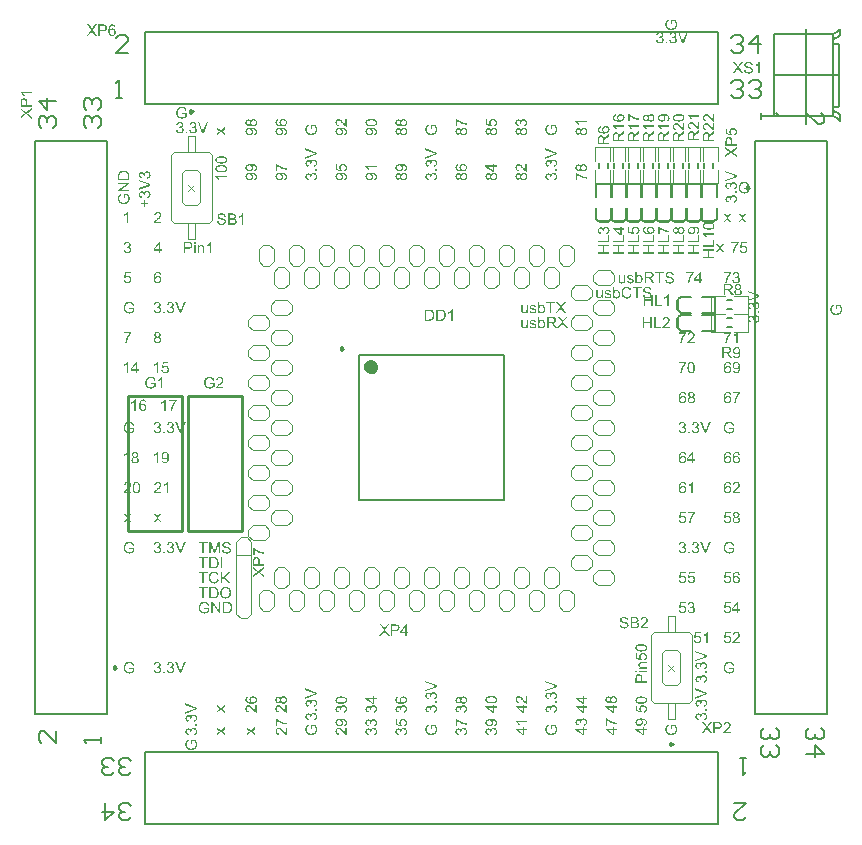
<source format=gto>
G04*
G04 #@! TF.GenerationSoftware,Altium Limited,Altium Designer,20.0.11 (256)*
G04*
G04 Layer_Color=65535*
%FSLAX25Y25*%
%MOIN*%
G70*
G01*
G75*
%ADD10C,0.00984*%
%ADD11C,0.02362*%
%ADD12C,0.00787*%
%ADD13C,0.00394*%
%ADD14C,0.01000*%
%ADD15C,0.00500*%
%ADD16C,0.00591*%
G36*
X89826Y-68578D02*
X88314D01*
X88112Y-69599D01*
X88117Y-69593D01*
X88128Y-69588D01*
X88144Y-69577D01*
X88172Y-69560D01*
X88204Y-69544D01*
X88243Y-69522D01*
X88330Y-69479D01*
X88439Y-69435D01*
X88559Y-69397D01*
X88690Y-69369D01*
X88756Y-69358D01*
X88876D01*
X88909Y-69364D01*
X88952Y-69369D01*
X89002Y-69375D01*
X89056Y-69386D01*
X89116Y-69402D01*
X89247Y-69440D01*
X89318Y-69468D01*
X89389Y-69506D01*
X89460Y-69544D01*
X89531Y-69588D01*
X89597Y-69642D01*
X89662Y-69702D01*
X89668Y-69708D01*
X89679Y-69719D01*
X89695Y-69735D01*
X89717Y-69762D01*
X89744Y-69801D01*
X89771Y-69839D01*
X89804Y-69888D01*
X89837Y-69943D01*
X89864Y-70003D01*
X89897Y-70068D01*
X89924Y-70145D01*
X89951Y-70221D01*
X89973Y-70303D01*
X89990Y-70396D01*
X90001Y-70489D01*
X90006Y-70587D01*
Y-70592D01*
Y-70609D01*
Y-70636D01*
X90001Y-70674D01*
X89995Y-70718D01*
X89990Y-70767D01*
X89979Y-70827D01*
X89968Y-70887D01*
X89935Y-71029D01*
X89881Y-71177D01*
X89848Y-71253D01*
X89804Y-71324D01*
X89760Y-71400D01*
X89706Y-71472D01*
X89700Y-71477D01*
X89689Y-71493D01*
X89668Y-71515D01*
X89640Y-71542D01*
X89602Y-71575D01*
X89558Y-71619D01*
X89504Y-71657D01*
X89444Y-71701D01*
X89378Y-71745D01*
X89302Y-71783D01*
X89220Y-71821D01*
X89132Y-71859D01*
X89040Y-71886D01*
X88936Y-71908D01*
X88827Y-71925D01*
X88712Y-71930D01*
X88663D01*
X88625Y-71925D01*
X88581Y-71919D01*
X88532Y-71914D01*
X88472Y-71908D01*
X88412Y-71892D01*
X88275Y-71859D01*
X88139Y-71810D01*
X88068Y-71777D01*
X87997Y-71739D01*
X87931Y-71695D01*
X87866Y-71646D01*
X87860Y-71641D01*
X87849Y-71635D01*
X87839Y-71613D01*
X87817Y-71592D01*
X87789Y-71564D01*
X87762Y-71531D01*
X87729Y-71488D01*
X87702Y-71439D01*
X87669Y-71390D01*
X87637Y-71329D01*
X87576Y-71198D01*
X87527Y-71046D01*
X87511Y-70964D01*
X87500Y-70876D01*
X87986Y-70838D01*
Y-70844D01*
Y-70855D01*
X87991Y-70871D01*
X87997Y-70898D01*
X88013Y-70958D01*
X88035Y-71040D01*
X88068Y-71122D01*
X88112Y-71215D01*
X88166Y-71297D01*
X88232Y-71373D01*
X88243Y-71379D01*
X88264Y-71400D01*
X88308Y-71428D01*
X88368Y-71461D01*
X88434Y-71493D01*
X88516Y-71521D01*
X88608Y-71542D01*
X88712Y-71548D01*
X88745D01*
X88767Y-71542D01*
X88832Y-71537D01*
X88909Y-71515D01*
X89002Y-71488D01*
X89094Y-71444D01*
X89193Y-71379D01*
X89236Y-71340D01*
X89280Y-71297D01*
X89285Y-71291D01*
X89291Y-71286D01*
X89302Y-71269D01*
X89318Y-71253D01*
X89356Y-71193D01*
X89400Y-71117D01*
X89438Y-71024D01*
X89477Y-70909D01*
X89504Y-70773D01*
X89515Y-70702D01*
Y-70625D01*
Y-70620D01*
Y-70609D01*
Y-70587D01*
X89509Y-70560D01*
Y-70527D01*
X89504Y-70489D01*
X89487Y-70401D01*
X89460Y-70298D01*
X89422Y-70194D01*
X89367Y-70096D01*
X89291Y-70003D01*
Y-69997D01*
X89280Y-69992D01*
X89253Y-69964D01*
X89204Y-69926D01*
X89138Y-69883D01*
X89051Y-69844D01*
X88952Y-69806D01*
X88838Y-69779D01*
X88772Y-69768D01*
X88668D01*
X88625Y-69773D01*
X88570Y-69779D01*
X88505Y-69795D01*
X88439Y-69812D01*
X88368Y-69839D01*
X88297Y-69872D01*
X88292Y-69877D01*
X88270Y-69888D01*
X88237Y-69915D01*
X88193Y-69943D01*
X88150Y-69981D01*
X88106Y-70030D01*
X88057Y-70079D01*
X88019Y-70139D01*
X87582Y-70079D01*
X87948Y-68135D01*
X89826D01*
Y-68578D01*
D02*
G37*
G36*
X92185Y-71865D02*
X91721D01*
Y-68911D01*
X91715Y-68916D01*
X91688Y-68938D01*
X91655Y-68971D01*
X91601Y-69009D01*
X91540Y-69058D01*
X91464Y-69113D01*
X91377Y-69173D01*
X91278Y-69233D01*
X91273D01*
X91267Y-69238D01*
X91235Y-69260D01*
X91180Y-69288D01*
X91114Y-69320D01*
X91038Y-69358D01*
X90956Y-69397D01*
X90874Y-69435D01*
X90792Y-69468D01*
Y-69020D01*
X90798D01*
X90809Y-69009D01*
X90831Y-69003D01*
X90858Y-68987D01*
X90891Y-68971D01*
X90929Y-68949D01*
X91022Y-68894D01*
X91131Y-68834D01*
X91240Y-68758D01*
X91355Y-68670D01*
X91469Y-68578D01*
X91475Y-68572D01*
X91480Y-68567D01*
X91497Y-68550D01*
X91519Y-68534D01*
X91568Y-68479D01*
X91633Y-68414D01*
X91699Y-68337D01*
X91770Y-68250D01*
X91830Y-68163D01*
X91884Y-68070D01*
X92185D01*
Y-71865D01*
D02*
G37*
G36*
X99826Y-68578D02*
X98313D01*
X98111Y-69599D01*
X98117Y-69593D01*
X98128Y-69588D01*
X98144Y-69577D01*
X98172Y-69560D01*
X98204Y-69544D01*
X98243Y-69522D01*
X98330Y-69479D01*
X98439Y-69435D01*
X98559Y-69397D01*
X98690Y-69369D01*
X98756Y-69358D01*
X98876D01*
X98909Y-69364D01*
X98952Y-69369D01*
X99001Y-69375D01*
X99056Y-69386D01*
X99116Y-69402D01*
X99247Y-69440D01*
X99318Y-69468D01*
X99389Y-69506D01*
X99460Y-69544D01*
X99531Y-69588D01*
X99597Y-69642D01*
X99662Y-69702D01*
X99668Y-69708D01*
X99678Y-69719D01*
X99695Y-69735D01*
X99717Y-69762D01*
X99744Y-69801D01*
X99771Y-69839D01*
X99804Y-69888D01*
X99837Y-69943D01*
X99864Y-70003D01*
X99897Y-70068D01*
X99924Y-70145D01*
X99951Y-70221D01*
X99973Y-70303D01*
X99990Y-70396D01*
X100001Y-70489D01*
X100006Y-70587D01*
Y-70592D01*
Y-70609D01*
Y-70636D01*
X100001Y-70674D01*
X99995Y-70718D01*
X99990Y-70767D01*
X99979Y-70827D01*
X99968Y-70887D01*
X99935Y-71029D01*
X99881Y-71177D01*
X99848Y-71253D01*
X99804Y-71324D01*
X99760Y-71400D01*
X99706Y-71472D01*
X99700Y-71477D01*
X99690Y-71493D01*
X99668Y-71515D01*
X99640Y-71542D01*
X99602Y-71575D01*
X99558Y-71619D01*
X99504Y-71657D01*
X99444Y-71701D01*
X99378Y-71745D01*
X99302Y-71783D01*
X99220Y-71821D01*
X99133Y-71859D01*
X99040Y-71886D01*
X98936Y-71908D01*
X98827Y-71925D01*
X98712Y-71930D01*
X98663D01*
X98625Y-71925D01*
X98581Y-71919D01*
X98532Y-71914D01*
X98472Y-71908D01*
X98412Y-71892D01*
X98275Y-71859D01*
X98139Y-71810D01*
X98068Y-71777D01*
X97997Y-71739D01*
X97931Y-71695D01*
X97866Y-71646D01*
X97860Y-71641D01*
X97849Y-71635D01*
X97838Y-71613D01*
X97817Y-71592D01*
X97789Y-71564D01*
X97762Y-71531D01*
X97729Y-71488D01*
X97702Y-71439D01*
X97669Y-71390D01*
X97636Y-71329D01*
X97576Y-71198D01*
X97527Y-71046D01*
X97511Y-70964D01*
X97500Y-70876D01*
X97986Y-70838D01*
Y-70844D01*
Y-70855D01*
X97991Y-70871D01*
X97997Y-70898D01*
X98013Y-70958D01*
X98035Y-71040D01*
X98068Y-71122D01*
X98111Y-71215D01*
X98166Y-71297D01*
X98232Y-71373D01*
X98243Y-71379D01*
X98264Y-71400D01*
X98308Y-71428D01*
X98368Y-71461D01*
X98434Y-71493D01*
X98516Y-71521D01*
X98608Y-71542D01*
X98712Y-71548D01*
X98745D01*
X98767Y-71542D01*
X98832Y-71537D01*
X98909Y-71515D01*
X99001Y-71488D01*
X99094Y-71444D01*
X99193Y-71379D01*
X99236Y-71340D01*
X99280Y-71297D01*
X99285Y-71291D01*
X99291Y-71286D01*
X99302Y-71269D01*
X99318Y-71253D01*
X99356Y-71193D01*
X99400Y-71117D01*
X99438Y-71024D01*
X99476Y-70909D01*
X99504Y-70773D01*
X99515Y-70702D01*
Y-70625D01*
Y-70620D01*
Y-70609D01*
Y-70587D01*
X99509Y-70560D01*
Y-70527D01*
X99504Y-70489D01*
X99487Y-70401D01*
X99460Y-70298D01*
X99422Y-70194D01*
X99367Y-70096D01*
X99291Y-70003D01*
Y-69997D01*
X99280Y-69992D01*
X99253Y-69964D01*
X99203Y-69926D01*
X99138Y-69883D01*
X99051Y-69844D01*
X98952Y-69806D01*
X98838Y-69779D01*
X98772Y-69768D01*
X98668D01*
X98625Y-69773D01*
X98570Y-69779D01*
X98505Y-69795D01*
X98439Y-69812D01*
X98368Y-69839D01*
X98297Y-69872D01*
X98292Y-69877D01*
X98270Y-69888D01*
X98237Y-69915D01*
X98193Y-69943D01*
X98150Y-69981D01*
X98106Y-70030D01*
X98057Y-70079D01*
X98019Y-70139D01*
X97582Y-70079D01*
X97948Y-68135D01*
X99826D01*
Y-68578D01*
D02*
G37*
G36*
X101781Y-68075D02*
X101824Y-68081D01*
X101879Y-68086D01*
X101939Y-68097D01*
X101999Y-68108D01*
X102141Y-68146D01*
X102283Y-68201D01*
X102354Y-68234D01*
X102425Y-68272D01*
X102490Y-68321D01*
X102550Y-68376D01*
X102556Y-68381D01*
X102567Y-68387D01*
X102578Y-68408D01*
X102600Y-68430D01*
X102627Y-68458D01*
X102654Y-68496D01*
X102682Y-68534D01*
X102714Y-68583D01*
X102769Y-68687D01*
X102823Y-68818D01*
X102845Y-68883D01*
X102856Y-68960D01*
X102867Y-69036D01*
X102873Y-69118D01*
Y-69129D01*
Y-69156D01*
X102867Y-69200D01*
X102862Y-69260D01*
X102851Y-69326D01*
X102829Y-69402D01*
X102807Y-69484D01*
X102774Y-69566D01*
X102769Y-69577D01*
X102758Y-69604D01*
X102736Y-69648D01*
X102703Y-69708D01*
X102660Y-69773D01*
X102605Y-69855D01*
X102540Y-69937D01*
X102463Y-70030D01*
X102452Y-70041D01*
X102425Y-70074D01*
X102398Y-70101D01*
X102370Y-70128D01*
X102338Y-70161D01*
X102294Y-70205D01*
X102250Y-70248D01*
X102196Y-70298D01*
X102141Y-70352D01*
X102076Y-70412D01*
X102005Y-70472D01*
X101928Y-70543D01*
X101841Y-70614D01*
X101753Y-70691D01*
X101748Y-70696D01*
X101737Y-70707D01*
X101715Y-70723D01*
X101688Y-70745D01*
X101655Y-70778D01*
X101617Y-70811D01*
X101530Y-70882D01*
X101437Y-70964D01*
X101349Y-71046D01*
X101273Y-71117D01*
X101240Y-71144D01*
X101213Y-71171D01*
X101207Y-71177D01*
X101191Y-71193D01*
X101169Y-71215D01*
X101142Y-71248D01*
X101114Y-71286D01*
X101082Y-71324D01*
X101016Y-71417D01*
X102878D01*
Y-71865D01*
X100372D01*
Y-71859D01*
Y-71837D01*
Y-71804D01*
X100377Y-71761D01*
X100383Y-71712D01*
X100394Y-71657D01*
X100405Y-71602D01*
X100427Y-71542D01*
Y-71537D01*
X100432Y-71531D01*
X100443Y-71499D01*
X100465Y-71450D01*
X100497Y-71384D01*
X100541Y-71308D01*
X100596Y-71220D01*
X100656Y-71133D01*
X100732Y-71040D01*
Y-71035D01*
X100743Y-71029D01*
X100770Y-70996D01*
X100820Y-70947D01*
X100891Y-70876D01*
X100973Y-70794D01*
X101076Y-70696D01*
X101202Y-70587D01*
X101338Y-70472D01*
X101344Y-70467D01*
X101366Y-70451D01*
X101398Y-70423D01*
X101437Y-70390D01*
X101486Y-70347D01*
X101546Y-70298D01*
X101606Y-70243D01*
X101677Y-70183D01*
X101813Y-70052D01*
X101950Y-69921D01*
X102015Y-69855D01*
X102076Y-69790D01*
X102130Y-69730D01*
X102174Y-69670D01*
Y-69664D01*
X102185Y-69659D01*
X102196Y-69642D01*
X102207Y-69621D01*
X102245Y-69560D01*
X102288Y-69490D01*
X102327Y-69402D01*
X102365Y-69309D01*
X102387Y-69206D01*
X102398Y-69107D01*
Y-69102D01*
Y-69096D01*
X102392Y-69064D01*
X102387Y-69009D01*
X102370Y-68949D01*
X102348Y-68872D01*
X102310Y-68796D01*
X102261Y-68720D01*
X102196Y-68643D01*
X102185Y-68632D01*
X102157Y-68610D01*
X102119Y-68583D01*
X102059Y-68545D01*
X101983Y-68512D01*
X101895Y-68479D01*
X101792Y-68458D01*
X101677Y-68452D01*
X101644D01*
X101622Y-68458D01*
X101557Y-68463D01*
X101480Y-68479D01*
X101398Y-68501D01*
X101306Y-68539D01*
X101218Y-68589D01*
X101136Y-68654D01*
X101125Y-68665D01*
X101104Y-68692D01*
X101071Y-68736D01*
X101038Y-68801D01*
X101000Y-68878D01*
X100967Y-68976D01*
X100945Y-69086D01*
X100934Y-69211D01*
X100459Y-69162D01*
Y-69156D01*
X100465Y-69140D01*
Y-69113D01*
X100470Y-69074D01*
X100481Y-69031D01*
X100492Y-68982D01*
X100508Y-68922D01*
X100525Y-68862D01*
X100568Y-68731D01*
X100634Y-68599D01*
X100672Y-68534D01*
X100721Y-68468D01*
X100770Y-68408D01*
X100825Y-68354D01*
X100831Y-68348D01*
X100841Y-68343D01*
X100858Y-68326D01*
X100885Y-68310D01*
X100918Y-68288D01*
X100956Y-68266D01*
X101000Y-68239D01*
X101055Y-68212D01*
X101114Y-68185D01*
X101180Y-68157D01*
X101251Y-68135D01*
X101328Y-68114D01*
X101409Y-68097D01*
X101497Y-68081D01*
X101590Y-68075D01*
X101688Y-68070D01*
X101742D01*
X101781Y-68075D01*
D02*
G37*
G36*
X-68629Y-93002D02*
X-69476Y-93569D01*
X-69678Y-93700D01*
X-68629Y-94438D01*
Y-95000D01*
X-70049Y-94001D01*
X-71371Y-94924D01*
Y-94356D01*
X-70721Y-93924D01*
X-70715Y-93919D01*
X-70693Y-93902D01*
X-70655Y-93881D01*
X-70617Y-93853D01*
X-70568Y-93826D01*
X-70519Y-93793D01*
X-70470Y-93761D01*
X-70420Y-93733D01*
X-70426Y-93728D01*
X-70448Y-93711D01*
X-70481Y-93690D01*
X-70519Y-93662D01*
X-70568Y-93629D01*
X-70617Y-93597D01*
X-70721Y-93526D01*
X-71371Y-93062D01*
Y-92499D01*
X-70049Y-93433D01*
X-68629Y-92434D01*
Y-93002D01*
D02*
G37*
G36*
Y-100502D02*
X-69476Y-101069D01*
X-69678Y-101200D01*
X-68629Y-101938D01*
Y-102500D01*
X-70049Y-101501D01*
X-71371Y-102424D01*
Y-101856D01*
X-70721Y-101424D01*
X-70715Y-101419D01*
X-70693Y-101402D01*
X-70655Y-101381D01*
X-70617Y-101353D01*
X-70568Y-101326D01*
X-70519Y-101293D01*
X-70470Y-101261D01*
X-70420Y-101233D01*
X-70426Y-101228D01*
X-70448Y-101211D01*
X-70481Y-101190D01*
X-70519Y-101162D01*
X-70568Y-101129D01*
X-70617Y-101097D01*
X-70721Y-101026D01*
X-71371Y-100562D01*
Y-99999D01*
X-70049Y-100933D01*
X-68629Y-99934D01*
Y-100502D01*
D02*
G37*
G36*
X-75507Y-58051D02*
X-75463D01*
X-75360Y-58062D01*
X-75245Y-58078D01*
X-75125Y-58105D01*
X-74994Y-58138D01*
X-74868Y-58182D01*
X-74863D01*
X-74852Y-58187D01*
X-74835Y-58193D01*
X-74814Y-58204D01*
X-74754Y-58236D01*
X-74677Y-58275D01*
X-74595Y-58329D01*
X-74508Y-58395D01*
X-74426Y-58466D01*
X-74350Y-58553D01*
X-74339Y-58564D01*
X-74317Y-58597D01*
X-74284Y-58646D01*
X-74240Y-58717D01*
X-74197Y-58804D01*
X-74148Y-58913D01*
X-74098Y-59034D01*
X-74060Y-59170D01*
X-74513Y-59290D01*
Y-59285D01*
X-74519Y-59279D01*
X-74524Y-59263D01*
X-74530Y-59241D01*
X-74546Y-59192D01*
X-74568Y-59126D01*
X-74601Y-59050D01*
X-74639Y-58979D01*
X-74677Y-58903D01*
X-74726Y-58837D01*
X-74732Y-58832D01*
X-74748Y-58810D01*
X-74781Y-58782D01*
X-74819Y-58744D01*
X-74868Y-58701D01*
X-74934Y-58657D01*
X-75005Y-58613D01*
X-75087Y-58575D01*
X-75098Y-58570D01*
X-75125Y-58559D01*
X-75174Y-58542D01*
X-75240Y-58520D01*
X-75316Y-58504D01*
X-75403Y-58488D01*
X-75502Y-58477D01*
X-75605Y-58471D01*
X-75665D01*
X-75693Y-58477D01*
X-75726D01*
X-75807Y-58482D01*
X-75900Y-58499D01*
X-76004Y-58515D01*
X-76102Y-58542D01*
X-76200Y-58580D01*
X-76211Y-58586D01*
X-76244Y-58597D01*
X-76288Y-58624D01*
X-76342Y-58651D01*
X-76408Y-58695D01*
X-76479Y-58739D01*
X-76544Y-58793D01*
X-76605Y-58853D01*
X-76610Y-58859D01*
X-76632Y-58881D01*
X-76659Y-58919D01*
X-76692Y-58963D01*
X-76730Y-59017D01*
X-76768Y-59083D01*
X-76807Y-59154D01*
X-76845Y-59230D01*
Y-59236D01*
X-76850Y-59246D01*
X-76856Y-59263D01*
X-76867Y-59290D01*
X-76878Y-59323D01*
X-76889Y-59361D01*
X-76905Y-59405D01*
X-76916Y-59454D01*
X-76943Y-59569D01*
X-76965Y-59700D01*
X-76981Y-59836D01*
X-76987Y-59989D01*
Y-59995D01*
Y-60011D01*
Y-60038D01*
X-76981Y-60071D01*
Y-60115D01*
X-76976Y-60169D01*
X-76970Y-60224D01*
X-76965Y-60284D01*
X-76943Y-60420D01*
X-76916Y-60562D01*
X-76872Y-60704D01*
X-76818Y-60841D01*
Y-60846D01*
X-76807Y-60857D01*
X-76801Y-60874D01*
X-76785Y-60895D01*
X-76746Y-60956D01*
X-76687Y-61032D01*
X-76616Y-61114D01*
X-76528Y-61196D01*
X-76424Y-61272D01*
X-76310Y-61343D01*
X-76304D01*
X-76293Y-61349D01*
X-76277Y-61360D01*
X-76250Y-61370D01*
X-76222Y-61381D01*
X-76184Y-61392D01*
X-76097Y-61425D01*
X-75988Y-61452D01*
X-75867Y-61480D01*
X-75736Y-61501D01*
X-75600Y-61507D01*
X-75545D01*
X-75513Y-61501D01*
X-75480D01*
X-75398Y-61491D01*
X-75300Y-61480D01*
X-75196Y-61458D01*
X-75081Y-61425D01*
X-74967Y-61387D01*
X-74961D01*
X-74950Y-61381D01*
X-74939Y-61376D01*
X-74917Y-61365D01*
X-74857Y-61338D01*
X-74792Y-61305D01*
X-74715Y-61267D01*
X-74634Y-61223D01*
X-74557Y-61174D01*
X-74492Y-61119D01*
Y-60409D01*
X-75605D01*
Y-59962D01*
X-74000D01*
Y-61365D01*
X-74006Y-61370D01*
X-74016Y-61376D01*
X-74038Y-61392D01*
X-74066Y-61414D01*
X-74098Y-61436D01*
X-74137Y-61463D01*
X-74186Y-61496D01*
X-74235Y-61529D01*
X-74350Y-61600D01*
X-74481Y-61676D01*
X-74617Y-61747D01*
X-74765Y-61807D01*
X-74770D01*
X-74781Y-61813D01*
X-74803Y-61818D01*
X-74830Y-61829D01*
X-74868Y-61840D01*
X-74912Y-61856D01*
X-74961Y-61867D01*
X-75010Y-61878D01*
X-75130Y-61905D01*
X-75267Y-61933D01*
X-75414Y-61949D01*
X-75567Y-61955D01*
X-75622D01*
X-75660Y-61949D01*
X-75709D01*
X-75769Y-61944D01*
X-75835Y-61933D01*
X-75906Y-61927D01*
X-76064Y-61895D01*
X-76233Y-61856D01*
X-76408Y-61796D01*
X-76495Y-61764D01*
X-76583Y-61720D01*
X-76588Y-61714D01*
X-76605Y-61709D01*
X-76626Y-61693D01*
X-76659Y-61676D01*
X-76697Y-61649D01*
X-76736Y-61622D01*
X-76839Y-61545D01*
X-76948Y-61447D01*
X-77063Y-61327D01*
X-77172Y-61190D01*
X-77271Y-61032D01*
Y-61027D01*
X-77282Y-61010D01*
X-77293Y-60988D01*
X-77309Y-60950D01*
X-77325Y-60912D01*
X-77342Y-60857D01*
X-77364Y-60803D01*
X-77385Y-60737D01*
X-77407Y-60666D01*
X-77429Y-60584D01*
X-77445Y-60502D01*
X-77462Y-60415D01*
X-77489Y-60224D01*
X-77500Y-60022D01*
Y-60016D01*
Y-59995D01*
Y-59967D01*
X-77495Y-59929D01*
Y-59880D01*
X-77489Y-59820D01*
X-77478Y-59760D01*
X-77473Y-59689D01*
X-77456Y-59612D01*
X-77445Y-59530D01*
X-77402Y-59356D01*
X-77347Y-59175D01*
X-77271Y-58995D01*
X-77265Y-58990D01*
X-77260Y-58973D01*
X-77249Y-58952D01*
X-77227Y-58919D01*
X-77205Y-58875D01*
X-77178Y-58832D01*
X-77101Y-58728D01*
X-77009Y-58608D01*
X-76894Y-58493D01*
X-76763Y-58378D01*
X-76687Y-58329D01*
X-76610Y-58280D01*
X-76605Y-58275D01*
X-76588Y-58269D01*
X-76566Y-58258D01*
X-76534Y-58242D01*
X-76490Y-58226D01*
X-76441Y-58204D01*
X-76386Y-58182D01*
X-76321Y-58160D01*
X-76250Y-58138D01*
X-76173Y-58122D01*
X-76091Y-58100D01*
X-76004Y-58083D01*
X-75813Y-58056D01*
X-75715Y-58045D01*
X-75540D01*
X-75507Y-58051D01*
D02*
G37*
G36*
X-70293Y-61889D02*
X-70811D01*
X-72788Y-58924D01*
Y-61889D01*
X-73269D01*
Y-58111D01*
X-72755D01*
X-70773Y-61081D01*
Y-58111D01*
X-70293D01*
Y-61889D01*
D02*
G37*
G36*
X-67901Y-58116D02*
X-67792Y-58122D01*
X-67683Y-58133D01*
X-67574Y-58149D01*
X-67481Y-58165D01*
X-67475D01*
X-67465Y-58171D01*
X-67448D01*
X-67426Y-58182D01*
X-67366Y-58198D01*
X-67290Y-58226D01*
X-67202Y-58264D01*
X-67110Y-58313D01*
X-67017Y-58368D01*
X-66929Y-58438D01*
X-66924Y-58444D01*
X-66918Y-58449D01*
X-66902Y-58466D01*
X-66880Y-58482D01*
X-66826Y-58537D01*
X-66760Y-58613D01*
X-66689Y-58706D01*
X-66613Y-58815D01*
X-66542Y-58941D01*
X-66482Y-59083D01*
Y-59088D01*
X-66476Y-59099D01*
X-66465Y-59121D01*
X-66460Y-59154D01*
X-66444Y-59192D01*
X-66433Y-59236D01*
X-66422Y-59285D01*
X-66405Y-59345D01*
X-66389Y-59405D01*
X-66378Y-59476D01*
X-66351Y-59629D01*
X-66334Y-59798D01*
X-66329Y-59984D01*
Y-59989D01*
Y-60000D01*
Y-60027D01*
Y-60055D01*
X-66334Y-60093D01*
Y-60136D01*
X-66340Y-60240D01*
X-66356Y-60360D01*
X-66373Y-60486D01*
X-66400Y-60617D01*
X-66433Y-60748D01*
Y-60754D01*
X-66438Y-60764D01*
X-66444Y-60781D01*
X-66449Y-60803D01*
X-66471Y-60863D01*
X-66504Y-60939D01*
X-66536Y-61027D01*
X-66580Y-61114D01*
X-66635Y-61207D01*
X-66689Y-61294D01*
X-66695Y-61305D01*
X-66716Y-61332D01*
X-66749Y-61370D01*
X-66793Y-61420D01*
X-66842Y-61474D01*
X-66902Y-61529D01*
X-66962Y-61589D01*
X-67033Y-61638D01*
X-67044Y-61643D01*
X-67066Y-61660D01*
X-67104Y-61682D01*
X-67159Y-61709D01*
X-67224Y-61742D01*
X-67301Y-61769D01*
X-67388Y-61802D01*
X-67486Y-61829D01*
X-67497D01*
X-67514Y-61835D01*
X-67530Y-61840D01*
X-67585Y-61845D01*
X-67661Y-61856D01*
X-67748Y-61867D01*
X-67852Y-61878D01*
X-67967Y-61884D01*
X-68092Y-61889D01*
X-69452D01*
Y-58111D01*
X-68000D01*
X-67901Y-58116D01*
D02*
G37*
G36*
X-72439Y-53116D02*
X-72329Y-53122D01*
X-72220Y-53133D01*
X-72111Y-53149D01*
X-72018Y-53165D01*
X-72013D01*
X-72002Y-53171D01*
X-71985D01*
X-71964Y-53182D01*
X-71904Y-53198D01*
X-71827Y-53225D01*
X-71740Y-53264D01*
X-71647Y-53313D01*
X-71554Y-53368D01*
X-71467Y-53438D01*
X-71461Y-53444D01*
X-71456Y-53449D01*
X-71439Y-53466D01*
X-71418Y-53482D01*
X-71363Y-53537D01*
X-71297Y-53613D01*
X-71227Y-53706D01*
X-71150Y-53815D01*
X-71079Y-53941D01*
X-71019Y-54083D01*
Y-54088D01*
X-71013Y-54099D01*
X-71003Y-54121D01*
X-70997Y-54154D01*
X-70981Y-54192D01*
X-70970Y-54236D01*
X-70959Y-54285D01*
X-70942Y-54345D01*
X-70926Y-54405D01*
X-70915Y-54476D01*
X-70888Y-54629D01*
X-70872Y-54798D01*
X-70866Y-54984D01*
Y-54989D01*
Y-55000D01*
Y-55027D01*
Y-55055D01*
X-70872Y-55093D01*
Y-55137D01*
X-70877Y-55240D01*
X-70893Y-55360D01*
X-70910Y-55486D01*
X-70937Y-55617D01*
X-70970Y-55748D01*
Y-55753D01*
X-70975Y-55764D01*
X-70981Y-55781D01*
X-70986Y-55803D01*
X-71008Y-55863D01*
X-71041Y-55939D01*
X-71074Y-56027D01*
X-71117Y-56114D01*
X-71172Y-56207D01*
X-71227Y-56294D01*
X-71232Y-56305D01*
X-71254Y-56332D01*
X-71286Y-56371D01*
X-71330Y-56420D01*
X-71379Y-56474D01*
X-71439Y-56529D01*
X-71500Y-56589D01*
X-71570Y-56638D01*
X-71581Y-56643D01*
X-71603Y-56660D01*
X-71641Y-56682D01*
X-71696Y-56709D01*
X-71762Y-56742D01*
X-71838Y-56769D01*
X-71925Y-56802D01*
X-72024Y-56829D01*
X-72035D01*
X-72051Y-56835D01*
X-72067Y-56840D01*
X-72122Y-56845D01*
X-72198Y-56856D01*
X-72286Y-56867D01*
X-72389Y-56878D01*
X-72504Y-56884D01*
X-72630Y-56889D01*
X-73989D01*
Y-53111D01*
X-72537D01*
X-72439Y-53116D01*
D02*
G37*
G36*
X-74508Y-53559D02*
X-75753D01*
Y-56889D01*
X-76255D01*
Y-53559D01*
X-77500D01*
Y-53111D01*
X-74508D01*
Y-53559D01*
D02*
G37*
G36*
X-68436Y-53051D02*
X-68387D01*
X-68338Y-53056D01*
X-68273Y-53067D01*
X-68207Y-53078D01*
X-68065Y-53105D01*
X-67901Y-53149D01*
X-67743Y-53215D01*
X-67661Y-53253D01*
X-67579Y-53297D01*
X-67574Y-53302D01*
X-67563Y-53307D01*
X-67541Y-53324D01*
X-67508Y-53340D01*
X-67475Y-53368D01*
X-67432Y-53400D01*
X-67339Y-53477D01*
X-67241Y-53575D01*
X-67132Y-53695D01*
X-67028Y-53837D01*
X-66940Y-53995D01*
Y-54001D01*
X-66929Y-54017D01*
X-66918Y-54039D01*
X-66908Y-54072D01*
X-66886Y-54115D01*
X-66869Y-54165D01*
X-66847Y-54225D01*
X-66826Y-54290D01*
X-66809Y-54361D01*
X-66787Y-54438D01*
X-66766Y-54525D01*
X-66749Y-54612D01*
X-66727Y-54803D01*
X-66716Y-55011D01*
Y-55016D01*
Y-55038D01*
Y-55066D01*
X-66722Y-55109D01*
Y-55158D01*
X-66727Y-55218D01*
X-66738Y-55284D01*
X-66744Y-55355D01*
X-66771Y-55513D01*
X-66815Y-55688D01*
X-66875Y-55863D01*
X-66908Y-55950D01*
X-66951Y-56037D01*
Y-56043D01*
X-66962Y-56059D01*
X-66973Y-56081D01*
X-66995Y-56114D01*
X-67017Y-56152D01*
X-67044Y-56190D01*
X-67120Y-56294D01*
X-67213Y-56403D01*
X-67323Y-56518D01*
X-67454Y-56627D01*
X-67607Y-56725D01*
X-67612D01*
X-67623Y-56736D01*
X-67650Y-56747D01*
X-67683Y-56764D01*
X-67721Y-56780D01*
X-67765Y-56796D01*
X-67819Y-56818D01*
X-67879Y-56840D01*
X-67945Y-56862D01*
X-68016Y-56884D01*
X-68174Y-56916D01*
X-68344Y-56944D01*
X-68524Y-56955D01*
X-68578D01*
X-68611Y-56949D01*
X-68660D01*
X-68715Y-56938D01*
X-68775Y-56933D01*
X-68846Y-56922D01*
X-68993Y-56889D01*
X-69152Y-56845D01*
X-69315Y-56780D01*
X-69397Y-56742D01*
X-69479Y-56698D01*
X-69485Y-56693D01*
X-69496Y-56687D01*
X-69517Y-56671D01*
X-69550Y-56649D01*
X-69583Y-56627D01*
X-69621Y-56594D01*
X-69714Y-56512D01*
X-69818Y-56414D01*
X-69927Y-56294D01*
X-70025Y-56157D01*
X-70118Y-55999D01*
Y-55994D01*
X-70129Y-55977D01*
X-70140Y-55955D01*
X-70151Y-55923D01*
X-70167Y-55879D01*
X-70184Y-55830D01*
X-70205Y-55775D01*
X-70222Y-55715D01*
X-70244Y-55644D01*
X-70266Y-55573D01*
X-70298Y-55409D01*
X-70320Y-55240D01*
X-70331Y-55055D01*
Y-55049D01*
Y-55044D01*
Y-55011D01*
X-70326Y-54962D01*
Y-54896D01*
X-70315Y-54820D01*
X-70304Y-54727D01*
X-70287Y-54623D01*
X-70266Y-54514D01*
X-70244Y-54399D01*
X-70211Y-54279D01*
X-70167Y-54159D01*
X-70118Y-54034D01*
X-70064Y-53913D01*
X-69993Y-53793D01*
X-69916Y-53684D01*
X-69829Y-53580D01*
X-69823Y-53575D01*
X-69807Y-53559D01*
X-69774Y-53531D01*
X-69736Y-53499D01*
X-69687Y-53455D01*
X-69627Y-53411D01*
X-69556Y-53362D01*
X-69474Y-53313D01*
X-69386Y-53264D01*
X-69288Y-53215D01*
X-69179Y-53171D01*
X-69064Y-53127D01*
X-68939Y-53095D01*
X-68808Y-53067D01*
X-68671Y-53051D01*
X-68524Y-53045D01*
X-68475D01*
X-68436Y-53051D01*
D02*
G37*
G36*
X-72264Y-48051D02*
X-72215Y-48056D01*
X-72155Y-48062D01*
X-72095Y-48067D01*
X-72024Y-48083D01*
X-71876Y-48116D01*
X-71712Y-48165D01*
X-71631Y-48198D01*
X-71554Y-48236D01*
X-71478Y-48286D01*
X-71401Y-48335D01*
X-71396Y-48340D01*
X-71385Y-48346D01*
X-71363Y-48362D01*
X-71336Y-48389D01*
X-71308Y-48417D01*
X-71270Y-48455D01*
X-71232Y-48498D01*
X-71188Y-48542D01*
X-71145Y-48597D01*
X-71101Y-48662D01*
X-71052Y-48728D01*
X-71008Y-48799D01*
X-70970Y-48881D01*
X-70926Y-48963D01*
X-70893Y-49050D01*
X-70861Y-49148D01*
X-71352Y-49263D01*
Y-49257D01*
X-71358Y-49246D01*
X-71368Y-49225D01*
X-71379Y-49197D01*
X-71390Y-49165D01*
X-71407Y-49121D01*
X-71450Y-49034D01*
X-71505Y-48935D01*
X-71570Y-48837D01*
X-71652Y-48744D01*
X-71740Y-48662D01*
X-71751Y-48651D01*
X-71783Y-48630D01*
X-71838Y-48602D01*
X-71909Y-48564D01*
X-72002Y-48531D01*
X-72105Y-48498D01*
X-72231Y-48477D01*
X-72368Y-48471D01*
X-72411D01*
X-72439Y-48477D01*
X-72477D01*
X-72521Y-48482D01*
X-72624Y-48498D01*
X-72739Y-48520D01*
X-72859Y-48559D01*
X-72985Y-48613D01*
X-73099Y-48684D01*
X-73105D01*
X-73110Y-48695D01*
X-73148Y-48722D01*
X-73198Y-48766D01*
X-73258Y-48832D01*
X-73329Y-48913D01*
X-73394Y-49006D01*
X-73454Y-49121D01*
X-73509Y-49246D01*
Y-49252D01*
X-73514Y-49263D01*
X-73520Y-49279D01*
X-73525Y-49307D01*
X-73536Y-49339D01*
X-73547Y-49378D01*
X-73563Y-49470D01*
X-73585Y-49580D01*
X-73607Y-49700D01*
X-73618Y-49831D01*
X-73623Y-49973D01*
Y-49978D01*
Y-49995D01*
Y-50022D01*
Y-50055D01*
X-73618Y-50093D01*
Y-50142D01*
X-73612Y-50197D01*
X-73607Y-50257D01*
X-73591Y-50388D01*
X-73563Y-50530D01*
X-73531Y-50672D01*
X-73487Y-50814D01*
Y-50819D01*
X-73481Y-50830D01*
X-73470Y-50846D01*
X-73460Y-50874D01*
X-73427Y-50939D01*
X-73378Y-51016D01*
X-73318Y-51103D01*
X-73241Y-51196D01*
X-73154Y-51278D01*
X-73050Y-51354D01*
X-73045D01*
X-73034Y-51359D01*
X-73017Y-51371D01*
X-72996Y-51381D01*
X-72968Y-51392D01*
X-72935Y-51409D01*
X-72859Y-51441D01*
X-72761Y-51474D01*
X-72651Y-51502D01*
X-72531Y-51523D01*
X-72406Y-51529D01*
X-72368D01*
X-72335Y-51523D01*
X-72297D01*
X-72258Y-51518D01*
X-72160Y-51496D01*
X-72045Y-51469D01*
X-71931Y-51425D01*
X-71811Y-51365D01*
X-71751Y-51332D01*
X-71696Y-51289D01*
X-71691Y-51283D01*
X-71685Y-51278D01*
X-71669Y-51261D01*
X-71647Y-51245D01*
X-71625Y-51218D01*
X-71598Y-51185D01*
X-71565Y-51152D01*
X-71538Y-51108D01*
X-71505Y-51059D01*
X-71467Y-51005D01*
X-71434Y-50950D01*
X-71401Y-50884D01*
X-71374Y-50814D01*
X-71347Y-50737D01*
X-71319Y-50655D01*
X-71297Y-50568D01*
X-70795Y-50693D01*
Y-50699D01*
X-70801Y-50721D01*
X-70811Y-50753D01*
X-70828Y-50797D01*
X-70844Y-50846D01*
X-70866Y-50906D01*
X-70893Y-50972D01*
X-70926Y-51043D01*
X-71003Y-51196D01*
X-71101Y-51349D01*
X-71161Y-51425D01*
X-71221Y-51502D01*
X-71286Y-51567D01*
X-71363Y-51632D01*
X-71368Y-51638D01*
X-71379Y-51649D01*
X-71407Y-51660D01*
X-71434Y-51682D01*
X-71478Y-51709D01*
X-71521Y-51736D01*
X-71581Y-51764D01*
X-71641Y-51791D01*
X-71712Y-51824D01*
X-71789Y-51851D01*
X-71871Y-51878D01*
X-71958Y-51906D01*
X-72051Y-51927D01*
X-72149Y-51938D01*
X-72253Y-51949D01*
X-72362Y-51955D01*
X-72422D01*
X-72466Y-51949D01*
X-72515D01*
X-72575Y-51944D01*
X-72641Y-51933D01*
X-72717Y-51922D01*
X-72875Y-51895D01*
X-73039Y-51851D01*
X-73203Y-51791D01*
X-73279Y-51753D01*
X-73356Y-51709D01*
X-73361Y-51704D01*
X-73372Y-51698D01*
X-73394Y-51682D01*
X-73416Y-51660D01*
X-73449Y-51638D01*
X-73487Y-51605D01*
X-73531Y-51567D01*
X-73574Y-51523D01*
X-73618Y-51474D01*
X-73667Y-51425D01*
X-73765Y-51300D01*
X-73858Y-51152D01*
X-73940Y-50988D01*
Y-50983D01*
X-73951Y-50966D01*
X-73957Y-50939D01*
X-73973Y-50906D01*
X-73984Y-50863D01*
X-74000Y-50808D01*
X-74022Y-50748D01*
X-74038Y-50682D01*
X-74055Y-50612D01*
X-74077Y-50530D01*
X-74104Y-50360D01*
X-74126Y-50169D01*
X-74137Y-49973D01*
Y-49967D01*
Y-49945D01*
Y-49913D01*
X-74131Y-49874D01*
Y-49820D01*
X-74126Y-49765D01*
X-74120Y-49694D01*
X-74109Y-49623D01*
X-74082Y-49465D01*
X-74044Y-49290D01*
X-73989Y-49115D01*
X-73913Y-48946D01*
X-73907Y-48941D01*
X-73902Y-48924D01*
X-73891Y-48902D01*
X-73869Y-48875D01*
X-73847Y-48837D01*
X-73820Y-48793D01*
X-73749Y-48695D01*
X-73656Y-48586D01*
X-73547Y-48477D01*
X-73421Y-48368D01*
X-73274Y-48275D01*
X-73269Y-48269D01*
X-73252Y-48264D01*
X-73230Y-48253D01*
X-73203Y-48236D01*
X-73159Y-48220D01*
X-73116Y-48204D01*
X-73061Y-48182D01*
X-73001Y-48160D01*
X-72935Y-48138D01*
X-72865Y-48116D01*
X-72712Y-48083D01*
X-72537Y-48056D01*
X-72357Y-48045D01*
X-72302D01*
X-72264Y-48051D01*
D02*
G37*
G36*
X-68731Y-49645D02*
X-67077Y-51889D01*
X-67738D01*
X-69081Y-49984D01*
X-69698Y-50579D01*
Y-51889D01*
X-70200D01*
Y-48111D01*
X-69698D01*
Y-49989D01*
X-67830Y-48111D01*
X-67148D01*
X-68731Y-49645D01*
D02*
G37*
G36*
X-74508Y-48559D02*
X-75753D01*
Y-51889D01*
X-76255D01*
Y-48559D01*
X-77500D01*
Y-48111D01*
X-74508D01*
Y-48559D01*
D02*
G37*
G36*
X-69594Y-46889D02*
X-70096D01*
Y-43111D01*
X-69594D01*
Y-46889D01*
D02*
G37*
G36*
X-72439Y-43116D02*
X-72329Y-43122D01*
X-72220Y-43133D01*
X-72111Y-43149D01*
X-72018Y-43165D01*
X-72013D01*
X-72002Y-43171D01*
X-71985D01*
X-71964Y-43182D01*
X-71904Y-43198D01*
X-71827Y-43225D01*
X-71740Y-43264D01*
X-71647Y-43313D01*
X-71554Y-43367D01*
X-71467Y-43438D01*
X-71461Y-43444D01*
X-71456Y-43449D01*
X-71439Y-43466D01*
X-71418Y-43482D01*
X-71363Y-43537D01*
X-71297Y-43613D01*
X-71227Y-43706D01*
X-71150Y-43815D01*
X-71079Y-43941D01*
X-71019Y-44083D01*
Y-44088D01*
X-71013Y-44099D01*
X-71003Y-44121D01*
X-70997Y-44154D01*
X-70981Y-44192D01*
X-70970Y-44236D01*
X-70959Y-44285D01*
X-70942Y-44345D01*
X-70926Y-44405D01*
X-70915Y-44476D01*
X-70888Y-44629D01*
X-70872Y-44798D01*
X-70866Y-44984D01*
Y-44989D01*
Y-45000D01*
Y-45027D01*
Y-45055D01*
X-70872Y-45093D01*
Y-45136D01*
X-70877Y-45240D01*
X-70893Y-45360D01*
X-70910Y-45486D01*
X-70937Y-45617D01*
X-70970Y-45748D01*
Y-45753D01*
X-70975Y-45764D01*
X-70981Y-45781D01*
X-70986Y-45803D01*
X-71008Y-45863D01*
X-71041Y-45939D01*
X-71074Y-46027D01*
X-71117Y-46114D01*
X-71172Y-46207D01*
X-71227Y-46294D01*
X-71232Y-46305D01*
X-71254Y-46332D01*
X-71286Y-46371D01*
X-71330Y-46420D01*
X-71379Y-46474D01*
X-71439Y-46529D01*
X-71500Y-46589D01*
X-71570Y-46638D01*
X-71581Y-46643D01*
X-71603Y-46660D01*
X-71641Y-46682D01*
X-71696Y-46709D01*
X-71762Y-46742D01*
X-71838Y-46769D01*
X-71925Y-46802D01*
X-72024Y-46829D01*
X-72035D01*
X-72051Y-46835D01*
X-72067Y-46840D01*
X-72122Y-46845D01*
X-72198Y-46856D01*
X-72286Y-46867D01*
X-72389Y-46878D01*
X-72504Y-46884D01*
X-72630Y-46889D01*
X-73989D01*
Y-43111D01*
X-72537D01*
X-72439Y-43116D01*
D02*
G37*
G36*
X-74508Y-43559D02*
X-75753D01*
Y-46889D01*
X-76255D01*
Y-43559D01*
X-77500D01*
Y-43111D01*
X-74508D01*
Y-43559D01*
D02*
G37*
G36*
X-68180Y-38051D02*
X-68142D01*
X-68038Y-38062D01*
X-67923Y-38078D01*
X-67803Y-38105D01*
X-67672Y-38138D01*
X-67552Y-38182D01*
X-67546D01*
X-67536Y-38187D01*
X-67519Y-38198D01*
X-67497Y-38209D01*
X-67443Y-38236D01*
X-67372Y-38286D01*
X-67290Y-38340D01*
X-67208Y-38411D01*
X-67132Y-38493D01*
X-67061Y-38586D01*
Y-38591D01*
X-67055Y-38597D01*
X-67044Y-38613D01*
X-67033Y-38629D01*
X-67006Y-38684D01*
X-66973Y-38755D01*
X-66935Y-38842D01*
X-66908Y-38946D01*
X-66880Y-39055D01*
X-66869Y-39176D01*
X-67350Y-39214D01*
Y-39208D01*
Y-39197D01*
X-67355Y-39181D01*
X-67361Y-39154D01*
X-67377Y-39094D01*
X-67399Y-39012D01*
X-67432Y-38924D01*
X-67481Y-38837D01*
X-67541Y-38755D01*
X-67617Y-38679D01*
X-67628Y-38673D01*
X-67656Y-38651D01*
X-67710Y-38619D01*
X-67781Y-38586D01*
X-67874Y-38553D01*
X-67983Y-38520D01*
X-68120Y-38498D01*
X-68273Y-38493D01*
X-68349D01*
X-68382Y-38498D01*
X-68426Y-38504D01*
X-68524Y-38515D01*
X-68633Y-38537D01*
X-68742Y-38564D01*
X-68846Y-38608D01*
X-68890Y-38635D01*
X-68933Y-38662D01*
X-68944Y-38668D01*
X-68966Y-38690D01*
X-68999Y-38728D01*
X-69032Y-38772D01*
X-69070Y-38832D01*
X-69103Y-38897D01*
X-69124Y-38974D01*
X-69135Y-39061D01*
Y-39072D01*
Y-39094D01*
X-69130Y-39132D01*
X-69119Y-39176D01*
X-69103Y-39230D01*
X-69075Y-39285D01*
X-69042Y-39339D01*
X-68993Y-39394D01*
X-68988Y-39399D01*
X-68961Y-39416D01*
X-68939Y-39432D01*
X-68917Y-39443D01*
X-68884Y-39459D01*
X-68846Y-39481D01*
X-68797Y-39498D01*
X-68742Y-39520D01*
X-68682Y-39541D01*
X-68611Y-39569D01*
X-68535Y-39590D01*
X-68447Y-39618D01*
X-68349Y-39640D01*
X-68240Y-39667D01*
X-68234D01*
X-68212Y-39672D01*
X-68180Y-39678D01*
X-68142Y-39689D01*
X-68092Y-39700D01*
X-68032Y-39716D01*
X-67972Y-39733D01*
X-67907Y-39749D01*
X-67765Y-39787D01*
X-67628Y-39825D01*
X-67563Y-39847D01*
X-67503Y-39869D01*
X-67448Y-39885D01*
X-67405Y-39907D01*
X-67399D01*
X-67388Y-39913D01*
X-67372Y-39924D01*
X-67350Y-39935D01*
X-67290Y-39967D01*
X-67219Y-40011D01*
X-67137Y-40071D01*
X-67055Y-40137D01*
X-66979Y-40213D01*
X-66913Y-40295D01*
X-66908Y-40306D01*
X-66886Y-40333D01*
X-66864Y-40382D01*
X-66831Y-40448D01*
X-66804Y-40524D01*
X-66777Y-40617D01*
X-66760Y-40721D01*
X-66755Y-40830D01*
Y-40835D01*
Y-40841D01*
Y-40857D01*
Y-40879D01*
X-66766Y-40939D01*
X-66777Y-41016D01*
X-66798Y-41103D01*
X-66826Y-41196D01*
X-66869Y-41294D01*
X-66929Y-41398D01*
Y-41403D01*
X-66935Y-41409D01*
X-66962Y-41441D01*
X-67000Y-41491D01*
X-67055Y-41545D01*
X-67126Y-41611D01*
X-67213Y-41682D01*
X-67312Y-41747D01*
X-67426Y-41807D01*
X-67432D01*
X-67443Y-41813D01*
X-67459Y-41818D01*
X-67481Y-41829D01*
X-67514Y-41840D01*
X-67552Y-41856D01*
X-67639Y-41878D01*
X-67743Y-41906D01*
X-67869Y-41933D01*
X-68005Y-41949D01*
X-68152Y-41955D01*
X-68240D01*
X-68283Y-41949D01*
X-68333D01*
X-68387Y-41944D01*
X-68453Y-41938D01*
X-68589Y-41916D01*
X-68731Y-41895D01*
X-68873Y-41856D01*
X-69010Y-41807D01*
X-69015D01*
X-69026Y-41802D01*
X-69042Y-41791D01*
X-69064Y-41780D01*
X-69130Y-41747D01*
X-69206Y-41698D01*
X-69294Y-41633D01*
X-69386Y-41556D01*
X-69474Y-41463D01*
X-69556Y-41359D01*
Y-41354D01*
X-69567Y-41343D01*
X-69572Y-41327D01*
X-69589Y-41305D01*
X-69599Y-41278D01*
X-69616Y-41245D01*
X-69654Y-41163D01*
X-69692Y-41059D01*
X-69725Y-40945D01*
X-69747Y-40813D01*
X-69758Y-40677D01*
X-69288Y-40633D01*
Y-40639D01*
Y-40644D01*
X-69283Y-40661D01*
Y-40683D01*
X-69272Y-40732D01*
X-69255Y-40803D01*
X-69234Y-40874D01*
X-69212Y-40955D01*
X-69174Y-41032D01*
X-69135Y-41103D01*
X-69130Y-41108D01*
X-69113Y-41130D01*
X-69086Y-41168D01*
X-69042Y-41207D01*
X-68988Y-41256D01*
X-68928Y-41305D01*
X-68846Y-41354D01*
X-68758Y-41398D01*
X-68753D01*
X-68748Y-41403D01*
X-68731Y-41409D01*
X-68715Y-41414D01*
X-68660Y-41431D01*
X-68589Y-41452D01*
X-68502Y-41474D01*
X-68404Y-41491D01*
X-68294Y-41502D01*
X-68174Y-41507D01*
X-68125D01*
X-68071Y-41502D01*
X-68005Y-41496D01*
X-67929Y-41485D01*
X-67841Y-41474D01*
X-67754Y-41452D01*
X-67672Y-41425D01*
X-67661Y-41420D01*
X-67634Y-41409D01*
X-67596Y-41387D01*
X-67546Y-41365D01*
X-67497Y-41327D01*
X-67443Y-41289D01*
X-67388Y-41245D01*
X-67344Y-41190D01*
X-67339Y-41185D01*
X-67328Y-41163D01*
X-67312Y-41136D01*
X-67290Y-41092D01*
X-67268Y-41048D01*
X-67252Y-40994D01*
X-67241Y-40934D01*
X-67235Y-40868D01*
Y-40863D01*
Y-40835D01*
X-67241Y-40803D01*
X-67246Y-40759D01*
X-67263Y-40715D01*
X-67279Y-40661D01*
X-67306Y-40606D01*
X-67344Y-40557D01*
X-67350Y-40551D01*
X-67366Y-40535D01*
X-67388Y-40513D01*
X-67426Y-40481D01*
X-67470Y-40448D01*
X-67530Y-40409D01*
X-67601Y-40371D01*
X-67683Y-40339D01*
X-67688Y-40333D01*
X-67716Y-40328D01*
X-67759Y-40311D01*
X-67787Y-40306D01*
X-67825Y-40295D01*
X-67863Y-40279D01*
X-67912Y-40268D01*
X-67967Y-40251D01*
X-68032Y-40235D01*
X-68098Y-40218D01*
X-68174Y-40197D01*
X-68262Y-40175D01*
X-68354Y-40153D01*
X-68360D01*
X-68376Y-40147D01*
X-68404Y-40142D01*
X-68436Y-40131D01*
X-68480Y-40120D01*
X-68529Y-40109D01*
X-68638Y-40076D01*
X-68758Y-40038D01*
X-68884Y-40000D01*
X-68993Y-39962D01*
X-69042Y-39940D01*
X-69086Y-39918D01*
X-69092D01*
X-69097Y-39913D01*
X-69130Y-39891D01*
X-69179Y-39863D01*
X-69234Y-39820D01*
X-69299Y-39771D01*
X-69365Y-39711D01*
X-69430Y-39640D01*
X-69485Y-39563D01*
X-69490Y-39552D01*
X-69507Y-39525D01*
X-69528Y-39481D01*
X-69550Y-39427D01*
X-69572Y-39356D01*
X-69594Y-39274D01*
X-69610Y-39186D01*
X-69616Y-39094D01*
Y-39088D01*
Y-39083D01*
Y-39066D01*
Y-39044D01*
X-69605Y-38990D01*
X-69594Y-38919D01*
X-69577Y-38837D01*
X-69550Y-38744D01*
X-69512Y-38651D01*
X-69457Y-38559D01*
Y-38553D01*
X-69452Y-38548D01*
X-69425Y-38515D01*
X-69386Y-38471D01*
X-69337Y-38417D01*
X-69272Y-38357D01*
X-69190Y-38291D01*
X-69092Y-38231D01*
X-68982Y-38176D01*
X-68977D01*
X-68966Y-38171D01*
X-68950Y-38165D01*
X-68928Y-38155D01*
X-68901Y-38144D01*
X-68862Y-38133D01*
X-68780Y-38111D01*
X-68677Y-38089D01*
X-68556Y-38067D01*
X-68431Y-38051D01*
X-68289Y-38045D01*
X-68218D01*
X-68180Y-38051D01*
D02*
G37*
G36*
X-70402Y-41889D02*
X-70882D01*
Y-38728D01*
X-71985Y-41889D01*
X-72433D01*
X-73525Y-38673D01*
Y-41889D01*
X-74006D01*
Y-38111D01*
X-73258D01*
X-72362Y-40792D01*
Y-40797D01*
X-72357Y-40808D01*
X-72351Y-40824D01*
X-72340Y-40852D01*
X-72319Y-40917D01*
X-72291Y-40999D01*
X-72264Y-41092D01*
X-72231Y-41185D01*
X-72204Y-41272D01*
X-72182Y-41349D01*
X-72176Y-41338D01*
X-72171Y-41310D01*
X-72155Y-41261D01*
X-72133Y-41196D01*
X-72105Y-41108D01*
X-72067Y-41005D01*
X-72029Y-40885D01*
X-71980Y-40743D01*
X-71074Y-38111D01*
X-70402D01*
Y-41889D01*
D02*
G37*
G36*
X-74508Y-38559D02*
X-75753D01*
Y-41889D01*
X-76255D01*
Y-38559D01*
X-77500D01*
Y-38111D01*
X-74508D01*
Y-38559D01*
D02*
G37*
G36*
X70172Y-72158D02*
X70237D01*
X70309Y-72163D01*
X70385Y-72169D01*
X70560Y-72185D01*
X70740Y-72213D01*
X70915Y-72246D01*
X70996Y-72267D01*
X71078Y-72295D01*
X71084D01*
X71095Y-72300D01*
X71117Y-72311D01*
X71144Y-72322D01*
X71182Y-72333D01*
X71220Y-72355D01*
X71313Y-72398D01*
X71411Y-72453D01*
X71521Y-72524D01*
X71619Y-72606D01*
X71712Y-72704D01*
Y-72710D01*
X71723Y-72715D01*
X71733Y-72731D01*
X71745Y-72753D01*
X71761Y-72781D01*
X71783Y-72808D01*
X71821Y-72890D01*
X71859Y-72988D01*
X71897Y-73103D01*
X71919Y-73239D01*
X71930Y-73387D01*
Y-73441D01*
X71925Y-73479D01*
X71919Y-73523D01*
X71908Y-73578D01*
X71897Y-73638D01*
X71881Y-73703D01*
X71859Y-73769D01*
X71837Y-73840D01*
X71804Y-73911D01*
X71766Y-73982D01*
X71723Y-74053D01*
X71668Y-74124D01*
X71608Y-74189D01*
X71542Y-74249D01*
X71537Y-74255D01*
X71521Y-74266D01*
X71493Y-74282D01*
X71450Y-74309D01*
X71400Y-74337D01*
X71335Y-74364D01*
X71258Y-74402D01*
X71171Y-74435D01*
X71073Y-74468D01*
X70958Y-74500D01*
X70833Y-74533D01*
X70691Y-74560D01*
X70538Y-74588D01*
X70374Y-74604D01*
X70194Y-74615D01*
X70003Y-74621D01*
X69997D01*
X69975D01*
X69937D01*
X69893D01*
X69833Y-74615D01*
X69768D01*
X69697Y-74610D01*
X69615Y-74604D01*
X69446Y-74588D01*
X69266Y-74560D01*
X69085Y-74528D01*
X69003Y-74506D01*
X68922Y-74484D01*
X68916D01*
X68905Y-74479D01*
X68883Y-74468D01*
X68856Y-74457D01*
X68818Y-74446D01*
X68780Y-74424D01*
X68687Y-74380D01*
X68589Y-74326D01*
X68485Y-74255D01*
X68381Y-74173D01*
X68294Y-74075D01*
Y-74069D01*
X68283Y-74064D01*
X68272Y-74047D01*
X68261Y-74025D01*
X68239Y-73998D01*
X68223Y-73965D01*
X68179Y-73883D01*
X68141Y-73785D01*
X68103Y-73671D01*
X68081Y-73534D01*
X68070Y-73387D01*
Y-73338D01*
X68075Y-73277D01*
X68086Y-73206D01*
X68103Y-73124D01*
X68125Y-73037D01*
X68152Y-72944D01*
X68195Y-72857D01*
Y-72852D01*
X68201Y-72846D01*
X68217Y-72819D01*
X68245Y-72775D01*
X68283Y-72720D01*
X68337Y-72660D01*
X68397Y-72595D01*
X68468Y-72535D01*
X68550Y-72475D01*
X68561Y-72469D01*
X68589Y-72448D01*
X68638Y-72426D01*
X68709Y-72387D01*
X68791Y-72355D01*
X68883Y-72311D01*
X68993Y-72273D01*
X69113Y-72240D01*
X69118D01*
X69129Y-72234D01*
X69146Y-72229D01*
X69173Y-72224D01*
X69206Y-72218D01*
X69244Y-72213D01*
X69293Y-72202D01*
X69348Y-72196D01*
X69408Y-72185D01*
X69473Y-72180D01*
X69550Y-72175D01*
X69626Y-72163D01*
X69713Y-72158D01*
X69801D01*
X69899Y-72153D01*
X70003D01*
X70008D01*
X70030D01*
X70068D01*
X70112D01*
X70172Y-72158D01*
D02*
G37*
G36*
X70674Y-75057D02*
X70718Y-75063D01*
X70767Y-75068D01*
X70827Y-75079D01*
X70887Y-75090D01*
X71029Y-75123D01*
X71177Y-75178D01*
X71253Y-75210D01*
X71324Y-75254D01*
X71400Y-75298D01*
X71472Y-75352D01*
X71477Y-75358D01*
X71493Y-75369D01*
X71515Y-75390D01*
X71542Y-75418D01*
X71575Y-75456D01*
X71619Y-75500D01*
X71657Y-75554D01*
X71701Y-75614D01*
X71745Y-75680D01*
X71783Y-75756D01*
X71821Y-75838D01*
X71859Y-75925D01*
X71886Y-76018D01*
X71908Y-76122D01*
X71925Y-76231D01*
X71930Y-76346D01*
Y-76395D01*
X71925Y-76433D01*
X71919Y-76477D01*
X71914Y-76526D01*
X71908Y-76586D01*
X71892Y-76646D01*
X71859Y-76783D01*
X71810Y-76919D01*
X71777Y-76990D01*
X71739Y-77061D01*
X71695Y-77127D01*
X71646Y-77192D01*
X71641Y-77198D01*
X71635Y-77209D01*
X71613Y-77219D01*
X71592Y-77241D01*
X71564Y-77269D01*
X71531Y-77296D01*
X71488Y-77329D01*
X71439Y-77356D01*
X71390Y-77389D01*
X71329Y-77421D01*
X71198Y-77482D01*
X71046Y-77531D01*
X70964Y-77547D01*
X70876Y-77558D01*
X70838Y-77072D01*
X70844D01*
X70855D01*
X70871Y-77067D01*
X70898Y-77061D01*
X70958Y-77045D01*
X71040Y-77023D01*
X71122Y-76990D01*
X71215Y-76947D01*
X71297Y-76892D01*
X71373Y-76826D01*
X71379Y-76815D01*
X71400Y-76794D01*
X71428Y-76750D01*
X71460Y-76690D01*
X71493Y-76624D01*
X71521Y-76543D01*
X71542Y-76450D01*
X71548Y-76346D01*
Y-76313D01*
X71542Y-76291D01*
X71537Y-76226D01*
X71515Y-76149D01*
X71488Y-76056D01*
X71444Y-75964D01*
X71379Y-75865D01*
X71340Y-75822D01*
X71297Y-75778D01*
X71291Y-75773D01*
X71286Y-75767D01*
X71269Y-75756D01*
X71253Y-75740D01*
X71193Y-75702D01*
X71117Y-75658D01*
X71024Y-75620D01*
X70909Y-75582D01*
X70773Y-75554D01*
X70702Y-75543D01*
X70625D01*
X70620D01*
X70609D01*
X70587D01*
X70560Y-75549D01*
X70527D01*
X70489Y-75554D01*
X70401Y-75571D01*
X70298Y-75598D01*
X70194Y-75636D01*
X70095Y-75691D01*
X70003Y-75767D01*
X69997D01*
X69992Y-75778D01*
X69964Y-75805D01*
X69926Y-75854D01*
X69883Y-75920D01*
X69844Y-76007D01*
X69806Y-76106D01*
X69779Y-76220D01*
X69768Y-76286D01*
Y-76390D01*
X69773Y-76433D01*
X69779Y-76488D01*
X69795Y-76553D01*
X69812Y-76619D01*
X69839Y-76690D01*
X69872Y-76761D01*
X69877Y-76766D01*
X69888Y-76788D01*
X69915Y-76821D01*
X69943Y-76865D01*
X69981Y-76908D01*
X70030Y-76952D01*
X70079Y-77001D01*
X70139Y-77039D01*
X70079Y-77476D01*
X68135Y-77110D01*
Y-75232D01*
X68578D01*
Y-76745D01*
X69599Y-76947D01*
X69593Y-76941D01*
X69588Y-76930D01*
X69577Y-76914D01*
X69560Y-76886D01*
X69544Y-76854D01*
X69522Y-76815D01*
X69479Y-76728D01*
X69435Y-76619D01*
X69397Y-76499D01*
X69369Y-76368D01*
X69358Y-76302D01*
Y-76182D01*
X69364Y-76149D01*
X69369Y-76106D01*
X69375Y-76056D01*
X69386Y-76002D01*
X69402Y-75942D01*
X69440Y-75811D01*
X69468Y-75740D01*
X69506Y-75669D01*
X69544Y-75598D01*
X69588Y-75527D01*
X69642Y-75461D01*
X69702Y-75396D01*
X69708Y-75390D01*
X69719Y-75380D01*
X69735Y-75363D01*
X69762Y-75341D01*
X69801Y-75314D01*
X69839Y-75287D01*
X69888Y-75254D01*
X69943Y-75221D01*
X70003Y-75194D01*
X70068Y-75161D01*
X70145Y-75134D01*
X70221Y-75107D01*
X70303Y-75085D01*
X70396Y-75068D01*
X70489Y-75057D01*
X70587Y-75052D01*
X70592D01*
X70609D01*
X70636D01*
X70674Y-75057D01*
D02*
G37*
G36*
X71865Y-78606D02*
X70205D01*
X70199D01*
X70194D01*
X70156D01*
X70107D01*
X70046Y-78612D01*
X69975Y-78617D01*
X69904Y-78628D01*
X69839Y-78645D01*
X69779Y-78661D01*
X69773D01*
X69757Y-78672D01*
X69730Y-78688D01*
X69697Y-78705D01*
X69664Y-78732D01*
X69626Y-78765D01*
X69588Y-78808D01*
X69555Y-78857D01*
X69550Y-78863D01*
X69539Y-78879D01*
X69528Y-78912D01*
X69511Y-78950D01*
X69495Y-78994D01*
X69479Y-79049D01*
X69473Y-79114D01*
X69468Y-79180D01*
Y-79207D01*
X69473Y-79229D01*
X69479Y-79283D01*
X69490Y-79354D01*
X69517Y-79431D01*
X69550Y-79518D01*
X69593Y-79606D01*
X69659Y-79687D01*
X69670Y-79698D01*
X69697Y-79720D01*
X69719Y-79737D01*
X69746Y-79753D01*
X69779Y-79775D01*
X69817Y-79791D01*
X69861Y-79813D01*
X69915Y-79835D01*
X69975Y-79851D01*
X70041Y-79868D01*
X70112Y-79878D01*
X70188Y-79889D01*
X70281Y-79900D01*
X70374D01*
X71865D01*
Y-80365D01*
X69124D01*
Y-79949D01*
X69517D01*
X69511Y-79944D01*
X69495Y-79933D01*
X69473Y-79917D01*
X69446Y-79895D01*
X69413Y-79862D01*
X69375Y-79824D01*
X69331Y-79780D01*
X69288Y-79726D01*
X69249Y-79671D01*
X69206Y-79606D01*
X69167Y-79535D01*
X69135Y-79458D01*
X69107Y-79371D01*
X69085Y-79283D01*
X69069Y-79185D01*
X69064Y-79081D01*
Y-79038D01*
X69069Y-78994D01*
X69074Y-78934D01*
X69085Y-78863D01*
X69102Y-78786D01*
X69124Y-78705D01*
X69156Y-78628D01*
X69162Y-78617D01*
X69173Y-78595D01*
X69189Y-78557D01*
X69217Y-78513D01*
X69249Y-78459D01*
X69293Y-78410D01*
X69337Y-78361D01*
X69391Y-78317D01*
X69397Y-78312D01*
X69419Y-78301D01*
X69446Y-78284D01*
X69484Y-78257D01*
X69539Y-78235D01*
X69593Y-78213D01*
X69659Y-78186D01*
X69730Y-78170D01*
X69735D01*
X69757Y-78164D01*
X69790Y-78159D01*
X69833Y-78153D01*
X69899D01*
X69975Y-78148D01*
X70068Y-78142D01*
X70183D01*
X71865D01*
Y-78606D01*
D02*
G37*
G36*
Y-81538D02*
X69124D01*
Y-81074D01*
X71865D01*
Y-81538D01*
D02*
G37*
G36*
X68616D02*
X68086D01*
Y-81074D01*
X68616D01*
Y-81538D01*
D02*
G37*
G36*
X69266Y-82123D02*
X69304Y-82128D01*
X69353Y-82134D01*
X69408Y-82144D01*
X69468Y-82155D01*
X69593Y-82194D01*
X69659Y-82215D01*
X69730Y-82248D01*
X69801Y-82286D01*
X69866Y-82325D01*
X69932Y-82374D01*
X69997Y-82428D01*
X70003Y-82434D01*
X70014Y-82445D01*
X70030Y-82461D01*
X70046Y-82488D01*
X70074Y-82521D01*
X70101Y-82565D01*
X70134Y-82619D01*
X70161Y-82679D01*
X70194Y-82750D01*
X70227Y-82832D01*
X70254Y-82920D01*
X70276Y-83024D01*
X70298Y-83133D01*
X70314Y-83253D01*
X70325Y-83389D01*
X70330Y-83531D01*
Y-84498D01*
X71865D01*
Y-85000D01*
X68086D01*
Y-83449D01*
X68092Y-83368D01*
X68097Y-83275D01*
X68103Y-83176D01*
X68114Y-83084D01*
X68125Y-83002D01*
Y-82991D01*
X68135Y-82952D01*
X68146Y-82903D01*
X68163Y-82838D01*
X68190Y-82767D01*
X68223Y-82690D01*
X68261Y-82608D01*
X68305Y-82538D01*
X68310Y-82527D01*
X68326Y-82505D01*
X68359Y-82472D01*
X68397Y-82428D01*
X68447Y-82379D01*
X68512Y-82330D01*
X68583Y-82275D01*
X68665Y-82232D01*
X68676Y-82226D01*
X68703Y-82215D01*
X68752Y-82194D01*
X68818Y-82172D01*
X68894Y-82155D01*
X68982Y-82134D01*
X69080Y-82123D01*
X69184Y-82117D01*
X69189D01*
X69206D01*
X69227D01*
X69266Y-82123D01*
D02*
G37*
G36*
X-78574Y61351D02*
X-79038D01*
Y61881D01*
X-78574D01*
Y61351D01*
D02*
G37*
G36*
X-76494Y60898D02*
X-76434Y60893D01*
X-76363Y60882D01*
X-76287Y60865D01*
X-76205Y60844D01*
X-76128Y60811D01*
X-76117Y60805D01*
X-76095Y60794D01*
X-76057Y60778D01*
X-76013Y60751D01*
X-75959Y60718D01*
X-75910Y60674D01*
X-75861Y60631D01*
X-75817Y60576D01*
X-75811Y60571D01*
X-75801Y60549D01*
X-75784Y60521D01*
X-75757Y60483D01*
X-75735Y60429D01*
X-75713Y60374D01*
X-75686Y60308D01*
X-75669Y60237D01*
Y60232D01*
X-75664Y60210D01*
X-75659Y60177D01*
X-75653Y60134D01*
Y60068D01*
X-75648Y59992D01*
X-75642Y59899D01*
Y59784D01*
Y58103D01*
X-76106D01*
Y59763D01*
Y59768D01*
Y59773D01*
Y59812D01*
Y59861D01*
X-76112Y59921D01*
X-76117Y59992D01*
X-76128Y60063D01*
X-76145Y60128D01*
X-76161Y60188D01*
Y60194D01*
X-76172Y60210D01*
X-76188Y60237D01*
X-76205Y60270D01*
X-76232Y60303D01*
X-76265Y60341D01*
X-76308Y60379D01*
X-76358Y60412D01*
X-76363Y60418D01*
X-76379Y60429D01*
X-76412Y60439D01*
X-76450Y60456D01*
X-76494Y60472D01*
X-76549Y60489D01*
X-76614Y60494D01*
X-76680Y60500D01*
X-76707D01*
X-76729Y60494D01*
X-76783Y60489D01*
X-76854Y60478D01*
X-76931Y60451D01*
X-77018Y60418D01*
X-77105Y60374D01*
X-77187Y60308D01*
X-77198Y60298D01*
X-77220Y60270D01*
X-77237Y60248D01*
X-77253Y60221D01*
X-77275Y60188D01*
X-77291Y60150D01*
X-77313Y60106D01*
X-77335Y60052D01*
X-77351Y59992D01*
X-77368Y59926D01*
X-77378Y59855D01*
X-77389Y59779D01*
X-77400Y59686D01*
Y59593D01*
Y58103D01*
X-77864D01*
Y60844D01*
X-77450D01*
Y60451D01*
X-77444Y60456D01*
X-77433Y60472D01*
X-77417Y60494D01*
X-77395Y60521D01*
X-77362Y60554D01*
X-77324Y60592D01*
X-77280Y60636D01*
X-77226Y60680D01*
X-77171Y60718D01*
X-77105Y60762D01*
X-77034Y60800D01*
X-76958Y60833D01*
X-76871Y60860D01*
X-76783Y60882D01*
X-76685Y60898D01*
X-76581Y60904D01*
X-76538D01*
X-76494Y60898D01*
D02*
G37*
G36*
X-73311Y58103D02*
X-73775D01*
Y61057D01*
X-73780Y61051D01*
X-73808Y61029D01*
X-73840Y60997D01*
X-73895Y60958D01*
X-73955Y60909D01*
X-74032Y60855D01*
X-74119Y60794D01*
X-74217Y60734D01*
X-74223D01*
X-74228Y60729D01*
X-74261Y60707D01*
X-74316Y60680D01*
X-74381Y60647D01*
X-74457Y60609D01*
X-74539Y60571D01*
X-74621Y60532D01*
X-74703Y60500D01*
Y60947D01*
X-74698D01*
X-74687Y60958D01*
X-74665Y60964D01*
X-74638Y60980D01*
X-74605Y60997D01*
X-74567Y61018D01*
X-74474Y61073D01*
X-74365Y61133D01*
X-74255Y61209D01*
X-74141Y61297D01*
X-74026Y61390D01*
X-74021Y61395D01*
X-74015Y61401D01*
X-73999Y61417D01*
X-73977Y61433D01*
X-73928Y61488D01*
X-73862Y61553D01*
X-73797Y61630D01*
X-73726Y61717D01*
X-73666Y61804D01*
X-73611Y61897D01*
X-73311D01*
Y58103D01*
D02*
G37*
G36*
X-78574D02*
X-79038D01*
Y60844D01*
X-78574D01*
Y58103D01*
D02*
G37*
G36*
X-80867Y61875D02*
X-80775Y61870D01*
X-80676Y61865D01*
X-80584Y61854D01*
X-80502Y61843D01*
X-80491D01*
X-80453Y61832D01*
X-80403Y61821D01*
X-80338Y61804D01*
X-80267Y61777D01*
X-80190Y61744D01*
X-80108Y61706D01*
X-80037Y61663D01*
X-80027Y61657D01*
X-80005Y61641D01*
X-79972Y61608D01*
X-79928Y61570D01*
X-79879Y61521D01*
X-79830Y61455D01*
X-79776Y61384D01*
X-79732Y61302D01*
X-79726Y61291D01*
X-79715Y61264D01*
X-79694Y61215D01*
X-79672Y61149D01*
X-79655Y61073D01*
X-79633Y60985D01*
X-79623Y60887D01*
X-79617Y60783D01*
Y60778D01*
Y60762D01*
Y60740D01*
X-79623Y60702D01*
X-79628Y60663D01*
X-79633Y60614D01*
X-79644Y60560D01*
X-79655Y60500D01*
X-79694Y60374D01*
X-79715Y60308D01*
X-79748Y60237D01*
X-79786Y60167D01*
X-79825Y60101D01*
X-79874Y60036D01*
X-79928Y59970D01*
X-79934Y59965D01*
X-79945Y59954D01*
X-79961Y59937D01*
X-79988Y59921D01*
X-80021Y59894D01*
X-80065Y59866D01*
X-80119Y59834D01*
X-80180Y59806D01*
X-80251Y59773D01*
X-80332Y59741D01*
X-80420Y59713D01*
X-80524Y59692D01*
X-80633Y59670D01*
X-80753Y59653D01*
X-80889Y59642D01*
X-81031Y59637D01*
X-81998D01*
Y58103D01*
X-82500D01*
Y61881D01*
X-80949D01*
X-80867Y61875D01*
D02*
G37*
G36*
X44060Y35123D02*
X45474Y33141D01*
X44857D01*
X43901Y34484D01*
X43896Y34490D01*
X43885Y34506D01*
X43874Y34528D01*
X43852Y34555D01*
X43803Y34631D01*
X43748Y34713D01*
X43743Y34708D01*
X43726Y34686D01*
X43705Y34653D01*
X43677Y34610D01*
X43617Y34522D01*
X43590Y34484D01*
X43568Y34451D01*
X42613Y33141D01*
X42012D01*
X43470Y35096D01*
X42181Y36919D01*
X42776D01*
X43464Y35947D01*
Y35942D01*
X43475Y35936D01*
X43486Y35920D01*
X43503Y35898D01*
X43535Y35844D01*
X43584Y35778D01*
X43634Y35702D01*
X43683Y35625D01*
X43726Y35554D01*
X43765Y35489D01*
X43770Y35500D01*
X43786Y35521D01*
X43814Y35565D01*
X43852Y35620D01*
X43896Y35680D01*
X43950Y35756D01*
X44005Y35833D01*
X44070Y35915D01*
X44824Y36919D01*
X45370D01*
X44060Y35123D01*
D02*
G37*
G36*
X33959Y35936D02*
X34040Y35931D01*
X34128Y35920D01*
X34221Y35898D01*
X34319Y35876D01*
X34412Y35844D01*
X34417D01*
X34423Y35838D01*
X34450Y35827D01*
X34494Y35805D01*
X34548Y35778D01*
X34608Y35740D01*
X34668Y35696D01*
X34723Y35647D01*
X34772Y35592D01*
X34778Y35587D01*
X34788Y35565D01*
X34810Y35527D01*
X34838Y35483D01*
X34865Y35418D01*
X34892Y35347D01*
X34914Y35265D01*
X34936Y35172D01*
X34483Y35112D01*
Y35123D01*
X34477Y35145D01*
X34466Y35183D01*
X34450Y35232D01*
X34423Y35281D01*
X34390Y35336D01*
X34352Y35390D01*
X34297Y35440D01*
X34292Y35445D01*
X34270Y35456D01*
X34237Y35478D01*
X34188Y35500D01*
X34133Y35521D01*
X34062Y35543D01*
X33975Y35554D01*
X33882Y35560D01*
X33827D01*
X33773Y35554D01*
X33702Y35549D01*
X33631Y35532D01*
X33555Y35516D01*
X33483Y35489D01*
X33423Y35451D01*
X33418Y35445D01*
X33402Y35434D01*
X33380Y35412D01*
X33358Y35379D01*
X33331Y35347D01*
X33309Y35303D01*
X33292Y35254D01*
X33287Y35205D01*
Y35199D01*
Y35188D01*
X33292Y35172D01*
Y35150D01*
X33309Y35096D01*
X33342Y35041D01*
X33347Y35035D01*
X33352Y35030D01*
X33363Y35014D01*
X33385Y34997D01*
X33407Y34981D01*
X33440Y34959D01*
X33478Y34943D01*
X33522Y34921D01*
X33527D01*
X33538Y34915D01*
X33560Y34910D01*
X33598Y34894D01*
X33653Y34877D01*
X33724Y34861D01*
X33767Y34844D01*
X33816Y34833D01*
X33871Y34817D01*
X33931Y34801D01*
X33937D01*
X33953Y34795D01*
X33980Y34790D01*
X34013Y34779D01*
X34051Y34768D01*
X34100Y34757D01*
X34204Y34724D01*
X34319Y34692D01*
X34433Y34653D01*
X34537Y34615D01*
X34581Y34599D01*
X34619Y34582D01*
X34630Y34577D01*
X34652Y34566D01*
X34685Y34549D01*
X34734Y34522D01*
X34783Y34490D01*
X34832Y34446D01*
X34881Y34397D01*
X34925Y34342D01*
X34930Y34337D01*
X34941Y34315D01*
X34963Y34282D01*
X34985Y34233D01*
X35001Y34173D01*
X35023Y34107D01*
X35034Y34031D01*
X35040Y33944D01*
Y33933D01*
Y33905D01*
X35034Y33862D01*
X35023Y33801D01*
X35007Y33736D01*
X34980Y33665D01*
X34947Y33583D01*
X34903Y33507D01*
X34898Y33496D01*
X34876Y33474D01*
X34848Y33436D01*
X34805Y33392D01*
X34745Y33343D01*
X34679Y33288D01*
X34603Y33239D01*
X34510Y33190D01*
X34505D01*
X34499Y33185D01*
X34466Y33174D01*
X34412Y33157D01*
X34341Y33135D01*
X34253Y33114D01*
X34155Y33097D01*
X34051Y33086D01*
X33931Y33081D01*
X33882D01*
X33844Y33086D01*
X33800D01*
X33746Y33092D01*
X33691Y33097D01*
X33631Y33108D01*
X33500Y33135D01*
X33363Y33174D01*
X33232Y33228D01*
X33172Y33261D01*
X33118Y33299D01*
X33112Y33305D01*
X33107Y33310D01*
X33074Y33343D01*
X33025Y33392D01*
X32970Y33468D01*
X32910Y33561D01*
X32850Y33670D01*
X32801Y33807D01*
X32763Y33960D01*
X33221Y34031D01*
Y34025D01*
Y34020D01*
X33232Y33987D01*
X33243Y33933D01*
X33265Y33873D01*
X33292Y33807D01*
X33325Y33736D01*
X33374Y33665D01*
X33434Y33605D01*
X33445Y33599D01*
X33467Y33583D01*
X33511Y33561D01*
X33565Y33534D01*
X33636Y33507D01*
X33718Y33485D01*
X33816Y33468D01*
X33931Y33463D01*
X33986D01*
X34040Y33468D01*
X34111Y33479D01*
X34188Y33496D01*
X34270Y33518D01*
X34341Y33545D01*
X34406Y33589D01*
X34412Y33594D01*
X34433Y33610D01*
X34455Y33638D01*
X34488Y33676D01*
X34515Y33720D01*
X34543Y33774D01*
X34559Y33829D01*
X34565Y33894D01*
Y33900D01*
Y33922D01*
X34559Y33949D01*
X34548Y33987D01*
X34532Y34025D01*
X34505Y34064D01*
X34472Y34107D01*
X34423Y34140D01*
X34417Y34146D01*
X34401Y34151D01*
X34374Y34167D01*
X34330Y34184D01*
X34264Y34206D01*
X34226Y34222D01*
X34182Y34233D01*
X34133Y34249D01*
X34079Y34266D01*
X34019Y34282D01*
X33948Y34298D01*
X33942D01*
X33926Y34304D01*
X33898Y34309D01*
X33866Y34320D01*
X33822Y34331D01*
X33773Y34348D01*
X33669Y34375D01*
X33549Y34413D01*
X33434Y34446D01*
X33325Y34484D01*
X33276Y34506D01*
X33238Y34522D01*
X33227Y34528D01*
X33205Y34539D01*
X33172Y34560D01*
X33129Y34588D01*
X33079Y34626D01*
X33030Y34670D01*
X32981Y34719D01*
X32937Y34779D01*
X32932Y34784D01*
X32921Y34806D01*
X32905Y34844D01*
X32888Y34888D01*
X32872Y34943D01*
X32856Y35008D01*
X32845Y35074D01*
X32839Y35150D01*
Y35161D01*
Y35183D01*
X32845Y35216D01*
X32850Y35265D01*
X32861Y35314D01*
X32872Y35374D01*
X32894Y35429D01*
X32921Y35489D01*
X32927Y35494D01*
X32937Y35516D01*
X32954Y35543D01*
X32981Y35581D01*
X33014Y35620D01*
X33052Y35669D01*
X33096Y35713D01*
X33150Y35751D01*
X33156Y35756D01*
X33172Y35762D01*
X33194Y35778D01*
X33227Y35794D01*
X33270Y35816D01*
X33320Y35838D01*
X33380Y35860D01*
X33445Y35882D01*
X33456Y35887D01*
X33478Y35893D01*
X33516Y35904D01*
X33565Y35915D01*
X33625Y35925D01*
X33691Y35931D01*
X33767Y35942D01*
X33898D01*
X33959Y35936D01*
D02*
G37*
G36*
X32222Y33141D02*
X31807D01*
Y33539D01*
X31802Y33534D01*
X31791Y33518D01*
X31775Y33496D01*
X31747Y33468D01*
X31714Y33436D01*
X31676Y33392D01*
X31633Y33354D01*
X31578Y33310D01*
X31518Y33266D01*
X31452Y33228D01*
X31381Y33190D01*
X31305Y33152D01*
X31218Y33125D01*
X31130Y33103D01*
X31032Y33086D01*
X30934Y33081D01*
X30895D01*
X30846Y33086D01*
X30786Y33092D01*
X30715Y33103D01*
X30639Y33119D01*
X30562Y33141D01*
X30481Y33174D01*
X30470Y33179D01*
X30448Y33190D01*
X30410Y33212D01*
X30366Y33239D01*
X30311Y33272D01*
X30262Y33310D01*
X30213Y33354D01*
X30169Y33403D01*
X30164Y33408D01*
X30153Y33430D01*
X30136Y33457D01*
X30115Y33501D01*
X30087Y33550D01*
X30066Y33610D01*
X30044Y33676D01*
X30027Y33747D01*
Y33752D01*
X30022Y33774D01*
X30016Y33807D01*
Y33851D01*
X30011Y33916D01*
X30005Y33987D01*
X30000Y34080D01*
Y34184D01*
Y35882D01*
X30464D01*
Y34358D01*
Y34353D01*
Y34342D01*
Y34326D01*
Y34298D01*
Y34238D01*
X30470Y34162D01*
Y34080D01*
X30475Y33998D01*
X30481Y33927D01*
X30491Y33867D01*
Y33862D01*
X30502Y33840D01*
X30513Y33807D01*
X30530Y33763D01*
X30557Y33720D01*
X30590Y33670D01*
X30628Y33627D01*
X30677Y33583D01*
X30683Y33578D01*
X30704Y33567D01*
X30732Y33550D01*
X30775Y33534D01*
X30825Y33512D01*
X30885Y33496D01*
X30950Y33485D01*
X31027Y33479D01*
X31065D01*
X31103Y33485D01*
X31152Y33490D01*
X31212Y33507D01*
X31278Y33523D01*
X31349Y33550D01*
X31420Y33583D01*
X31431Y33589D01*
X31452Y33605D01*
X31485Y33627D01*
X31523Y33660D01*
X31567Y33703D01*
X31611Y33752D01*
X31649Y33807D01*
X31682Y33873D01*
X31687Y33883D01*
X31693Y33905D01*
X31703Y33949D01*
X31720Y34009D01*
X31736Y34085D01*
X31747Y34178D01*
X31753Y34288D01*
X31758Y34413D01*
Y35882D01*
X32222D01*
Y33141D01*
D02*
G37*
G36*
X40390Y36914D02*
X40440D01*
X40554Y36908D01*
X40674Y36892D01*
X40805Y36876D01*
X40925Y36848D01*
X40986Y36832D01*
X41035Y36815D01*
X41040D01*
X41046Y36810D01*
X41078Y36794D01*
X41127Y36772D01*
X41188Y36734D01*
X41253Y36684D01*
X41324Y36619D01*
X41390Y36542D01*
X41455Y36455D01*
Y36450D01*
X41460Y36444D01*
X41482Y36411D01*
X41504Y36357D01*
X41537Y36286D01*
X41564Y36204D01*
X41592Y36106D01*
X41608Y36002D01*
X41613Y35887D01*
Y35882D01*
Y35871D01*
Y35849D01*
X41608Y35822D01*
Y35783D01*
X41603Y35745D01*
X41581Y35653D01*
X41548Y35543D01*
X41504Y35429D01*
X41439Y35314D01*
X41395Y35259D01*
X41351Y35205D01*
X41346Y35199D01*
X41340Y35194D01*
X41324Y35177D01*
X41302Y35161D01*
X41275Y35139D01*
X41242Y35117D01*
X41199Y35090D01*
X41155Y35057D01*
X41100Y35030D01*
X41040Y35003D01*
X40975Y34970D01*
X40904Y34943D01*
X40822Y34921D01*
X40740Y34894D01*
X40647Y34877D01*
X40549Y34861D01*
X40560Y34855D01*
X40582Y34844D01*
X40614Y34823D01*
X40658Y34801D01*
X40756Y34741D01*
X40805Y34702D01*
X40849Y34670D01*
X40860Y34659D01*
X40887Y34631D01*
X40931Y34588D01*
X40986Y34533D01*
X41046Y34457D01*
X41117Y34375D01*
X41188Y34277D01*
X41264Y34167D01*
X41914Y33141D01*
X41291D01*
X40794Y33927D01*
Y33933D01*
X40784Y33944D01*
X40773Y33960D01*
X40756Y33982D01*
X40718Y34042D01*
X40669Y34118D01*
X40609Y34200D01*
X40549Y34288D01*
X40489Y34369D01*
X40434Y34446D01*
X40429Y34451D01*
X40412Y34473D01*
X40385Y34506D01*
X40347Y34544D01*
X40265Y34626D01*
X40221Y34664D01*
X40177Y34697D01*
X40172Y34702D01*
X40161Y34708D01*
X40139Y34719D01*
X40106Y34735D01*
X40074Y34752D01*
X40036Y34768D01*
X39948Y34795D01*
X39943D01*
X39932Y34801D01*
X39910D01*
X39883Y34806D01*
X39844Y34812D01*
X39801D01*
X39741Y34817D01*
X39096D01*
Y33141D01*
X38594D01*
Y36919D01*
X40347D01*
X40390Y36914D01*
D02*
G37*
G36*
X36044Y35571D02*
X36050Y35576D01*
X36055Y35587D01*
X36072Y35603D01*
X36099Y35631D01*
X36126Y35658D01*
X36159Y35691D01*
X36203Y35724D01*
X36246Y35756D01*
X36355Y35827D01*
X36481Y35882D01*
X36552Y35909D01*
X36628Y35925D01*
X36710Y35936D01*
X36792Y35942D01*
X36836D01*
X36885Y35936D01*
X36945Y35931D01*
X37016Y35915D01*
X37098Y35898D01*
X37185Y35871D01*
X37267Y35838D01*
X37278Y35833D01*
X37306Y35822D01*
X37349Y35794D01*
X37398Y35762D01*
X37458Y35724D01*
X37518Y35674D01*
X37584Y35614D01*
X37639Y35549D01*
X37644Y35543D01*
X37660Y35516D01*
X37688Y35478D01*
X37720Y35429D01*
X37759Y35363D01*
X37797Y35287D01*
X37835Y35199D01*
X37868Y35107D01*
Y35101D01*
X37873Y35096D01*
X37879Y35079D01*
X37884Y35063D01*
X37895Y35008D01*
X37911Y34937D01*
X37928Y34855D01*
X37944Y34762D01*
X37950Y34659D01*
X37955Y34549D01*
Y34544D01*
Y34517D01*
Y34484D01*
X37950Y34435D01*
X37944Y34375D01*
X37939Y34309D01*
X37928Y34233D01*
X37911Y34151D01*
X37868Y33976D01*
X37841Y33883D01*
X37808Y33796D01*
X37770Y33703D01*
X37720Y33621D01*
X37666Y33539D01*
X37606Y33463D01*
X37600Y33457D01*
X37589Y33447D01*
X37573Y33430D01*
X37546Y33403D01*
X37508Y33376D01*
X37469Y33343D01*
X37426Y33310D01*
X37371Y33272D01*
X37311Y33239D01*
X37251Y33201D01*
X37104Y33141D01*
X37027Y33114D01*
X36945Y33097D01*
X36858Y33086D01*
X36770Y33081D01*
X36749D01*
X36721Y33086D01*
X36689D01*
X36650Y33092D01*
X36601Y33103D01*
X36492Y33130D01*
X36432Y33152D01*
X36372Y33179D01*
X36306Y33212D01*
X36246Y33250D01*
X36181Y33299D01*
X36121Y33354D01*
X36066Y33414D01*
X36011Y33485D01*
Y33141D01*
X35580D01*
Y36919D01*
X36044D01*
Y35571D01*
D02*
G37*
G36*
X43475Y40123D02*
X44889Y38141D01*
X44272D01*
X43317Y39484D01*
X43312Y39489D01*
X43301Y39506D01*
X43290Y39528D01*
X43268Y39555D01*
X43219Y39632D01*
X43164Y39713D01*
X43159Y39708D01*
X43142Y39686D01*
X43120Y39653D01*
X43093Y39610D01*
X43033Y39522D01*
X43006Y39484D01*
X42984Y39451D01*
X42028Y38141D01*
X41428D01*
X42886Y40095D01*
X41597Y41919D01*
X42192D01*
X42880Y40947D01*
Y40942D01*
X42891Y40936D01*
X42902Y40920D01*
X42918Y40898D01*
X42951Y40844D01*
X43000Y40778D01*
X43049Y40702D01*
X43099Y40625D01*
X43142Y40554D01*
X43180Y40489D01*
X43186Y40500D01*
X43202Y40521D01*
X43230Y40565D01*
X43268Y40620D01*
X43312Y40680D01*
X43366Y40756D01*
X43421Y40833D01*
X43486Y40915D01*
X44240Y41919D01*
X44786D01*
X43475Y40123D01*
D02*
G37*
G36*
X33959Y40936D02*
X34040Y40931D01*
X34128Y40920D01*
X34221Y40898D01*
X34319Y40876D01*
X34412Y40844D01*
X34417D01*
X34423Y40838D01*
X34450Y40827D01*
X34494Y40805D01*
X34548Y40778D01*
X34608Y40740D01*
X34668Y40696D01*
X34723Y40647D01*
X34772Y40592D01*
X34778Y40587D01*
X34788Y40565D01*
X34810Y40527D01*
X34838Y40483D01*
X34865Y40418D01*
X34892Y40347D01*
X34914Y40265D01*
X34936Y40172D01*
X34483Y40112D01*
Y40123D01*
X34477Y40145D01*
X34466Y40183D01*
X34450Y40232D01*
X34423Y40281D01*
X34390Y40336D01*
X34352Y40390D01*
X34297Y40440D01*
X34292Y40445D01*
X34270Y40456D01*
X34237Y40478D01*
X34188Y40500D01*
X34133Y40521D01*
X34062Y40543D01*
X33975Y40554D01*
X33882Y40560D01*
X33827D01*
X33773Y40554D01*
X33702Y40549D01*
X33631Y40532D01*
X33555Y40516D01*
X33483Y40489D01*
X33423Y40451D01*
X33418Y40445D01*
X33402Y40434D01*
X33380Y40412D01*
X33358Y40380D01*
X33331Y40347D01*
X33309Y40303D01*
X33292Y40254D01*
X33287Y40205D01*
Y40199D01*
Y40188D01*
X33292Y40172D01*
Y40150D01*
X33309Y40095D01*
X33342Y40041D01*
X33347Y40036D01*
X33352Y40030D01*
X33363Y40014D01*
X33385Y39997D01*
X33407Y39981D01*
X33440Y39959D01*
X33478Y39943D01*
X33522Y39921D01*
X33527D01*
X33538Y39915D01*
X33560Y39910D01*
X33598Y39893D01*
X33653Y39877D01*
X33724Y39861D01*
X33767Y39844D01*
X33816Y39834D01*
X33871Y39817D01*
X33931Y39801D01*
X33937D01*
X33953Y39795D01*
X33980Y39790D01*
X34013Y39779D01*
X34051Y39768D01*
X34100Y39757D01*
X34204Y39724D01*
X34319Y39691D01*
X34433Y39653D01*
X34537Y39615D01*
X34581Y39599D01*
X34619Y39582D01*
X34630Y39577D01*
X34652Y39566D01*
X34685Y39549D01*
X34734Y39522D01*
X34783Y39489D01*
X34832Y39446D01*
X34881Y39397D01*
X34925Y39342D01*
X34930Y39337D01*
X34941Y39315D01*
X34963Y39282D01*
X34985Y39233D01*
X35001Y39173D01*
X35023Y39107D01*
X35034Y39031D01*
X35040Y38943D01*
Y38933D01*
Y38905D01*
X35034Y38862D01*
X35023Y38802D01*
X35007Y38736D01*
X34980Y38665D01*
X34947Y38583D01*
X34903Y38507D01*
X34898Y38496D01*
X34876Y38474D01*
X34848Y38436D01*
X34805Y38392D01*
X34745Y38343D01*
X34679Y38288D01*
X34603Y38239D01*
X34510Y38190D01*
X34505D01*
X34499Y38185D01*
X34466Y38174D01*
X34412Y38157D01*
X34341Y38135D01*
X34253Y38114D01*
X34155Y38097D01*
X34051Y38086D01*
X33931Y38081D01*
X33882D01*
X33844Y38086D01*
X33800D01*
X33746Y38092D01*
X33691Y38097D01*
X33631Y38108D01*
X33500Y38135D01*
X33363Y38174D01*
X33232Y38228D01*
X33172Y38261D01*
X33118Y38299D01*
X33112Y38305D01*
X33107Y38310D01*
X33074Y38343D01*
X33025Y38392D01*
X32970Y38469D01*
X32910Y38561D01*
X32850Y38671D01*
X32801Y38807D01*
X32763Y38960D01*
X33221Y39031D01*
Y39025D01*
Y39020D01*
X33232Y38987D01*
X33243Y38933D01*
X33265Y38873D01*
X33292Y38807D01*
X33325Y38736D01*
X33374Y38665D01*
X33434Y38605D01*
X33445Y38600D01*
X33467Y38583D01*
X33511Y38561D01*
X33565Y38534D01*
X33636Y38507D01*
X33718Y38485D01*
X33816Y38469D01*
X33931Y38463D01*
X33986D01*
X34040Y38469D01*
X34111Y38479D01*
X34188Y38496D01*
X34270Y38518D01*
X34341Y38545D01*
X34406Y38589D01*
X34412Y38594D01*
X34433Y38610D01*
X34455Y38638D01*
X34488Y38676D01*
X34515Y38720D01*
X34543Y38774D01*
X34559Y38829D01*
X34565Y38894D01*
Y38900D01*
Y38922D01*
X34559Y38949D01*
X34548Y38987D01*
X34532Y39025D01*
X34505Y39064D01*
X34472Y39107D01*
X34423Y39140D01*
X34417Y39145D01*
X34401Y39151D01*
X34374Y39167D01*
X34330Y39184D01*
X34264Y39206D01*
X34226Y39222D01*
X34182Y39233D01*
X34133Y39249D01*
X34079Y39266D01*
X34019Y39282D01*
X33948Y39298D01*
X33942D01*
X33926Y39304D01*
X33898Y39309D01*
X33866Y39320D01*
X33822Y39331D01*
X33773Y39347D01*
X33669Y39375D01*
X33549Y39413D01*
X33434Y39446D01*
X33325Y39484D01*
X33276Y39506D01*
X33238Y39522D01*
X33227Y39528D01*
X33205Y39539D01*
X33172Y39560D01*
X33129Y39588D01*
X33079Y39626D01*
X33030Y39670D01*
X32981Y39719D01*
X32937Y39779D01*
X32932Y39784D01*
X32921Y39806D01*
X32905Y39844D01*
X32888Y39888D01*
X32872Y39943D01*
X32856Y40008D01*
X32845Y40074D01*
X32839Y40150D01*
Y40161D01*
Y40183D01*
X32845Y40216D01*
X32850Y40265D01*
X32861Y40314D01*
X32872Y40374D01*
X32894Y40429D01*
X32921Y40489D01*
X32927Y40494D01*
X32937Y40516D01*
X32954Y40543D01*
X32981Y40582D01*
X33014Y40620D01*
X33052Y40669D01*
X33096Y40712D01*
X33150Y40751D01*
X33156Y40756D01*
X33172Y40762D01*
X33194Y40778D01*
X33227Y40794D01*
X33270Y40816D01*
X33320Y40838D01*
X33380Y40860D01*
X33445Y40882D01*
X33456Y40887D01*
X33478Y40893D01*
X33516Y40904D01*
X33565Y40915D01*
X33625Y40925D01*
X33691Y40931D01*
X33767Y40942D01*
X33898D01*
X33959Y40936D01*
D02*
G37*
G36*
X32222Y38141D02*
X31807D01*
Y38539D01*
X31802Y38534D01*
X31791Y38518D01*
X31775Y38496D01*
X31747Y38469D01*
X31714Y38436D01*
X31676Y38392D01*
X31633Y38354D01*
X31578Y38310D01*
X31518Y38266D01*
X31452Y38228D01*
X31381Y38190D01*
X31305Y38152D01*
X31218Y38124D01*
X31130Y38103D01*
X31032Y38086D01*
X30934Y38081D01*
X30895D01*
X30846Y38086D01*
X30786Y38092D01*
X30715Y38103D01*
X30639Y38119D01*
X30562Y38141D01*
X30481Y38174D01*
X30470Y38179D01*
X30448Y38190D01*
X30410Y38212D01*
X30366Y38239D01*
X30311Y38272D01*
X30262Y38310D01*
X30213Y38354D01*
X30169Y38403D01*
X30164Y38408D01*
X30153Y38430D01*
X30136Y38458D01*
X30115Y38501D01*
X30087Y38550D01*
X30066Y38610D01*
X30044Y38676D01*
X30027Y38747D01*
Y38752D01*
X30022Y38774D01*
X30016Y38807D01*
Y38851D01*
X30011Y38916D01*
X30005Y38987D01*
X30000Y39080D01*
Y39184D01*
Y40882D01*
X30464D01*
Y39358D01*
Y39353D01*
Y39342D01*
Y39326D01*
Y39298D01*
Y39238D01*
X30470Y39162D01*
Y39080D01*
X30475Y38998D01*
X30481Y38927D01*
X30491Y38867D01*
Y38862D01*
X30502Y38840D01*
X30513Y38807D01*
X30530Y38763D01*
X30557Y38720D01*
X30590Y38671D01*
X30628Y38627D01*
X30677Y38583D01*
X30683Y38578D01*
X30704Y38567D01*
X30732Y38550D01*
X30775Y38534D01*
X30825Y38512D01*
X30885Y38496D01*
X30950Y38485D01*
X31027Y38479D01*
X31065D01*
X31103Y38485D01*
X31152Y38490D01*
X31212Y38507D01*
X31278Y38523D01*
X31349Y38550D01*
X31420Y38583D01*
X31431Y38589D01*
X31452Y38605D01*
X31485Y38627D01*
X31523Y38660D01*
X31567Y38703D01*
X31611Y38752D01*
X31649Y38807D01*
X31682Y38873D01*
X31687Y38883D01*
X31693Y38905D01*
X31703Y38949D01*
X31720Y39009D01*
X31736Y39085D01*
X31747Y39178D01*
X31753Y39287D01*
X31758Y39413D01*
Y40882D01*
X32222D01*
Y38141D01*
D02*
G37*
G36*
X41297Y41471D02*
X40052D01*
Y38141D01*
X39549D01*
Y41471D01*
X38305D01*
Y41919D01*
X41297D01*
Y41471D01*
D02*
G37*
G36*
X36044Y40571D02*
X36050Y40576D01*
X36055Y40587D01*
X36072Y40603D01*
X36099Y40631D01*
X36126Y40658D01*
X36159Y40691D01*
X36203Y40723D01*
X36246Y40756D01*
X36355Y40827D01*
X36481Y40882D01*
X36552Y40909D01*
X36628Y40925D01*
X36710Y40936D01*
X36792Y40942D01*
X36836D01*
X36885Y40936D01*
X36945Y40931D01*
X37016Y40915D01*
X37098Y40898D01*
X37185Y40871D01*
X37267Y40838D01*
X37278Y40833D01*
X37306Y40822D01*
X37349Y40794D01*
X37398Y40762D01*
X37458Y40723D01*
X37518Y40674D01*
X37584Y40614D01*
X37639Y40549D01*
X37644Y40543D01*
X37660Y40516D01*
X37688Y40478D01*
X37720Y40429D01*
X37759Y40363D01*
X37797Y40287D01*
X37835Y40199D01*
X37868Y40106D01*
Y40101D01*
X37873Y40095D01*
X37879Y40079D01*
X37884Y40063D01*
X37895Y40008D01*
X37911Y39937D01*
X37928Y39855D01*
X37944Y39762D01*
X37950Y39659D01*
X37955Y39549D01*
Y39544D01*
Y39517D01*
Y39484D01*
X37950Y39435D01*
X37944Y39375D01*
X37939Y39309D01*
X37928Y39233D01*
X37911Y39151D01*
X37868Y38976D01*
X37841Y38883D01*
X37808Y38796D01*
X37770Y38703D01*
X37720Y38621D01*
X37666Y38539D01*
X37606Y38463D01*
X37600Y38458D01*
X37589Y38447D01*
X37573Y38430D01*
X37546Y38403D01*
X37508Y38376D01*
X37469Y38343D01*
X37426Y38310D01*
X37371Y38272D01*
X37311Y38239D01*
X37251Y38201D01*
X37104Y38141D01*
X37027Y38114D01*
X36945Y38097D01*
X36858Y38086D01*
X36770Y38081D01*
X36749D01*
X36721Y38086D01*
X36689D01*
X36650Y38092D01*
X36601Y38103D01*
X36492Y38130D01*
X36432Y38152D01*
X36372Y38179D01*
X36306Y38212D01*
X36246Y38250D01*
X36181Y38299D01*
X36121Y38354D01*
X36066Y38414D01*
X36011Y38485D01*
Y38141D01*
X35580D01*
Y41919D01*
X36044D01*
Y40571D01*
D02*
G37*
G36*
X72035Y46949D02*
X72073D01*
X72177Y46938D01*
X72292Y46922D01*
X72412Y46895D01*
X72543Y46862D01*
X72663Y46818D01*
X72669D01*
X72680Y46813D01*
X72696Y46802D01*
X72718Y46791D01*
X72772Y46764D01*
X72843Y46714D01*
X72925Y46660D01*
X73007Y46589D01*
X73084Y46507D01*
X73154Y46414D01*
Y46409D01*
X73160Y46403D01*
X73171Y46387D01*
X73182Y46371D01*
X73209Y46316D01*
X73242Y46245D01*
X73280Y46158D01*
X73307Y46054D01*
X73335Y45945D01*
X73346Y45825D01*
X72865Y45786D01*
Y45792D01*
Y45803D01*
X72860Y45819D01*
X72854Y45846D01*
X72838Y45906D01*
X72816Y45988D01*
X72783Y46076D01*
X72734Y46163D01*
X72674Y46245D01*
X72598Y46321D01*
X72587Y46327D01*
X72559Y46349D01*
X72505Y46381D01*
X72434Y46414D01*
X72341Y46447D01*
X72232Y46480D01*
X72095Y46501D01*
X71942Y46507D01*
X71866D01*
X71833Y46501D01*
X71789Y46496D01*
X71691Y46485D01*
X71582Y46463D01*
X71473Y46436D01*
X71369Y46392D01*
X71325Y46365D01*
X71282Y46338D01*
X71271Y46332D01*
X71249Y46310D01*
X71216Y46272D01*
X71183Y46229D01*
X71145Y46168D01*
X71113Y46103D01*
X71091Y46027D01*
X71080Y45939D01*
Y45928D01*
Y45906D01*
X71085Y45868D01*
X71096Y45825D01*
X71113Y45770D01*
X71140Y45715D01*
X71172Y45661D01*
X71222Y45606D01*
X71227Y45601D01*
X71254Y45584D01*
X71276Y45568D01*
X71298Y45557D01*
X71331Y45540D01*
X71369Y45519D01*
X71418Y45502D01*
X71473Y45480D01*
X71533Y45459D01*
X71604Y45431D01*
X71680Y45410D01*
X71768Y45382D01*
X71866Y45360D01*
X71975Y45333D01*
X71981D01*
X72002Y45328D01*
X72035Y45322D01*
X72073Y45311D01*
X72123Y45300D01*
X72183Y45284D01*
X72243Y45268D01*
X72308Y45251D01*
X72450Y45213D01*
X72587Y45175D01*
X72652Y45153D01*
X72712Y45131D01*
X72767Y45115D01*
X72811Y45093D01*
X72816D01*
X72827Y45087D01*
X72843Y45076D01*
X72865Y45066D01*
X72925Y45033D01*
X72996Y44989D01*
X73078Y44929D01*
X73160Y44864D01*
X73236Y44787D01*
X73302Y44705D01*
X73307Y44694D01*
X73329Y44667D01*
X73351Y44618D01*
X73384Y44552D01*
X73411Y44476D01*
X73438Y44383D01*
X73439Y44381D01*
X73815D01*
Y40603D01*
X73313D01*
Y42383D01*
X71358D01*
Y40603D01*
X70856D01*
Y43421D01*
X70828Y43444D01*
X70741Y43537D01*
X70659Y43641D01*
Y43646D01*
X70648Y43657D01*
X70643Y43673D01*
X70626Y43695D01*
X70616Y43722D01*
X70599Y43755D01*
X70561Y43837D01*
X70523Y43941D01*
X70490Y44055D01*
X70468Y44186D01*
X70457Y44323D01*
X70856Y44360D01*
Y44381D01*
X71358D01*
Y43652D01*
X71369Y43646D01*
X71456Y43602D01*
X71462D01*
X71467Y43597D01*
X71484Y43591D01*
X71500Y43586D01*
X71555Y43569D01*
X71626Y43548D01*
X71713Y43526D01*
X71811Y43509D01*
X71921Y43499D01*
X72041Y43493D01*
X72090D01*
X72144Y43499D01*
X72210Y43504D01*
X72286Y43515D01*
X72374Y43526D01*
X72461Y43548D01*
X72543Y43575D01*
X72554Y43580D01*
X72581Y43591D01*
X72619Y43613D01*
X72669Y43635D01*
X72718Y43673D01*
X72772Y43711D01*
X72827Y43755D01*
X72871Y43810D01*
X72876Y43815D01*
X72887Y43837D01*
X72903Y43864D01*
X72925Y43908D01*
X72947Y43952D01*
X72963Y44006D01*
X72974Y44066D01*
X72980Y44132D01*
Y44137D01*
Y44165D01*
X72974Y44197D01*
X72969Y44241D01*
X72953Y44285D01*
X72936Y44339D01*
X72909Y44394D01*
X72871Y44443D01*
X72865Y44449D01*
X72849Y44465D01*
X72827Y44487D01*
X72789Y44519D01*
X72745Y44552D01*
X72685Y44590D01*
X72614Y44629D01*
X72532Y44662D01*
X72527Y44667D01*
X72499Y44672D01*
X72456Y44689D01*
X72428Y44694D01*
X72390Y44705D01*
X72352Y44721D01*
X72303Y44732D01*
X72248Y44749D01*
X72183Y44765D01*
X72117Y44782D01*
X72041Y44803D01*
X71953Y44825D01*
X71860Y44847D01*
X71855D01*
X71839Y44853D01*
X71811Y44858D01*
X71779Y44869D01*
X71735Y44880D01*
X71686Y44891D01*
X71577Y44924D01*
X71456Y44962D01*
X71331Y45000D01*
X71222Y45038D01*
X71172Y45060D01*
X71129Y45082D01*
X71123D01*
X71118Y45087D01*
X71085Y45109D01*
X71036Y45136D01*
X70981Y45180D01*
X70916Y45229D01*
X70850Y45289D01*
X70785Y45360D01*
X70730Y45437D01*
X70725Y45448D01*
X70708Y45475D01*
X70687Y45519D01*
X70665Y45573D01*
X70643Y45644D01*
X70621Y45726D01*
X70605Y45814D01*
X70599Y45906D01*
Y45912D01*
Y45917D01*
Y45934D01*
Y45956D01*
X70610Y46010D01*
X70621Y46081D01*
X70637Y46163D01*
X70665Y46256D01*
X70703Y46349D01*
X70758Y46441D01*
Y46447D01*
X70763Y46452D01*
X70790Y46485D01*
X70828Y46529D01*
X70878Y46583D01*
X70943Y46643D01*
X71025Y46709D01*
X71123Y46769D01*
X71233Y46824D01*
X71238D01*
X71249Y46829D01*
X71265Y46835D01*
X71287Y46845D01*
X71315Y46856D01*
X71353Y46867D01*
X71435Y46889D01*
X71538Y46911D01*
X71658Y46933D01*
X71784Y46949D01*
X71926Y46955D01*
X71997D01*
X72035Y46949D01*
D02*
G37*
G36*
X65314D02*
X65363Y46944D01*
X65423Y46938D01*
X65483Y46933D01*
X65554Y46916D01*
X65702Y46884D01*
X65865Y46835D01*
X65947Y46802D01*
X66024Y46764D01*
X66100Y46714D01*
X66177Y46665D01*
X66182Y46660D01*
X66193Y46654D01*
X66215Y46638D01*
X66242Y46611D01*
X66269Y46583D01*
X66308Y46545D01*
X66346Y46501D01*
X66390Y46458D01*
X66433Y46403D01*
X66477Y46338D01*
X66526Y46272D01*
X66570Y46201D01*
X66608Y46119D01*
X66652Y46037D01*
X66684Y45950D01*
X66717Y45852D01*
X66226Y45737D01*
Y45743D01*
X66220Y45753D01*
X66209Y45775D01*
X66198Y45803D01*
X66188Y45835D01*
X66171Y45879D01*
X66128Y45966D01*
X66073Y46065D01*
X66007Y46163D01*
X65926Y46256D01*
X65838Y46338D01*
X65827Y46349D01*
X65794Y46371D01*
X65740Y46398D01*
X65669Y46436D01*
X65576Y46469D01*
X65472Y46501D01*
X65347Y46523D01*
X65210Y46529D01*
X65166D01*
X65139Y46523D01*
X65101D01*
X65057Y46518D01*
X64954Y46501D01*
X64839Y46480D01*
X64719Y46441D01*
X64593Y46387D01*
X64479Y46316D01*
X64473D01*
X64468Y46305D01*
X64429Y46278D01*
X64380Y46234D01*
X64320Y46168D01*
X64249Y46086D01*
X64184Y45994D01*
X64124Y45879D01*
X64069Y45753D01*
Y45748D01*
X64064Y45737D01*
X64058Y45721D01*
X64053Y45693D01*
X64042Y45661D01*
X64031Y45622D01*
X64015Y45530D01*
X63993Y45420D01*
X63971Y45300D01*
X63960Y45169D01*
X63954Y45027D01*
Y45022D01*
Y45006D01*
Y44978D01*
Y44945D01*
X63960Y44907D01*
Y44858D01*
X63965Y44803D01*
X63971Y44743D01*
X63987Y44612D01*
X64015Y44470D01*
X64047Y44328D01*
X64091Y44186D01*
Y44181D01*
X64096Y44170D01*
X64107Y44154D01*
X64118Y44126D01*
X64151Y44061D01*
X64200Y43984D01*
X64260Y43897D01*
X64337Y43804D01*
X64424Y43722D01*
X64528Y43646D01*
X64533D01*
X64544Y43641D01*
X64561Y43630D01*
X64582Y43619D01*
X64610Y43608D01*
X64642Y43591D01*
X64719Y43559D01*
X64817Y43526D01*
X64926Y43499D01*
X65046Y43477D01*
X65172Y43471D01*
X65210D01*
X65243Y43477D01*
X65281D01*
X65319Y43482D01*
X65418Y43504D01*
X65532Y43531D01*
X65647Y43575D01*
X65767Y43635D01*
X65827Y43668D01*
X65882Y43711D01*
X65887Y43717D01*
X65893Y43722D01*
X65909Y43739D01*
X65931Y43755D01*
X65953Y43782D01*
X65980Y43815D01*
X66013Y43848D01*
X66040Y43892D01*
X66073Y43941D01*
X66111Y43995D01*
X66144Y44050D01*
X66177Y44115D01*
X66204Y44186D01*
X66231Y44263D01*
X66259Y44345D01*
X66280Y44432D01*
X66783Y44307D01*
Y44301D01*
X66777Y44279D01*
X66766Y44247D01*
X66750Y44203D01*
X66733Y44154D01*
X66712Y44094D01*
X66684Y44028D01*
X66652Y43957D01*
X66575Y43804D01*
X66477Y43651D01*
X66417Y43575D01*
X66357Y43499D01*
X66291Y43433D01*
X66215Y43367D01*
X66209Y43362D01*
X66198Y43351D01*
X66171Y43340D01*
X66144Y43318D01*
X66100Y43291D01*
X66057Y43264D01*
X65996Y43236D01*
X65936Y43209D01*
X65865Y43176D01*
X65789Y43149D01*
X65707Y43122D01*
X65620Y43095D01*
X65527Y43073D01*
X65429Y43062D01*
X65325Y43051D01*
X65216Y43045D01*
X65156D01*
X65112Y43051D01*
X65063D01*
X65003Y43056D01*
X64937Y43067D01*
X64861Y43078D01*
X64702Y43105D01*
X64539Y43149D01*
X64375Y43209D01*
X64298Y43247D01*
X64222Y43291D01*
X64217Y43297D01*
X64206Y43302D01*
X64184Y43318D01*
X64162Y43340D01*
X64129Y43362D01*
X64091Y43395D01*
X64047Y43433D01*
X64003Y43477D01*
X63960Y43526D01*
X63911Y43575D01*
X63812Y43701D01*
X63720Y43848D01*
X63638Y44012D01*
Y44017D01*
X63627Y44034D01*
X63621Y44061D01*
X63605Y44094D01*
X63594Y44137D01*
X63578Y44192D01*
X63556Y44252D01*
X63539Y44317D01*
X63523Y44388D01*
X63501Y44470D01*
X63474Y44640D01*
X63452Y44831D01*
X63441Y45027D01*
Y45033D01*
Y45055D01*
Y45087D01*
X63447Y45126D01*
Y45180D01*
X63452Y45235D01*
X63458Y45306D01*
X63468Y45377D01*
X63496Y45535D01*
X63534Y45710D01*
X63589Y45884D01*
X63665Y46054D01*
X63670Y46059D01*
X63676Y46076D01*
X63687Y46097D01*
X63709Y46125D01*
X63731Y46163D01*
X63758Y46207D01*
X63829Y46305D01*
X63922Y46414D01*
X64031Y46523D01*
X64156Y46633D01*
X64304Y46725D01*
X64309Y46731D01*
X64326Y46736D01*
X64347Y46747D01*
X64375Y46764D01*
X64419Y46780D01*
X64462Y46796D01*
X64517Y46818D01*
X64577Y46840D01*
X64642Y46862D01*
X64713Y46884D01*
X64866Y46916D01*
X65041Y46944D01*
X65221Y46955D01*
X65276D01*
X65314Y46949D01*
D02*
G37*
G36*
X58959Y45906D02*
X59040Y45901D01*
X59128Y45890D01*
X59221Y45868D01*
X59319Y45846D01*
X59412Y45814D01*
X59417D01*
X59423Y45808D01*
X59450Y45797D01*
X59494Y45775D01*
X59548Y45748D01*
X59608Y45710D01*
X59668Y45666D01*
X59723Y45617D01*
X59772Y45562D01*
X59777Y45557D01*
X59788Y45535D01*
X59810Y45497D01*
X59838Y45453D01*
X59865Y45388D01*
X59892Y45317D01*
X59914Y45235D01*
X59936Y45142D01*
X59483Y45082D01*
Y45093D01*
X59477Y45115D01*
X59466Y45153D01*
X59450Y45202D01*
X59423Y45251D01*
X59390Y45306D01*
X59352Y45360D01*
X59297Y45410D01*
X59292Y45415D01*
X59270Y45426D01*
X59237Y45448D01*
X59188Y45470D01*
X59133Y45491D01*
X59062Y45513D01*
X58975Y45524D01*
X58882Y45530D01*
X58828D01*
X58773Y45524D01*
X58702Y45519D01*
X58631Y45502D01*
X58555Y45486D01*
X58483Y45459D01*
X58423Y45420D01*
X58418Y45415D01*
X58402Y45404D01*
X58380Y45382D01*
X58358Y45349D01*
X58331Y45317D01*
X58309Y45273D01*
X58292Y45224D01*
X58287Y45175D01*
Y45169D01*
Y45158D01*
X58292Y45142D01*
Y45120D01*
X58309Y45066D01*
X58341Y45011D01*
X58347Y45006D01*
X58352Y45000D01*
X58363Y44984D01*
X58385Y44967D01*
X58407Y44951D01*
X58440Y44929D01*
X58478Y44913D01*
X58522Y44891D01*
X58527D01*
X58538Y44885D01*
X58560Y44880D01*
X58598Y44864D01*
X58653Y44847D01*
X58724Y44831D01*
X58767Y44814D01*
X58816Y44803D01*
X58871Y44787D01*
X58931Y44771D01*
X58937D01*
X58953Y44765D01*
X58980Y44760D01*
X59013Y44749D01*
X59051Y44738D01*
X59101Y44727D01*
X59204Y44694D01*
X59319Y44662D01*
X59434Y44623D01*
X59537Y44585D01*
X59581Y44569D01*
X59619Y44552D01*
X59630Y44547D01*
X59652Y44536D01*
X59685Y44519D01*
X59734Y44492D01*
X59783Y44460D01*
X59832Y44416D01*
X59881Y44367D01*
X59925Y44312D01*
X59930Y44307D01*
X59941Y44285D01*
X59963Y44252D01*
X59985Y44203D01*
X60001Y44143D01*
X60023Y44077D01*
X60034Y44001D01*
X60040Y43913D01*
Y43903D01*
Y43875D01*
X60034Y43832D01*
X60023Y43771D01*
X60007Y43706D01*
X59979Y43635D01*
X59947Y43553D01*
X59903Y43477D01*
X59898Y43466D01*
X59876Y43444D01*
X59848Y43406D01*
X59805Y43362D01*
X59745Y43313D01*
X59679Y43258D01*
X59603Y43209D01*
X59510Y43160D01*
X59504D01*
X59499Y43154D01*
X59466Y43144D01*
X59412Y43127D01*
X59341Y43105D01*
X59253Y43084D01*
X59155Y43067D01*
X59051Y43056D01*
X58931Y43051D01*
X58882D01*
X58844Y43056D01*
X58800D01*
X58746Y43062D01*
X58691Y43067D01*
X58631Y43078D01*
X58500Y43105D01*
X58363Y43144D01*
X58232Y43198D01*
X58172Y43231D01*
X58118Y43269D01*
X58112Y43275D01*
X58107Y43280D01*
X58074Y43313D01*
X58025Y43362D01*
X57970Y43438D01*
X57910Y43531D01*
X57850Y43641D01*
X57801Y43777D01*
X57763Y43930D01*
X58221Y44001D01*
Y43995D01*
Y43990D01*
X58232Y43957D01*
X58243Y43903D01*
X58265Y43843D01*
X58292Y43777D01*
X58325Y43706D01*
X58374Y43635D01*
X58434Y43575D01*
X58445Y43569D01*
X58467Y43553D01*
X58511Y43531D01*
X58565Y43504D01*
X58636Y43477D01*
X58718Y43455D01*
X58816Y43438D01*
X58931Y43433D01*
X58986D01*
X59040Y43438D01*
X59111Y43449D01*
X59188Y43466D01*
X59270Y43488D01*
X59341Y43515D01*
X59406Y43559D01*
X59412Y43564D01*
X59434Y43580D01*
X59455Y43608D01*
X59488Y43646D01*
X59515Y43690D01*
X59543Y43744D01*
X59559Y43799D01*
X59565Y43864D01*
Y43870D01*
Y43892D01*
X59559Y43919D01*
X59548Y43957D01*
X59532Y43995D01*
X59504Y44034D01*
X59472Y44077D01*
X59423Y44110D01*
X59417Y44115D01*
X59401Y44121D01*
X59373Y44137D01*
X59330Y44154D01*
X59264Y44175D01*
X59226Y44192D01*
X59182Y44203D01*
X59133Y44219D01*
X59079Y44236D01*
X59019Y44252D01*
X58948Y44268D01*
X58942D01*
X58926Y44274D01*
X58898Y44279D01*
X58866Y44290D01*
X58822Y44301D01*
X58773Y44317D01*
X58669Y44345D01*
X58549Y44383D01*
X58434Y44416D01*
X58325Y44454D01*
X58276Y44476D01*
X58238Y44492D01*
X58227Y44498D01*
X58205Y44509D01*
X58172Y44530D01*
X58129Y44558D01*
X58079Y44596D01*
X58030Y44640D01*
X57981Y44689D01*
X57938Y44749D01*
X57932Y44754D01*
X57921Y44776D01*
X57905Y44814D01*
X57888Y44858D01*
X57872Y44913D01*
X57856Y44978D01*
X57845Y45044D01*
X57839Y45120D01*
Y45131D01*
Y45153D01*
X57845Y45186D01*
X57850Y45235D01*
X57861Y45284D01*
X57872Y45344D01*
X57894Y45399D01*
X57921Y45459D01*
X57927Y45464D01*
X57938Y45486D01*
X57954Y45513D01*
X57981Y45551D01*
X58014Y45590D01*
X58052Y45639D01*
X58096Y45682D01*
X58150Y45721D01*
X58156Y45726D01*
X58172Y45732D01*
X58194Y45748D01*
X58227Y45764D01*
X58271Y45786D01*
X58320Y45808D01*
X58380Y45830D01*
X58445Y45852D01*
X58456Y45857D01*
X58478Y45863D01*
X58516Y45874D01*
X58565Y45884D01*
X58625Y45895D01*
X58691Y45901D01*
X58767Y45912D01*
X58898D01*
X58959Y45906D01*
D02*
G37*
G36*
X57222Y43111D02*
X56807D01*
Y43509D01*
X56802Y43504D01*
X56791Y43488D01*
X56774Y43466D01*
X56747Y43438D01*
X56714Y43406D01*
X56676Y43362D01*
X56633Y43324D01*
X56578Y43280D01*
X56518Y43236D01*
X56452Y43198D01*
X56381Y43160D01*
X56305Y43122D01*
X56218Y43095D01*
X56130Y43073D01*
X56032Y43056D01*
X55934Y43051D01*
X55895D01*
X55846Y43056D01*
X55786Y43062D01*
X55715Y43073D01*
X55639Y43089D01*
X55562Y43111D01*
X55480Y43144D01*
X55470Y43149D01*
X55448Y43160D01*
X55409Y43182D01*
X55366Y43209D01*
X55311Y43242D01*
X55262Y43280D01*
X55213Y43324D01*
X55169Y43373D01*
X55164Y43378D01*
X55153Y43400D01*
X55137Y43428D01*
X55115Y43471D01*
X55087Y43520D01*
X55066Y43580D01*
X55044Y43646D01*
X55027Y43717D01*
Y43722D01*
X55022Y43744D01*
X55016Y43777D01*
Y43821D01*
X55011Y43886D01*
X55006Y43957D01*
X55000Y44050D01*
Y44154D01*
Y45852D01*
X55464D01*
Y44328D01*
Y44323D01*
Y44312D01*
Y44296D01*
Y44268D01*
Y44208D01*
X55470Y44132D01*
Y44050D01*
X55475Y43968D01*
X55480Y43897D01*
X55491Y43837D01*
Y43832D01*
X55502Y43810D01*
X55513Y43777D01*
X55530Y43733D01*
X55557Y43690D01*
X55590Y43641D01*
X55628Y43597D01*
X55677Y43553D01*
X55682Y43548D01*
X55704Y43537D01*
X55732Y43520D01*
X55775Y43504D01*
X55825Y43482D01*
X55884Y43466D01*
X55950Y43455D01*
X56027Y43449D01*
X56065D01*
X56103Y43455D01*
X56152Y43460D01*
X56212Y43477D01*
X56278Y43493D01*
X56349Y43520D01*
X56420Y43553D01*
X56431Y43559D01*
X56452Y43575D01*
X56485Y43597D01*
X56523Y43630D01*
X56567Y43673D01*
X56611Y43722D01*
X56649Y43777D01*
X56682Y43843D01*
X56687Y43853D01*
X56693Y43875D01*
X56704Y43919D01*
X56720Y43979D01*
X56736Y44055D01*
X56747Y44148D01*
X56753Y44257D01*
X56758Y44383D01*
Y45852D01*
X57222D01*
Y43111D01*
D02*
G37*
G36*
X70108Y46441D02*
X68863D01*
Y43111D01*
X68361D01*
Y46441D01*
X67116D01*
Y46889D01*
X70108D01*
Y46441D01*
D02*
G37*
G36*
X61044Y45540D02*
X61050Y45546D01*
X61055Y45557D01*
X61071Y45573D01*
X61099Y45601D01*
X61126Y45628D01*
X61159Y45661D01*
X61203Y45693D01*
X61246Y45726D01*
X61355Y45797D01*
X61481Y45852D01*
X61552Y45879D01*
X61628Y45895D01*
X61710Y45906D01*
X61792Y45912D01*
X61836D01*
X61885Y45906D01*
X61945Y45901D01*
X62016Y45884D01*
X62098Y45868D01*
X62185Y45841D01*
X62267Y45808D01*
X62278Y45803D01*
X62305Y45792D01*
X62349Y45764D01*
X62398Y45732D01*
X62458Y45693D01*
X62518Y45644D01*
X62584Y45584D01*
X62638Y45519D01*
X62644Y45513D01*
X62660Y45486D01*
X62688Y45448D01*
X62720Y45399D01*
X62759Y45333D01*
X62797Y45257D01*
X62835Y45169D01*
X62868Y45076D01*
Y45071D01*
X62873Y45066D01*
X62879Y45049D01*
X62884Y45033D01*
X62895Y44978D01*
X62911Y44907D01*
X62928Y44825D01*
X62944Y44732D01*
X62950Y44629D01*
X62955Y44519D01*
Y44514D01*
Y44487D01*
Y44454D01*
X62950Y44405D01*
X62944Y44345D01*
X62939Y44279D01*
X62928Y44203D01*
X62911Y44121D01*
X62868Y43946D01*
X62841Y43853D01*
X62808Y43766D01*
X62770Y43673D01*
X62720Y43591D01*
X62666Y43509D01*
X62606Y43433D01*
X62600Y43428D01*
X62589Y43417D01*
X62573Y43400D01*
X62546Y43373D01*
X62507Y43346D01*
X62469Y43313D01*
X62426Y43280D01*
X62371Y43242D01*
X62311Y43209D01*
X62251Y43171D01*
X62103Y43111D01*
X62027Y43084D01*
X61945Y43067D01*
X61858Y43056D01*
X61770Y43051D01*
X61749D01*
X61721Y43056D01*
X61689D01*
X61650Y43062D01*
X61601Y43073D01*
X61492Y43100D01*
X61432Y43122D01*
X61372Y43149D01*
X61306Y43182D01*
X61246Y43220D01*
X61181Y43269D01*
X61121Y43324D01*
X61066Y43384D01*
X61011Y43455D01*
Y43111D01*
X60580D01*
Y46889D01*
X61044D01*
Y45540D01*
D02*
G37*
G36*
X79144Y40603D02*
X78680D01*
Y43556D01*
X78675Y43551D01*
X78647Y43529D01*
X78614Y43496D01*
X78560Y43458D01*
X78500Y43409D01*
X78423Y43354D01*
X78336Y43294D01*
X78238Y43234D01*
X78232D01*
X78227Y43229D01*
X78194Y43207D01*
X78140Y43180D01*
X78074Y43147D01*
X77997Y43109D01*
X77916Y43071D01*
X77834Y43032D01*
X77752Y43000D01*
Y43447D01*
X77757D01*
X77768Y43458D01*
X77790Y43464D01*
X77817Y43480D01*
X77850Y43496D01*
X77888Y43518D01*
X77981Y43573D01*
X78090Y43633D01*
X78200Y43709D01*
X78314Y43797D01*
X78429Y43890D01*
X78434Y43895D01*
X78440Y43900D01*
X78456Y43917D01*
X78478Y43933D01*
X78527Y43988D01*
X78593Y44053D01*
X78658Y44130D01*
X78729Y44217D01*
X78789Y44304D01*
X78844Y44397D01*
X79144D01*
Y40603D01*
D02*
G37*
G36*
X75131Y41050D02*
X76993D01*
Y40603D01*
X74629D01*
Y44381D01*
X75131D01*
Y41050D01*
D02*
G37*
G36*
X79535Y51949D02*
X79573D01*
X79677Y51938D01*
X79792Y51922D01*
X79912Y51895D01*
X80043Y51862D01*
X80163Y51818D01*
X80169D01*
X80180Y51813D01*
X80196Y51802D01*
X80218Y51791D01*
X80272Y51764D01*
X80343Y51714D01*
X80425Y51660D01*
X80507Y51589D01*
X80584Y51507D01*
X80655Y51414D01*
Y51409D01*
X80660Y51403D01*
X80671Y51387D01*
X80682Y51371D01*
X80709Y51316D01*
X80742Y51245D01*
X80780Y51157D01*
X80807Y51054D01*
X80835Y50945D01*
X80846Y50824D01*
X80365Y50786D01*
Y50792D01*
Y50803D01*
X80360Y50819D01*
X80354Y50846D01*
X80338Y50906D01*
X80316Y50988D01*
X80283Y51076D01*
X80234Y51163D01*
X80174Y51245D01*
X80098Y51321D01*
X80087Y51327D01*
X80059Y51349D01*
X80005Y51381D01*
X79934Y51414D01*
X79841Y51447D01*
X79732Y51480D01*
X79595Y51502D01*
X79442Y51507D01*
X79366D01*
X79333Y51502D01*
X79290Y51496D01*
X79191Y51485D01*
X79082Y51463D01*
X78973Y51436D01*
X78869Y51392D01*
X78825Y51365D01*
X78782Y51338D01*
X78771Y51332D01*
X78749Y51310D01*
X78716Y51272D01*
X78683Y51228D01*
X78645Y51168D01*
X78613Y51103D01*
X78591Y51026D01*
X78580Y50939D01*
Y50928D01*
Y50906D01*
X78585Y50868D01*
X78596Y50824D01*
X78613Y50770D01*
X78640Y50715D01*
X78672Y50661D01*
X78722Y50606D01*
X78727Y50601D01*
X78754Y50584D01*
X78776Y50568D01*
X78798Y50557D01*
X78831Y50541D01*
X78869Y50519D01*
X78918Y50502D01*
X78973Y50481D01*
X79033Y50459D01*
X79104Y50431D01*
X79180Y50410D01*
X79268Y50382D01*
X79366Y50360D01*
X79475Y50333D01*
X79481D01*
X79502Y50328D01*
X79535Y50322D01*
X79573Y50311D01*
X79623Y50300D01*
X79683Y50284D01*
X79743Y50267D01*
X79808Y50251D01*
X79950Y50213D01*
X80087Y50175D01*
X80152Y50153D01*
X80212Y50131D01*
X80267Y50115D01*
X80310Y50093D01*
X80316D01*
X80327Y50087D01*
X80343Y50076D01*
X80365Y50065D01*
X80425Y50033D01*
X80496Y49989D01*
X80578Y49929D01*
X80660Y49863D01*
X80736Y49787D01*
X80802Y49705D01*
X80807Y49694D01*
X80829Y49667D01*
X80851Y49618D01*
X80884Y49552D01*
X80911Y49476D01*
X80938Y49383D01*
X80955Y49279D01*
X80960Y49170D01*
Y49165D01*
Y49159D01*
Y49143D01*
Y49121D01*
X80949Y49061D01*
X80938Y48984D01*
X80917Y48897D01*
X80889Y48804D01*
X80846Y48706D01*
X80786Y48602D01*
Y48597D01*
X80780Y48591D01*
X80753Y48559D01*
X80715Y48509D01*
X80660Y48455D01*
X80589Y48389D01*
X80502Y48318D01*
X80403Y48253D01*
X80289Y48193D01*
X80283D01*
X80272Y48187D01*
X80256Y48182D01*
X80234Y48171D01*
X80201Y48160D01*
X80163Y48144D01*
X80076Y48122D01*
X79972Y48094D01*
X79846Y48067D01*
X79710Y48051D01*
X79562Y48045D01*
X79475D01*
X79431Y48051D01*
X79382D01*
X79328Y48056D01*
X79262Y48062D01*
X79126Y48083D01*
X78984Y48105D01*
X78842Y48144D01*
X78705Y48193D01*
X78700D01*
X78689Y48198D01*
X78672Y48209D01*
X78651Y48220D01*
X78585Y48253D01*
X78509Y48302D01*
X78421Y48368D01*
X78329Y48444D01*
X78241Y48537D01*
X78159Y48640D01*
Y48646D01*
X78148Y48657D01*
X78143Y48673D01*
X78127Y48695D01*
X78116Y48722D01*
X78099Y48755D01*
X78061Y48837D01*
X78023Y48941D01*
X77990Y49055D01*
X77968Y49187D01*
X77957Y49323D01*
X78427Y49367D01*
Y49361D01*
Y49356D01*
X78432Y49339D01*
Y49317D01*
X78443Y49268D01*
X78460Y49197D01*
X78481Y49126D01*
X78503Y49044D01*
X78541Y48968D01*
X78580Y48897D01*
X78585Y48892D01*
X78601Y48870D01*
X78629Y48832D01*
X78672Y48793D01*
X78727Y48744D01*
X78787Y48695D01*
X78869Y48646D01*
X78956Y48602D01*
X78962D01*
X78967Y48597D01*
X78984Y48591D01*
X79000Y48586D01*
X79055Y48570D01*
X79126Y48548D01*
X79213Y48526D01*
X79311Y48509D01*
X79421Y48498D01*
X79541Y48493D01*
X79590D01*
X79644Y48498D01*
X79710Y48504D01*
X79786Y48515D01*
X79874Y48526D01*
X79961Y48548D01*
X80043Y48575D01*
X80054Y48580D01*
X80081Y48591D01*
X80119Y48613D01*
X80169Y48635D01*
X80218Y48673D01*
X80272Y48711D01*
X80327Y48755D01*
X80371Y48810D01*
X80376Y48815D01*
X80387Y48837D01*
X80403Y48864D01*
X80425Y48908D01*
X80447Y48952D01*
X80463Y49006D01*
X80474Y49066D01*
X80480Y49132D01*
Y49137D01*
Y49165D01*
X80474Y49197D01*
X80469Y49241D01*
X80453Y49285D01*
X80436Y49339D01*
X80409Y49394D01*
X80371Y49443D01*
X80365Y49448D01*
X80349Y49465D01*
X80327Y49487D01*
X80289Y49520D01*
X80245Y49552D01*
X80185Y49591D01*
X80114Y49629D01*
X80032Y49661D01*
X80027Y49667D01*
X79999Y49672D01*
X79956Y49689D01*
X79928Y49694D01*
X79890Y49705D01*
X79852Y49722D01*
X79803Y49733D01*
X79748Y49749D01*
X79683Y49765D01*
X79617Y49782D01*
X79541Y49803D01*
X79453Y49825D01*
X79361Y49847D01*
X79355D01*
X79339Y49853D01*
X79311Y49858D01*
X79279Y49869D01*
X79235Y49880D01*
X79186Y49891D01*
X79077Y49924D01*
X78956Y49962D01*
X78831Y50000D01*
X78722Y50038D01*
X78672Y50060D01*
X78629Y50082D01*
X78623D01*
X78618Y50087D01*
X78585Y50109D01*
X78536Y50137D01*
X78481Y50180D01*
X78416Y50229D01*
X78350Y50289D01*
X78285Y50360D01*
X78230Y50437D01*
X78225Y50448D01*
X78208Y50475D01*
X78187Y50519D01*
X78165Y50573D01*
X78143Y50644D01*
X78121Y50726D01*
X78105Y50814D01*
X78099Y50906D01*
Y50912D01*
Y50917D01*
Y50934D01*
Y50955D01*
X78110Y51010D01*
X78121Y51081D01*
X78137Y51163D01*
X78165Y51256D01*
X78203Y51349D01*
X78258Y51441D01*
Y51447D01*
X78263Y51452D01*
X78290Y51485D01*
X78329Y51529D01*
X78378Y51583D01*
X78443Y51644D01*
X78525Y51709D01*
X78623Y51769D01*
X78733Y51824D01*
X78738D01*
X78749Y51829D01*
X78765Y51835D01*
X78787Y51846D01*
X78815Y51856D01*
X78853Y51867D01*
X78935Y51889D01*
X79038Y51911D01*
X79159Y51933D01*
X79284Y51949D01*
X79426Y51955D01*
X79497D01*
X79535Y51949D01*
D02*
G37*
G36*
X66458Y50906D02*
X66540Y50901D01*
X66628Y50890D01*
X66721Y50868D01*
X66819Y50846D01*
X66912Y50814D01*
X66917D01*
X66923Y50808D01*
X66950Y50797D01*
X66994Y50775D01*
X67048Y50748D01*
X67108Y50710D01*
X67168Y50666D01*
X67223Y50617D01*
X67272Y50562D01*
X67277Y50557D01*
X67288Y50535D01*
X67310Y50497D01*
X67338Y50453D01*
X67365Y50388D01*
X67392Y50317D01*
X67414Y50235D01*
X67436Y50142D01*
X66983Y50082D01*
Y50093D01*
X66977Y50115D01*
X66966Y50153D01*
X66950Y50202D01*
X66923Y50251D01*
X66890Y50306D01*
X66852Y50360D01*
X66797Y50410D01*
X66792Y50415D01*
X66770Y50426D01*
X66737Y50448D01*
X66688Y50470D01*
X66633Y50491D01*
X66562Y50513D01*
X66475Y50524D01*
X66382Y50530D01*
X66328D01*
X66273Y50524D01*
X66202Y50519D01*
X66131Y50502D01*
X66054Y50486D01*
X65983Y50459D01*
X65923Y50420D01*
X65918Y50415D01*
X65902Y50404D01*
X65880Y50382D01*
X65858Y50349D01*
X65831Y50317D01*
X65809Y50273D01*
X65792Y50224D01*
X65787Y50175D01*
Y50169D01*
Y50158D01*
X65792Y50142D01*
Y50120D01*
X65809Y50065D01*
X65842Y50011D01*
X65847Y50006D01*
X65852Y50000D01*
X65863Y49984D01*
X65885Y49967D01*
X65907Y49951D01*
X65940Y49929D01*
X65978Y49913D01*
X66022Y49891D01*
X66027D01*
X66038Y49885D01*
X66060Y49880D01*
X66098Y49863D01*
X66153Y49847D01*
X66224Y49831D01*
X66267Y49814D01*
X66316Y49803D01*
X66371Y49787D01*
X66431Y49771D01*
X66437D01*
X66453Y49765D01*
X66480Y49760D01*
X66513Y49749D01*
X66551Y49738D01*
X66601Y49727D01*
X66704Y49694D01*
X66819Y49661D01*
X66934Y49623D01*
X67037Y49585D01*
X67081Y49569D01*
X67119Y49552D01*
X67130Y49547D01*
X67152Y49536D01*
X67185Y49520D01*
X67234Y49492D01*
X67283Y49459D01*
X67332Y49416D01*
X67381Y49367D01*
X67425Y49312D01*
X67430Y49307D01*
X67441Y49285D01*
X67463Y49252D01*
X67485Y49203D01*
X67501Y49143D01*
X67523Y49077D01*
X67534Y49001D01*
X67540Y48913D01*
Y48902D01*
Y48875D01*
X67534Y48832D01*
X67523Y48772D01*
X67507Y48706D01*
X67479Y48635D01*
X67447Y48553D01*
X67403Y48477D01*
X67398Y48466D01*
X67376Y48444D01*
X67348Y48406D01*
X67305Y48362D01*
X67245Y48313D01*
X67179Y48258D01*
X67103Y48209D01*
X67010Y48160D01*
X67005D01*
X66999Y48155D01*
X66966Y48144D01*
X66912Y48127D01*
X66841Y48105D01*
X66753Y48083D01*
X66655Y48067D01*
X66551Y48056D01*
X66431Y48051D01*
X66382D01*
X66344Y48056D01*
X66300D01*
X66246Y48062D01*
X66191Y48067D01*
X66131Y48078D01*
X66000Y48105D01*
X65863Y48144D01*
X65732Y48198D01*
X65672Y48231D01*
X65618Y48269D01*
X65612Y48275D01*
X65607Y48280D01*
X65574Y48313D01*
X65525Y48362D01*
X65470Y48438D01*
X65410Y48531D01*
X65350Y48640D01*
X65301Y48777D01*
X65263Y48930D01*
X65721Y49001D01*
Y48995D01*
Y48990D01*
X65732Y48957D01*
X65743Y48902D01*
X65765Y48842D01*
X65792Y48777D01*
X65825Y48706D01*
X65874Y48635D01*
X65934Y48575D01*
X65945Y48570D01*
X65967Y48553D01*
X66011Y48531D01*
X66065Y48504D01*
X66136Y48477D01*
X66218Y48455D01*
X66316Y48438D01*
X66431Y48433D01*
X66486D01*
X66540Y48438D01*
X66611Y48449D01*
X66688Y48466D01*
X66770Y48488D01*
X66841Y48515D01*
X66906Y48559D01*
X66912Y48564D01*
X66934Y48580D01*
X66955Y48608D01*
X66988Y48646D01*
X67015Y48690D01*
X67043Y48744D01*
X67059Y48799D01*
X67065Y48864D01*
Y48870D01*
Y48892D01*
X67059Y48919D01*
X67048Y48957D01*
X67032Y48995D01*
X67005Y49034D01*
X66972Y49077D01*
X66923Y49110D01*
X66917Y49115D01*
X66901Y49121D01*
X66874Y49137D01*
X66830Y49154D01*
X66764Y49176D01*
X66726Y49192D01*
X66682Y49203D01*
X66633Y49219D01*
X66579Y49236D01*
X66519Y49252D01*
X66448Y49268D01*
X66442D01*
X66426Y49274D01*
X66398Y49279D01*
X66366Y49290D01*
X66322Y49301D01*
X66273Y49317D01*
X66169Y49345D01*
X66049Y49383D01*
X65934Y49416D01*
X65825Y49454D01*
X65776Y49476D01*
X65738Y49492D01*
X65727Y49498D01*
X65705Y49509D01*
X65672Y49530D01*
X65629Y49558D01*
X65579Y49596D01*
X65530Y49640D01*
X65481Y49689D01*
X65438Y49749D01*
X65432Y49754D01*
X65421Y49776D01*
X65405Y49814D01*
X65388Y49858D01*
X65372Y49913D01*
X65356Y49978D01*
X65345Y50044D01*
X65339Y50120D01*
Y50131D01*
Y50153D01*
X65345Y50186D01*
X65350Y50235D01*
X65361Y50284D01*
X65372Y50344D01*
X65394Y50399D01*
X65421Y50459D01*
X65427Y50464D01*
X65438Y50486D01*
X65454Y50513D01*
X65481Y50551D01*
X65514Y50590D01*
X65552Y50639D01*
X65596Y50682D01*
X65650Y50721D01*
X65656Y50726D01*
X65672Y50732D01*
X65694Y50748D01*
X65727Y50764D01*
X65771Y50786D01*
X65820Y50808D01*
X65880Y50830D01*
X65945Y50852D01*
X65956Y50857D01*
X65978Y50863D01*
X66016Y50874D01*
X66065Y50884D01*
X66125Y50895D01*
X66191Y50901D01*
X66267Y50912D01*
X66398D01*
X66458Y50906D01*
D02*
G37*
G36*
X64722Y48111D02*
X64307D01*
Y48509D01*
X64302Y48504D01*
X64291Y48488D01*
X64275Y48466D01*
X64247Y48438D01*
X64214Y48406D01*
X64176Y48362D01*
X64132Y48324D01*
X64078Y48280D01*
X64018Y48236D01*
X63952Y48198D01*
X63881Y48160D01*
X63805Y48122D01*
X63718Y48094D01*
X63630Y48073D01*
X63532Y48056D01*
X63434Y48051D01*
X63395D01*
X63346Y48056D01*
X63286Y48062D01*
X63215Y48073D01*
X63139Y48089D01*
X63062Y48111D01*
X62981Y48144D01*
X62970Y48149D01*
X62948Y48160D01*
X62910Y48182D01*
X62866Y48209D01*
X62811Y48242D01*
X62762Y48280D01*
X62713Y48324D01*
X62669Y48373D01*
X62664Y48378D01*
X62653Y48400D01*
X62637Y48428D01*
X62615Y48471D01*
X62587Y48520D01*
X62565Y48580D01*
X62544Y48646D01*
X62527Y48717D01*
Y48722D01*
X62522Y48744D01*
X62516Y48777D01*
Y48821D01*
X62511Y48886D01*
X62506Y48957D01*
X62500Y49050D01*
Y49154D01*
Y50852D01*
X62964D01*
Y49328D01*
Y49323D01*
Y49312D01*
Y49296D01*
Y49268D01*
Y49208D01*
X62970Y49132D01*
Y49050D01*
X62975Y48968D01*
X62981Y48897D01*
X62991Y48837D01*
Y48832D01*
X63002Y48810D01*
X63013Y48777D01*
X63030Y48733D01*
X63057Y48690D01*
X63090Y48640D01*
X63128Y48597D01*
X63177Y48553D01*
X63182Y48548D01*
X63204Y48537D01*
X63232Y48520D01*
X63275Y48504D01*
X63324Y48482D01*
X63384Y48466D01*
X63450Y48455D01*
X63526Y48449D01*
X63565D01*
X63603Y48455D01*
X63652Y48460D01*
X63712Y48477D01*
X63778Y48493D01*
X63849Y48520D01*
X63920Y48553D01*
X63930Y48559D01*
X63952Y48575D01*
X63985Y48597D01*
X64023Y48630D01*
X64067Y48673D01*
X64111Y48722D01*
X64149Y48777D01*
X64182Y48842D01*
X64187Y48853D01*
X64193Y48875D01*
X64204Y48919D01*
X64220Y48979D01*
X64236Y49055D01*
X64247Y49148D01*
X64253Y49257D01*
X64258Y49383D01*
Y50852D01*
X64722D01*
Y48111D01*
D02*
G37*
G36*
X77608Y51441D02*
X76363D01*
Y48111D01*
X75861D01*
Y51441D01*
X74616D01*
Y51889D01*
X77608D01*
Y51441D01*
D02*
G37*
G36*
X72890Y51884D02*
X72939D01*
X73054Y51878D01*
X73174Y51862D01*
X73305Y51846D01*
X73426Y51818D01*
X73485Y51802D01*
X73535Y51785D01*
X73540D01*
X73546Y51780D01*
X73578Y51764D01*
X73628Y51742D01*
X73687Y51704D01*
X73753Y51654D01*
X73824Y51589D01*
X73890Y51512D01*
X73955Y51425D01*
Y51420D01*
X73961Y51414D01*
X73982Y51381D01*
X74004Y51327D01*
X74037Y51256D01*
X74064Y51174D01*
X74092Y51076D01*
X74108Y50972D01*
X74113Y50857D01*
Y50852D01*
Y50841D01*
Y50819D01*
X74108Y50792D01*
Y50753D01*
X74102Y50715D01*
X74081Y50622D01*
X74048Y50513D01*
X74004Y50399D01*
X73939Y50284D01*
X73895Y50229D01*
X73851Y50175D01*
X73846Y50169D01*
X73840Y50164D01*
X73824Y50147D01*
X73802Y50131D01*
X73775Y50109D01*
X73742Y50087D01*
X73699Y50060D01*
X73655Y50027D01*
X73600Y50000D01*
X73540Y49973D01*
X73475Y49940D01*
X73404Y49913D01*
X73322Y49891D01*
X73240Y49863D01*
X73147Y49847D01*
X73049Y49831D01*
X73060Y49825D01*
X73081Y49814D01*
X73114Y49793D01*
X73158Y49771D01*
X73256Y49711D01*
X73305Y49672D01*
X73349Y49640D01*
X73360Y49629D01*
X73387Y49601D01*
X73431Y49558D01*
X73485Y49503D01*
X73546Y49427D01*
X73617Y49345D01*
X73687Y49246D01*
X73764Y49137D01*
X74414Y48111D01*
X73791D01*
X73294Y48897D01*
Y48902D01*
X73283Y48913D01*
X73273Y48930D01*
X73256Y48952D01*
X73218Y49012D01*
X73169Y49088D01*
X73109Y49170D01*
X73049Y49257D01*
X72989Y49339D01*
X72934Y49416D01*
X72929Y49421D01*
X72912Y49443D01*
X72885Y49476D01*
X72847Y49514D01*
X72765Y49596D01*
X72721Y49634D01*
X72677Y49667D01*
X72672Y49672D01*
X72661Y49678D01*
X72639Y49689D01*
X72606Y49705D01*
X72574Y49722D01*
X72536Y49738D01*
X72448Y49765D01*
X72443D01*
X72432Y49771D01*
X72410D01*
X72383Y49776D01*
X72344Y49782D01*
X72301D01*
X72241Y49787D01*
X71596D01*
Y48111D01*
X71094D01*
Y51889D01*
X72847D01*
X72890Y51884D01*
D02*
G37*
G36*
X68544Y50541D02*
X68550Y50546D01*
X68555Y50557D01*
X68572Y50573D01*
X68599Y50601D01*
X68626Y50628D01*
X68659Y50661D01*
X68703Y50693D01*
X68746Y50726D01*
X68855Y50797D01*
X68981Y50852D01*
X69052Y50879D01*
X69128Y50895D01*
X69210Y50906D01*
X69292Y50912D01*
X69336D01*
X69385Y50906D01*
X69445Y50901D01*
X69516Y50884D01*
X69598Y50868D01*
X69685Y50841D01*
X69767Y50808D01*
X69778Y50803D01*
X69806Y50792D01*
X69849Y50764D01*
X69898Y50732D01*
X69958Y50693D01*
X70018Y50644D01*
X70084Y50584D01*
X70139Y50519D01*
X70144Y50513D01*
X70160Y50486D01*
X70188Y50448D01*
X70220Y50399D01*
X70259Y50333D01*
X70297Y50257D01*
X70335Y50169D01*
X70368Y50076D01*
Y50071D01*
X70373Y50065D01*
X70379Y50049D01*
X70384Y50033D01*
X70395Y49978D01*
X70411Y49907D01*
X70428Y49825D01*
X70444Y49733D01*
X70450Y49629D01*
X70455Y49520D01*
Y49514D01*
Y49487D01*
Y49454D01*
X70450Y49405D01*
X70444Y49345D01*
X70439Y49279D01*
X70428Y49203D01*
X70411Y49121D01*
X70368Y48946D01*
X70341Y48853D01*
X70308Y48766D01*
X70270Y48673D01*
X70220Y48591D01*
X70166Y48509D01*
X70106Y48433D01*
X70100Y48428D01*
X70089Y48417D01*
X70073Y48400D01*
X70046Y48373D01*
X70007Y48346D01*
X69969Y48313D01*
X69926Y48280D01*
X69871Y48242D01*
X69811Y48209D01*
X69751Y48171D01*
X69604Y48111D01*
X69527Y48083D01*
X69445Y48067D01*
X69358Y48056D01*
X69270Y48051D01*
X69249D01*
X69221Y48056D01*
X69188D01*
X69150Y48062D01*
X69101Y48073D01*
X68992Y48100D01*
X68932Y48122D01*
X68872Y48149D01*
X68806Y48182D01*
X68746Y48220D01*
X68681Y48269D01*
X68621Y48324D01*
X68566Y48384D01*
X68511Y48455D01*
Y48111D01*
X68080D01*
Y51889D01*
X68544D01*
Y50541D01*
D02*
G37*
G36*
X51865Y101726D02*
X48911D01*
X48916Y101721D01*
X48938Y101693D01*
X48971Y101661D01*
X49009Y101606D01*
X49058Y101546D01*
X49113Y101469D01*
X49173Y101382D01*
X49233Y101284D01*
Y101278D01*
X49238Y101273D01*
X49260Y101240D01*
X49288Y101186D01*
X49320Y101120D01*
X49358Y101043D01*
X49397Y100962D01*
X49435Y100880D01*
X49468Y100798D01*
X49020D01*
Y100803D01*
X49009Y100814D01*
X49003Y100836D01*
X48987Y100863D01*
X48971Y100896D01*
X48949Y100934D01*
X48894Y101027D01*
X48834Y101136D01*
X48758Y101246D01*
X48671Y101360D01*
X48578Y101475D01*
X48572Y101480D01*
X48567Y101486D01*
X48550Y101502D01*
X48534Y101524D01*
X48479Y101573D01*
X48414Y101639D01*
X48337Y101704D01*
X48250Y101775D01*
X48163Y101835D01*
X48070Y101890D01*
Y102190D01*
X51865D01*
Y101726D01*
D02*
G37*
G36*
X50871Y99984D02*
X50909Y99979D01*
X50958Y99973D01*
X51013Y99963D01*
X51073Y99946D01*
X51199Y99908D01*
X51269Y99881D01*
X51335Y99842D01*
X51406Y99804D01*
X51472Y99760D01*
X51537Y99706D01*
X51603Y99646D01*
X51608Y99640D01*
X51619Y99629D01*
X51635Y99613D01*
X51652Y99586D01*
X51679Y99547D01*
X51706Y99509D01*
X51733Y99460D01*
X51766Y99405D01*
X51799Y99345D01*
X51826Y99274D01*
X51854Y99198D01*
X51881Y99122D01*
X51897Y99034D01*
X51914Y98941D01*
X51925Y98849D01*
X51930Y98745D01*
Y98690D01*
X51925Y98652D01*
X51919Y98603D01*
X51914Y98548D01*
X51903Y98488D01*
X51886Y98423D01*
X51848Y98275D01*
X51821Y98199D01*
X51794Y98128D01*
X51755Y98051D01*
X51712Y97975D01*
X51663Y97904D01*
X51603Y97838D01*
X51597Y97833D01*
X51586Y97822D01*
X51570Y97806D01*
X51542Y97784D01*
X51510Y97762D01*
X51472Y97729D01*
X51428Y97702D01*
X51373Y97669D01*
X51319Y97636D01*
X51253Y97609D01*
X51117Y97555D01*
X51035Y97533D01*
X50953Y97516D01*
X50865Y97505D01*
X50778Y97500D01*
X50773D01*
X50762D01*
X50740D01*
X50718Y97505D01*
X50685D01*
X50647Y97511D01*
X50560Y97522D01*
X50461Y97544D01*
X50363Y97576D01*
X50259Y97626D01*
X50161Y97686D01*
X50156D01*
X50150Y97697D01*
X50123Y97718D01*
X50079Y97762D01*
X50025Y97822D01*
X49970Y97899D01*
X49910Y97991D01*
X49861Y98095D01*
X49823Y98221D01*
Y98215D01*
X49817Y98210D01*
X49812Y98193D01*
X49801Y98172D01*
X49779Y98122D01*
X49746Y98057D01*
X49702Y97986D01*
X49648Y97915D01*
X49588Y97849D01*
X49522Y97789D01*
X49511Y97784D01*
X49490Y97768D01*
X49446Y97746D01*
X49391Y97724D01*
X49320Y97697D01*
X49238Y97675D01*
X49145Y97658D01*
X49047Y97653D01*
X49042D01*
X49031D01*
X49009D01*
X48976Y97658D01*
X48943Y97664D01*
X48900Y97669D01*
X48807Y97691D01*
X48698Y97724D01*
X48583Y97778D01*
X48523Y97811D01*
X48463Y97849D01*
X48408Y97899D01*
X48354Y97948D01*
X48348Y97953D01*
X48343Y97964D01*
X48327Y97980D01*
X48310Y98002D01*
X48288Y98030D01*
X48266Y98068D01*
X48239Y98111D01*
X48212Y98155D01*
X48184Y98210D01*
X48157Y98270D01*
X48135Y98335D01*
X48114Y98406D01*
X48081Y98559D01*
X48075Y98647D01*
X48070Y98734D01*
Y98783D01*
X48075Y98816D01*
X48081Y98860D01*
X48086Y98909D01*
X48092Y98963D01*
X48108Y99018D01*
X48141Y99149D01*
X48190Y99280D01*
X48223Y99345D01*
X48261Y99411D01*
X48310Y99471D01*
X48359Y99531D01*
X48365Y99537D01*
X48370Y99542D01*
X48387Y99558D01*
X48408Y99580D01*
X48441Y99602D01*
X48474Y99629D01*
X48556Y99684D01*
X48660Y99739D01*
X48780Y99788D01*
X48916Y99826D01*
X48987Y99831D01*
X49064Y99837D01*
X49069D01*
X49075D01*
X49107D01*
X49156Y99831D01*
X49216Y99821D01*
X49293Y99804D01*
X49369Y99777D01*
X49446Y99744D01*
X49522Y99695D01*
X49533Y99689D01*
X49555Y99668D01*
X49588Y99635D01*
X49631Y99591D01*
X49681Y99531D01*
X49730Y99460D01*
X49779Y99378D01*
X49823Y99280D01*
Y99285D01*
X49828Y99296D01*
X49834Y99313D01*
X49844Y99335D01*
X49872Y99400D01*
X49910Y99476D01*
X49964Y99558D01*
X50025Y99646D01*
X50101Y99728D01*
X50188Y99804D01*
X50194D01*
X50199Y99810D01*
X50232Y99831D01*
X50287Y99864D01*
X50358Y99897D01*
X50445Y99930D01*
X50549Y99963D01*
X50663Y99984D01*
X50789Y99990D01*
X50794D01*
X50811D01*
X50838D01*
X50871Y99984D01*
D02*
G37*
G36*
Y87884D02*
X50909Y87878D01*
X50958Y87873D01*
X51013Y87862D01*
X51073Y87845D01*
X51199Y87807D01*
X51269Y87780D01*
X51335Y87742D01*
X51406Y87703D01*
X51472Y87660D01*
X51537Y87605D01*
X51603Y87545D01*
X51608Y87540D01*
X51619Y87529D01*
X51635Y87512D01*
X51652Y87485D01*
X51679Y87447D01*
X51706Y87409D01*
X51733Y87359D01*
X51766Y87305D01*
X51799Y87245D01*
X51826Y87174D01*
X51854Y87097D01*
X51881Y87021D01*
X51897Y86933D01*
X51914Y86841D01*
X51925Y86748D01*
X51930Y86644D01*
Y86589D01*
X51925Y86551D01*
X51919Y86502D01*
X51914Y86448D01*
X51903Y86387D01*
X51886Y86322D01*
X51848Y86175D01*
X51821Y86098D01*
X51794Y86027D01*
X51755Y85951D01*
X51712Y85874D01*
X51663Y85803D01*
X51603Y85738D01*
X51597Y85732D01*
X51586Y85721D01*
X51570Y85705D01*
X51542Y85683D01*
X51510Y85661D01*
X51472Y85629D01*
X51428Y85601D01*
X51373Y85568D01*
X51319Y85536D01*
X51253Y85509D01*
X51117Y85454D01*
X51035Y85432D01*
X50953Y85416D01*
X50865Y85405D01*
X50778Y85399D01*
X50773D01*
X50762D01*
X50740D01*
X50718Y85405D01*
X50685D01*
X50647Y85410D01*
X50560Y85421D01*
X50461Y85443D01*
X50363Y85476D01*
X50259Y85525D01*
X50161Y85585D01*
X50156D01*
X50150Y85596D01*
X50123Y85618D01*
X50079Y85661D01*
X50025Y85721D01*
X49970Y85798D01*
X49910Y85891D01*
X49861Y85994D01*
X49823Y86120D01*
Y86115D01*
X49817Y86109D01*
X49812Y86093D01*
X49801Y86071D01*
X49779Y86022D01*
X49746Y85956D01*
X49702Y85885D01*
X49648Y85814D01*
X49588Y85749D01*
X49522Y85689D01*
X49511Y85683D01*
X49490Y85667D01*
X49446Y85645D01*
X49391Y85623D01*
X49320Y85596D01*
X49238Y85574D01*
X49145Y85558D01*
X49047Y85552D01*
X49042D01*
X49031D01*
X49009D01*
X48976Y85558D01*
X48943Y85563D01*
X48900Y85568D01*
X48807Y85590D01*
X48698Y85623D01*
X48583Y85678D01*
X48523Y85711D01*
X48463Y85749D01*
X48408Y85798D01*
X48354Y85847D01*
X48348Y85852D01*
X48343Y85863D01*
X48327Y85880D01*
X48310Y85902D01*
X48288Y85929D01*
X48266Y85967D01*
X48239Y86011D01*
X48212Y86054D01*
X48184Y86109D01*
X48157Y86169D01*
X48135Y86235D01*
X48114Y86306D01*
X48081Y86458D01*
X48075Y86546D01*
X48070Y86633D01*
Y86682D01*
X48075Y86715D01*
X48081Y86759D01*
X48086Y86808D01*
X48092Y86862D01*
X48108Y86917D01*
X48141Y87048D01*
X48190Y87179D01*
X48223Y87245D01*
X48261Y87310D01*
X48310Y87370D01*
X48359Y87430D01*
X48365Y87436D01*
X48370Y87441D01*
X48387Y87458D01*
X48408Y87480D01*
X48441Y87501D01*
X48474Y87529D01*
X48556Y87583D01*
X48660Y87638D01*
X48780Y87687D01*
X48916Y87725D01*
X48987Y87731D01*
X49064Y87736D01*
X49069D01*
X49075D01*
X49107D01*
X49156Y87731D01*
X49216Y87720D01*
X49293Y87703D01*
X49369Y87676D01*
X49446Y87643D01*
X49522Y87594D01*
X49533Y87589D01*
X49555Y87567D01*
X49588Y87534D01*
X49631Y87490D01*
X49681Y87430D01*
X49730Y87359D01*
X49779Y87278D01*
X49823Y87179D01*
Y87185D01*
X49828Y87196D01*
X49834Y87212D01*
X49844Y87234D01*
X49872Y87299D01*
X49910Y87376D01*
X49964Y87458D01*
X50025Y87545D01*
X50101Y87627D01*
X50188Y87703D01*
X50194D01*
X50199Y87709D01*
X50232Y87731D01*
X50287Y87763D01*
X50358Y87796D01*
X50445Y87829D01*
X50549Y87862D01*
X50663Y87884D01*
X50789Y87889D01*
X50794D01*
X50811D01*
X50838D01*
X50871Y87884D01*
D02*
G37*
G36*
X48507Y84941D02*
X48518Y84930D01*
X48539Y84908D01*
X48572Y84886D01*
X48610Y84853D01*
X48654Y84810D01*
X48709Y84766D01*
X48774Y84717D01*
X48840Y84668D01*
X48916Y84608D01*
X49003Y84548D01*
X49091Y84487D01*
X49189Y84422D01*
X49293Y84356D01*
X49408Y84291D01*
X49522Y84225D01*
X49528Y84220D01*
X49549Y84209D01*
X49582Y84193D01*
X49631Y84165D01*
X49692Y84138D01*
X49757Y84105D01*
X49834Y84067D01*
X49921Y84029D01*
X50019Y83985D01*
X50117Y83936D01*
X50227Y83892D01*
X50341Y83849D01*
X50576Y83761D01*
X50827Y83679D01*
X50833D01*
X50849Y83674D01*
X50876Y83668D01*
X50909Y83657D01*
X50953Y83647D01*
X51007Y83636D01*
X51067Y83619D01*
X51133Y83608D01*
X51209Y83592D01*
X51291Y83576D01*
X51466Y83548D01*
X51657Y83521D01*
X51865Y83505D01*
Y83030D01*
X51859D01*
X51843D01*
X51821D01*
X51788Y83035D01*
X51745D01*
X51690Y83040D01*
X51630Y83046D01*
X51564Y83051D01*
X51488Y83062D01*
X51411Y83073D01*
X51319Y83090D01*
X51226Y83106D01*
X51127Y83122D01*
X51018Y83144D01*
X50794Y83199D01*
X50789D01*
X50767Y83204D01*
X50734Y83215D01*
X50685Y83232D01*
X50631Y83248D01*
X50565Y83270D01*
X50489Y83292D01*
X50407Y83324D01*
X50314Y83357D01*
X50221Y83390D01*
X50014Y83472D01*
X49795Y83570D01*
X49577Y83679D01*
X49571Y83685D01*
X49549Y83696D01*
X49522Y83712D01*
X49479Y83734D01*
X49429Y83761D01*
X49369Y83799D01*
X49304Y83838D01*
X49233Y83881D01*
X49075Y83985D01*
X48911Y84094D01*
X48741Y84220D01*
X48583Y84351D01*
Y82500D01*
X48135D01*
Y84946D01*
X48501D01*
X48507Y84941D01*
D02*
G37*
G36*
X41370Y100994D02*
X41376Y100984D01*
X41392Y100962D01*
X41414Y100934D01*
X41436Y100902D01*
X41463Y100863D01*
X41496Y100814D01*
X41529Y100765D01*
X41600Y100650D01*
X41676Y100519D01*
X41747Y100383D01*
X41807Y100235D01*
Y100230D01*
X41813Y100219D01*
X41818Y100197D01*
X41829Y100170D01*
X41840Y100132D01*
X41856Y100088D01*
X41867Y100039D01*
X41878Y99990D01*
X41906Y99870D01*
X41933Y99733D01*
X41949Y99586D01*
X41955Y99433D01*
Y99378D01*
X41949Y99340D01*
Y99291D01*
X41944Y99231D01*
X41933Y99165D01*
X41927Y99094D01*
X41895Y98936D01*
X41856Y98767D01*
X41796Y98592D01*
X41764Y98505D01*
X41720Y98417D01*
X41714Y98412D01*
X41709Y98395D01*
X41693Y98374D01*
X41676Y98341D01*
X41649Y98303D01*
X41622Y98264D01*
X41545Y98161D01*
X41447Y98052D01*
X41327Y97937D01*
X41190Y97828D01*
X41032Y97729D01*
X41026D01*
X41010Y97718D01*
X40988Y97707D01*
X40950Y97691D01*
X40912Y97675D01*
X40857Y97658D01*
X40803Y97636D01*
X40737Y97615D01*
X40666Y97593D01*
X40584Y97571D01*
X40502Y97555D01*
X40415Y97538D01*
X40224Y97511D01*
X40022Y97500D01*
X40016D01*
X39994D01*
X39967D01*
X39929Y97505D01*
X39880D01*
X39820Y97511D01*
X39760Y97522D01*
X39689Y97527D01*
X39612Y97544D01*
X39530Y97555D01*
X39356Y97598D01*
X39176Y97653D01*
X38995Y97729D01*
X38990Y97735D01*
X38974Y97740D01*
X38952Y97751D01*
X38919Y97773D01*
X38875Y97795D01*
X38832Y97822D01*
X38728Y97899D01*
X38608Y97991D01*
X38493Y98106D01*
X38378Y98237D01*
X38329Y98313D01*
X38280Y98390D01*
X38275Y98395D01*
X38269Y98412D01*
X38258Y98434D01*
X38242Y98466D01*
X38225Y98510D01*
X38204Y98559D01*
X38182Y98614D01*
X38160Y98679D01*
X38138Y98750D01*
X38122Y98827D01*
X38100Y98909D01*
X38083Y98996D01*
X38056Y99187D01*
X38045Y99285D01*
Y99460D01*
X38051Y99493D01*
Y99537D01*
X38062Y99640D01*
X38078Y99755D01*
X38105Y99875D01*
X38138Y100006D01*
X38182Y100132D01*
Y100137D01*
X38187Y100148D01*
X38193Y100164D01*
X38204Y100186D01*
X38236Y100246D01*
X38275Y100323D01*
X38329Y100405D01*
X38395Y100492D01*
X38466Y100574D01*
X38553Y100650D01*
X38564Y100661D01*
X38597Y100683D01*
X38646Y100716D01*
X38717Y100760D01*
X38804Y100803D01*
X38914Y100852D01*
X39034Y100902D01*
X39170Y100940D01*
X39290Y100487D01*
X39285D01*
X39279Y100481D01*
X39263Y100476D01*
X39241Y100470D01*
X39192Y100454D01*
X39126Y100432D01*
X39050Y100399D01*
X38979Y100361D01*
X38903Y100323D01*
X38837Y100274D01*
X38832Y100268D01*
X38810Y100252D01*
X38782Y100219D01*
X38744Y100181D01*
X38701Y100132D01*
X38657Y100066D01*
X38613Y99995D01*
X38575Y99913D01*
X38570Y99902D01*
X38559Y99875D01*
X38542Y99826D01*
X38520Y99760D01*
X38504Y99684D01*
X38488Y99597D01*
X38477Y99498D01*
X38471Y99395D01*
Y99335D01*
X38477Y99307D01*
Y99274D01*
X38482Y99193D01*
X38498Y99100D01*
X38515Y98996D01*
X38542Y98898D01*
X38580Y98800D01*
X38586Y98789D01*
X38597Y98756D01*
X38624Y98712D01*
X38651Y98658D01*
X38695Y98592D01*
X38739Y98521D01*
X38793Y98456D01*
X38853Y98395D01*
X38859Y98390D01*
X38881Y98368D01*
X38919Y98341D01*
X38963Y98308D01*
X39017Y98270D01*
X39083Y98232D01*
X39154Y98193D01*
X39230Y98155D01*
X39236D01*
X39246Y98150D01*
X39263Y98144D01*
X39290Y98133D01*
X39323Y98122D01*
X39361Y98111D01*
X39405Y98095D01*
X39454Y98084D01*
X39569Y98057D01*
X39700Y98035D01*
X39836Y98019D01*
X39989Y98013D01*
X39994D01*
X40011D01*
X40038D01*
X40071Y98019D01*
X40115D01*
X40169Y98024D01*
X40224Y98030D01*
X40284Y98035D01*
X40420Y98057D01*
X40562Y98084D01*
X40704Y98128D01*
X40841Y98182D01*
X40846D01*
X40857Y98193D01*
X40874Y98199D01*
X40895Y98215D01*
X40955Y98254D01*
X41032Y98313D01*
X41114Y98384D01*
X41196Y98472D01*
X41272Y98576D01*
X41343Y98690D01*
Y98696D01*
X41349Y98707D01*
X41359Y98723D01*
X41370Y98750D01*
X41381Y98778D01*
X41392Y98816D01*
X41425Y98903D01*
X41452Y99012D01*
X41480Y99133D01*
X41502Y99264D01*
X41507Y99400D01*
Y99455D01*
X41502Y99487D01*
Y99520D01*
X41491Y99602D01*
X41480Y99700D01*
X41458Y99804D01*
X41425Y99919D01*
X41387Y100033D01*
Y100039D01*
X41381Y100050D01*
X41376Y100061D01*
X41365Y100083D01*
X41338Y100143D01*
X41305Y100208D01*
X41267Y100285D01*
X41223Y100366D01*
X41174Y100443D01*
X41119Y100508D01*
X40409D01*
Y99395D01*
X39962D01*
Y101000D01*
X41365D01*
X41370Y100994D01*
D02*
G37*
G36*
X41865Y91624D02*
Y91100D01*
X38086Y89636D01*
Y90182D01*
X40833Y91165D01*
X40838D01*
X40849Y91171D01*
X40865Y91176D01*
X40887Y91187D01*
X40920Y91192D01*
X40953Y91203D01*
X41035Y91230D01*
X41127Y91263D01*
X41231Y91296D01*
X41450Y91362D01*
X41444D01*
X41433Y91367D01*
X41417Y91373D01*
X41395Y91378D01*
X41335Y91394D01*
X41253Y91422D01*
X41160Y91449D01*
X41056Y91482D01*
X40947Y91520D01*
X40833Y91564D01*
X38086Y92590D01*
Y93098D01*
X41865Y91624D01*
D02*
G37*
G36*
X40833Y89374D02*
X40876Y89369D01*
X40925Y89358D01*
X40980Y89347D01*
X41040Y89336D01*
X41171Y89292D01*
X41242Y89259D01*
X41308Y89227D01*
X41379Y89183D01*
X41450Y89134D01*
X41521Y89079D01*
X41586Y89014D01*
X41592Y89008D01*
X41603Y88997D01*
X41619Y88976D01*
X41641Y88948D01*
X41668Y88915D01*
X41695Y88872D01*
X41728Y88823D01*
X41755Y88763D01*
X41788Y88702D01*
X41821Y88632D01*
X41848Y88561D01*
X41875Y88479D01*
X41897Y88391D01*
X41914Y88298D01*
X41925Y88206D01*
X41930Y88102D01*
Y88053D01*
X41925Y88020D01*
X41919Y87976D01*
X41914Y87927D01*
X41903Y87873D01*
X41892Y87813D01*
X41859Y87682D01*
X41805Y87545D01*
X41772Y87474D01*
X41734Y87409D01*
X41684Y87343D01*
X41635Y87278D01*
X41630Y87272D01*
X41619Y87261D01*
X41603Y87245D01*
X41581Y87228D01*
X41553Y87201D01*
X41515Y87174D01*
X41477Y87141D01*
X41428Y87108D01*
X41373Y87076D01*
X41319Y87043D01*
X41188Y86983D01*
X41035Y86933D01*
X40953Y86917D01*
X40865Y86906D01*
X40805Y87370D01*
X40811D01*
X40822Y87376D01*
X40844Y87381D01*
X40871Y87387D01*
X40904Y87392D01*
X40942Y87403D01*
X41024Y87430D01*
X41122Y87469D01*
X41215Y87518D01*
X41302Y87572D01*
X41379Y87638D01*
X41384Y87649D01*
X41406Y87671D01*
X41433Y87714D01*
X41460Y87769D01*
X41493Y87834D01*
X41521Y87916D01*
X41542Y88009D01*
X41548Y88107D01*
Y88140D01*
X41542Y88162D01*
X41537Y88222D01*
X41521Y88298D01*
X41493Y88386D01*
X41455Y88479D01*
X41401Y88572D01*
X41324Y88659D01*
X41313Y88670D01*
X41280Y88697D01*
X41231Y88730D01*
X41166Y88774D01*
X41084Y88817D01*
X40991Y88850D01*
X40882Y88877D01*
X40762Y88888D01*
X40756D01*
X40745D01*
X40729D01*
X40707Y88883D01*
X40647Y88877D01*
X40576Y88861D01*
X40489Y88839D01*
X40401Y88801D01*
X40314Y88746D01*
X40232Y88675D01*
X40221Y88664D01*
X40199Y88637D01*
X40167Y88593D01*
X40128Y88533D01*
X40090Y88457D01*
X40057Y88364D01*
X40036Y88260D01*
X40025Y88146D01*
Y88096D01*
X40030Y88058D01*
X40036Y88009D01*
X40046Y87954D01*
X40057Y87889D01*
X40074Y87818D01*
X39664Y87873D01*
Y87900D01*
X39670Y87922D01*
Y87993D01*
X39659Y88053D01*
X39648Y88124D01*
X39631Y88206D01*
X39604Y88298D01*
X39566Y88386D01*
X39517Y88479D01*
Y88484D01*
X39511Y88490D01*
X39489Y88517D01*
X39451Y88555D01*
X39402Y88599D01*
X39331Y88643D01*
X39249Y88681D01*
X39156Y88708D01*
X39102Y88719D01*
X39042D01*
X39036D01*
X39031D01*
X38998D01*
X38954Y88708D01*
X38894Y88697D01*
X38829Y88675D01*
X38758Y88648D01*
X38687Y88604D01*
X38621Y88544D01*
X38616Y88539D01*
X38594Y88512D01*
X38567Y88473D01*
X38534Y88424D01*
X38507Y88359D01*
X38479Y88282D01*
X38458Y88195D01*
X38452Y88096D01*
Y88053D01*
X38463Y88004D01*
X38474Y87938D01*
X38496Y87867D01*
X38523Y87796D01*
X38567Y87720D01*
X38621Y87649D01*
X38627Y87643D01*
X38654Y87621D01*
X38692Y87589D01*
X38747Y87550D01*
X38818Y87512D01*
X38905Y87474D01*
X39009Y87441D01*
X39129Y87419D01*
X39047Y86955D01*
X39042D01*
X39025Y86961D01*
X39004Y86966D01*
X38971Y86972D01*
X38933Y86983D01*
X38889Y86999D01*
X38785Y87032D01*
X38665Y87086D01*
X38545Y87152D01*
X38430Y87234D01*
X38326Y87337D01*
X38321Y87343D01*
X38316Y87354D01*
X38305Y87370D01*
X38288Y87392D01*
X38266Y87419D01*
X38245Y87458D01*
X38223Y87496D01*
X38195Y87545D01*
X38152Y87654D01*
X38108Y87780D01*
X38081Y87927D01*
X38070Y88004D01*
Y88140D01*
X38075Y88200D01*
X38086Y88271D01*
X38103Y88359D01*
X38130Y88457D01*
X38163Y88555D01*
X38206Y88653D01*
Y88659D01*
X38212Y88664D01*
X38228Y88697D01*
X38261Y88746D01*
X38299Y88801D01*
X38354Y88866D01*
X38414Y88932D01*
X38485Y88997D01*
X38567Y89052D01*
X38578Y89057D01*
X38605Y89074D01*
X38654Y89096D01*
X38714Y89123D01*
X38785Y89150D01*
X38867Y89172D01*
X38960Y89188D01*
X39053Y89194D01*
X39064D01*
X39096D01*
X39140Y89188D01*
X39200Y89178D01*
X39271Y89161D01*
X39347Y89134D01*
X39424Y89101D01*
X39500Y89057D01*
X39511Y89052D01*
X39533Y89036D01*
X39571Y89003D01*
X39615Y88959D01*
X39664Y88905D01*
X39719Y88839D01*
X39768Y88763D01*
X39817Y88670D01*
Y88675D01*
X39823Y88686D01*
X39828Y88702D01*
X39834Y88724D01*
X39855Y88784D01*
X39888Y88861D01*
X39932Y88948D01*
X39986Y89036D01*
X40057Y89117D01*
X40139Y89194D01*
X40150Y89199D01*
X40183Y89221D01*
X40238Y89254D01*
X40308Y89287D01*
X40396Y89319D01*
X40500Y89352D01*
X40620Y89374D01*
X40751Y89380D01*
X40756D01*
X40773D01*
X40800D01*
X40833Y89374D01*
D02*
G37*
G36*
X41865Y85694D02*
X41335D01*
Y86224D01*
X41865D01*
Y85694D01*
D02*
G37*
G36*
X40833Y84968D02*
X40876Y84962D01*
X40925Y84952D01*
X40980Y84941D01*
X41040Y84930D01*
X41171Y84886D01*
X41242Y84853D01*
X41308Y84820D01*
X41379Y84777D01*
X41450Y84728D01*
X41521Y84673D01*
X41586Y84608D01*
X41592Y84602D01*
X41603Y84591D01*
X41619Y84569D01*
X41641Y84542D01*
X41668Y84509D01*
X41695Y84466D01*
X41728Y84416D01*
X41755Y84356D01*
X41788Y84296D01*
X41821Y84225D01*
X41848Y84154D01*
X41875Y84073D01*
X41897Y83985D01*
X41914Y83892D01*
X41925Y83799D01*
X41930Y83696D01*
Y83647D01*
X41925Y83614D01*
X41919Y83570D01*
X41914Y83521D01*
X41903Y83466D01*
X41892Y83406D01*
X41859Y83275D01*
X41805Y83139D01*
X41772Y83068D01*
X41734Y83002D01*
X41684Y82937D01*
X41635Y82871D01*
X41630Y82866D01*
X41619Y82855D01*
X41603Y82838D01*
X41581Y82822D01*
X41553Y82795D01*
X41515Y82767D01*
X41477Y82735D01*
X41428Y82702D01*
X41373Y82669D01*
X41319Y82636D01*
X41188Y82576D01*
X41035Y82527D01*
X40953Y82511D01*
X40865Y82500D01*
X40805Y82964D01*
X40811D01*
X40822Y82970D01*
X40844Y82975D01*
X40871Y82981D01*
X40904Y82986D01*
X40942Y82997D01*
X41024Y83024D01*
X41122Y83062D01*
X41215Y83112D01*
X41302Y83166D01*
X41379Y83232D01*
X41384Y83243D01*
X41406Y83264D01*
X41433Y83308D01*
X41460Y83363D01*
X41493Y83428D01*
X41521Y83510D01*
X41542Y83603D01*
X41548Y83701D01*
Y83734D01*
X41542Y83756D01*
X41537Y83816D01*
X41521Y83892D01*
X41493Y83980D01*
X41455Y84073D01*
X41401Y84165D01*
X41324Y84253D01*
X41313Y84264D01*
X41280Y84291D01*
X41231Y84324D01*
X41166Y84367D01*
X41084Y84411D01*
X40991Y84444D01*
X40882Y84471D01*
X40762Y84482D01*
X40756D01*
X40745D01*
X40729D01*
X40707Y84477D01*
X40647Y84471D01*
X40576Y84455D01*
X40489Y84433D01*
X40401Y84395D01*
X40314Y84340D01*
X40232Y84269D01*
X40221Y84258D01*
X40199Y84231D01*
X40167Y84187D01*
X40128Y84127D01*
X40090Y84051D01*
X40057Y83958D01*
X40036Y83854D01*
X40025Y83739D01*
Y83690D01*
X40030Y83652D01*
X40036Y83603D01*
X40046Y83548D01*
X40057Y83483D01*
X40074Y83412D01*
X39664Y83466D01*
Y83494D01*
X39670Y83516D01*
Y83587D01*
X39659Y83647D01*
X39648Y83718D01*
X39631Y83799D01*
X39604Y83892D01*
X39566Y83980D01*
X39517Y84073D01*
Y84078D01*
X39511Y84083D01*
X39489Y84111D01*
X39451Y84149D01*
X39402Y84193D01*
X39331Y84236D01*
X39249Y84275D01*
X39156Y84302D01*
X39102Y84313D01*
X39042D01*
X39036D01*
X39031D01*
X38998D01*
X38954Y84302D01*
X38894Y84291D01*
X38829Y84269D01*
X38758Y84242D01*
X38687Y84198D01*
X38621Y84138D01*
X38616Y84132D01*
X38594Y84105D01*
X38567Y84067D01*
X38534Y84018D01*
X38507Y83952D01*
X38479Y83876D01*
X38458Y83789D01*
X38452Y83690D01*
Y83647D01*
X38463Y83597D01*
X38474Y83532D01*
X38496Y83461D01*
X38523Y83390D01*
X38567Y83314D01*
X38621Y83243D01*
X38627Y83237D01*
X38654Y83215D01*
X38692Y83183D01*
X38747Y83144D01*
X38818Y83106D01*
X38905Y83068D01*
X39009Y83035D01*
X39129Y83013D01*
X39047Y82549D01*
X39042D01*
X39025Y82555D01*
X39004Y82560D01*
X38971Y82565D01*
X38933Y82576D01*
X38889Y82593D01*
X38785Y82626D01*
X38665Y82680D01*
X38545Y82746D01*
X38430Y82828D01*
X38326Y82931D01*
X38321Y82937D01*
X38316Y82948D01*
X38305Y82964D01*
X38288Y82986D01*
X38266Y83013D01*
X38245Y83051D01*
X38223Y83090D01*
X38195Y83139D01*
X38152Y83248D01*
X38108Y83374D01*
X38081Y83521D01*
X38070Y83597D01*
Y83734D01*
X38075Y83794D01*
X38086Y83865D01*
X38103Y83952D01*
X38130Y84051D01*
X38163Y84149D01*
X38206Y84247D01*
Y84253D01*
X38212Y84258D01*
X38228Y84291D01*
X38261Y84340D01*
X38299Y84395D01*
X38354Y84460D01*
X38414Y84526D01*
X38485Y84591D01*
X38567Y84646D01*
X38578Y84651D01*
X38605Y84668D01*
X38654Y84689D01*
X38714Y84717D01*
X38785Y84744D01*
X38867Y84766D01*
X38960Y84782D01*
X39053Y84788D01*
X39064D01*
X39096D01*
X39140Y84782D01*
X39200Y84771D01*
X39271Y84755D01*
X39347Y84728D01*
X39424Y84695D01*
X39500Y84651D01*
X39511Y84646D01*
X39533Y84629D01*
X39571Y84597D01*
X39615Y84553D01*
X39664Y84498D01*
X39719Y84433D01*
X39768Y84356D01*
X39817Y84264D01*
Y84269D01*
X39823Y84280D01*
X39828Y84296D01*
X39834Y84318D01*
X39855Y84378D01*
X39888Y84455D01*
X39932Y84542D01*
X39986Y84629D01*
X40057Y84711D01*
X40139Y84788D01*
X40150Y84793D01*
X40183Y84815D01*
X40238Y84848D01*
X40308Y84881D01*
X40396Y84913D01*
X40500Y84946D01*
X40620Y84968D01*
X40751Y84973D01*
X40756D01*
X40773D01*
X40800D01*
X40833Y84968D01*
D02*
G37*
G36*
X30833Y102916D02*
X30876Y102911D01*
X30926Y102900D01*
X30980Y102889D01*
X31040Y102878D01*
X31171Y102834D01*
X31242Y102802D01*
X31308Y102769D01*
X31379Y102725D01*
X31450Y102676D01*
X31521Y102621D01*
X31586Y102556D01*
X31592Y102550D01*
X31602Y102540D01*
X31619Y102518D01*
X31641Y102490D01*
X31668Y102458D01*
X31695Y102414D01*
X31728Y102365D01*
X31755Y102305D01*
X31788Y102245D01*
X31821Y102174D01*
X31848Y102103D01*
X31876Y102021D01*
X31897Y101934D01*
X31914Y101841D01*
X31925Y101748D01*
X31930Y101644D01*
Y101595D01*
X31925Y101562D01*
X31919Y101519D01*
X31914Y101469D01*
X31903Y101415D01*
X31892Y101355D01*
X31859Y101224D01*
X31804Y101087D01*
X31772Y101016D01*
X31734Y100951D01*
X31684Y100885D01*
X31635Y100820D01*
X31630Y100814D01*
X31619Y100803D01*
X31602Y100787D01*
X31581Y100770D01*
X31553Y100743D01*
X31515Y100716D01*
X31477Y100683D01*
X31428Y100650D01*
X31373Y100618D01*
X31319Y100585D01*
X31187Y100525D01*
X31035Y100476D01*
X30953Y100459D01*
X30865Y100448D01*
X30805Y100912D01*
X30811D01*
X30822Y100918D01*
X30844Y100923D01*
X30871Y100929D01*
X30904Y100934D01*
X30942Y100945D01*
X31024Y100973D01*
X31122Y101011D01*
X31215Y101060D01*
X31302Y101114D01*
X31379Y101180D01*
X31384Y101191D01*
X31406Y101213D01*
X31433Y101257D01*
X31460Y101311D01*
X31493Y101377D01*
X31521Y101459D01*
X31542Y101551D01*
X31548Y101650D01*
Y101682D01*
X31542Y101704D01*
X31537Y101764D01*
X31521Y101841D01*
X31493Y101928D01*
X31455Y102021D01*
X31400Y102114D01*
X31324Y102201D01*
X31313Y102212D01*
X31280Y102239D01*
X31231Y102272D01*
X31166Y102316D01*
X31084Y102359D01*
X30991Y102392D01*
X30882Y102419D01*
X30762Y102430D01*
X30756D01*
X30745D01*
X30729D01*
X30707Y102425D01*
X30647Y102419D01*
X30576Y102403D01*
X30489Y102381D01*
X30401Y102343D01*
X30314Y102288D01*
X30232Y102217D01*
X30221Y102207D01*
X30199Y102179D01*
X30167Y102136D01*
X30128Y102076D01*
X30090Y101999D01*
X30057Y101906D01*
X30035Y101803D01*
X30025Y101688D01*
Y101639D01*
X30030Y101601D01*
X30035Y101551D01*
X30046Y101497D01*
X30057Y101431D01*
X30074Y101360D01*
X29664Y101415D01*
Y101442D01*
X29670Y101464D01*
Y101535D01*
X29659Y101595D01*
X29648Y101666D01*
X29631Y101748D01*
X29604Y101841D01*
X29566Y101928D01*
X29517Y102021D01*
Y102026D01*
X29511Y102032D01*
X29489Y102059D01*
X29451Y102097D01*
X29402Y102141D01*
X29331Y102185D01*
X29249Y102223D01*
X29156Y102250D01*
X29102Y102261D01*
X29042D01*
X29036D01*
X29031D01*
X28998D01*
X28954Y102250D01*
X28894Y102239D01*
X28829Y102217D01*
X28758Y102190D01*
X28687Y102146D01*
X28621Y102086D01*
X28616Y102081D01*
X28594Y102054D01*
X28567Y102015D01*
X28534Y101966D01*
X28507Y101901D01*
X28479Y101824D01*
X28457Y101737D01*
X28452Y101639D01*
Y101595D01*
X28463Y101546D01*
X28474Y101480D01*
X28496Y101409D01*
X28523Y101338D01*
X28567Y101262D01*
X28621Y101191D01*
X28627Y101186D01*
X28654Y101164D01*
X28692Y101131D01*
X28747Y101093D01*
X28818Y101054D01*
X28905Y101016D01*
X29009Y100984D01*
X29129Y100962D01*
X29047Y100497D01*
X29042D01*
X29025Y100503D01*
X29004Y100508D01*
X28971Y100514D01*
X28933Y100525D01*
X28889Y100541D01*
X28785Y100574D01*
X28665Y100629D01*
X28545Y100694D01*
X28430Y100776D01*
X28326Y100880D01*
X28321Y100885D01*
X28316Y100896D01*
X28305Y100912D01*
X28288Y100934D01*
X28266Y100962D01*
X28245Y101000D01*
X28223Y101038D01*
X28196Y101087D01*
X28152Y101196D01*
X28108Y101322D01*
X28081Y101469D01*
X28070Y101546D01*
Y101682D01*
X28075Y101742D01*
X28086Y101813D01*
X28103Y101901D01*
X28130Y101999D01*
X28163Y102097D01*
X28206Y102196D01*
Y102201D01*
X28212Y102207D01*
X28228Y102239D01*
X28261Y102288D01*
X28299Y102343D01*
X28354Y102409D01*
X28414Y102474D01*
X28485Y102540D01*
X28567Y102594D01*
X28578Y102600D01*
X28605Y102616D01*
X28654Y102638D01*
X28714Y102665D01*
X28785Y102692D01*
X28867Y102714D01*
X28960Y102731D01*
X29053Y102736D01*
X29064D01*
X29096D01*
X29140Y102731D01*
X29200Y102720D01*
X29271Y102703D01*
X29348Y102676D01*
X29424Y102643D01*
X29500Y102600D01*
X29511Y102594D01*
X29533Y102578D01*
X29571Y102545D01*
X29615Y102501D01*
X29664Y102447D01*
X29719Y102381D01*
X29768Y102305D01*
X29817Y102212D01*
Y102217D01*
X29822Y102228D01*
X29828Y102245D01*
X29833Y102267D01*
X29855Y102327D01*
X29888Y102403D01*
X29932Y102490D01*
X29986Y102578D01*
X30057Y102660D01*
X30139Y102736D01*
X30150Y102742D01*
X30183Y102763D01*
X30237Y102796D01*
X30308Y102829D01*
X30396Y102862D01*
X30500Y102894D01*
X30620Y102916D01*
X30751Y102922D01*
X30756D01*
X30773D01*
X30800D01*
X30833Y102916D01*
D02*
G37*
G36*
X30871Y99984D02*
X30909Y99979D01*
X30958Y99973D01*
X31013Y99963D01*
X31073Y99946D01*
X31198Y99908D01*
X31269Y99881D01*
X31335Y99842D01*
X31406Y99804D01*
X31471Y99760D01*
X31537Y99706D01*
X31602Y99646D01*
X31608Y99640D01*
X31619Y99629D01*
X31635Y99613D01*
X31652Y99586D01*
X31679Y99547D01*
X31706Y99509D01*
X31734Y99460D01*
X31766Y99405D01*
X31799Y99345D01*
X31826Y99274D01*
X31854Y99198D01*
X31881Y99122D01*
X31897Y99034D01*
X31914Y98941D01*
X31925Y98849D01*
X31930Y98745D01*
Y98690D01*
X31925Y98652D01*
X31919Y98603D01*
X31914Y98548D01*
X31903Y98488D01*
X31886Y98423D01*
X31848Y98275D01*
X31821Y98199D01*
X31794Y98128D01*
X31755Y98051D01*
X31712Y97975D01*
X31663Y97904D01*
X31602Y97838D01*
X31597Y97833D01*
X31586Y97822D01*
X31570Y97806D01*
X31542Y97784D01*
X31510Y97762D01*
X31471Y97729D01*
X31428Y97702D01*
X31373Y97669D01*
X31319Y97636D01*
X31253Y97609D01*
X31117Y97555D01*
X31035Y97533D01*
X30953Y97516D01*
X30865Y97505D01*
X30778Y97500D01*
X30773D01*
X30762D01*
X30740D01*
X30718Y97505D01*
X30685D01*
X30647Y97511D01*
X30560Y97522D01*
X30461Y97544D01*
X30363Y97576D01*
X30259Y97626D01*
X30161Y97686D01*
X30156D01*
X30150Y97697D01*
X30123Y97718D01*
X30079Y97762D01*
X30025Y97822D01*
X29970Y97899D01*
X29910Y97991D01*
X29861Y98095D01*
X29822Y98221D01*
Y98215D01*
X29817Y98210D01*
X29812Y98193D01*
X29801Y98172D01*
X29779Y98122D01*
X29746Y98057D01*
X29702Y97986D01*
X29648Y97915D01*
X29588Y97849D01*
X29522Y97789D01*
X29511Y97784D01*
X29489Y97768D01*
X29446Y97746D01*
X29391Y97724D01*
X29320Y97697D01*
X29238Y97675D01*
X29146Y97658D01*
X29047Y97653D01*
X29042D01*
X29031D01*
X29009D01*
X28976Y97658D01*
X28943Y97664D01*
X28900Y97669D01*
X28807Y97691D01*
X28698Y97724D01*
X28583Y97778D01*
X28523Y97811D01*
X28463Y97849D01*
X28408Y97899D01*
X28354Y97948D01*
X28348Y97953D01*
X28343Y97964D01*
X28326Y97980D01*
X28310Y98002D01*
X28288Y98030D01*
X28266Y98068D01*
X28239Y98111D01*
X28212Y98155D01*
X28185Y98210D01*
X28157Y98270D01*
X28135Y98335D01*
X28114Y98406D01*
X28081Y98559D01*
X28075Y98647D01*
X28070Y98734D01*
Y98783D01*
X28075Y98816D01*
X28081Y98860D01*
X28086Y98909D01*
X28092Y98963D01*
X28108Y99018D01*
X28141Y99149D01*
X28190Y99280D01*
X28223Y99345D01*
X28261Y99411D01*
X28310Y99471D01*
X28359Y99531D01*
X28365Y99537D01*
X28370Y99542D01*
X28387Y99558D01*
X28408Y99580D01*
X28441Y99602D01*
X28474Y99629D01*
X28556Y99684D01*
X28660Y99739D01*
X28780Y99788D01*
X28916Y99826D01*
X28987Y99831D01*
X29064Y99837D01*
X29069D01*
X29074D01*
X29107D01*
X29156Y99831D01*
X29217Y99821D01*
X29293Y99804D01*
X29369Y99777D01*
X29446Y99744D01*
X29522Y99695D01*
X29533Y99689D01*
X29555Y99668D01*
X29588Y99635D01*
X29631Y99591D01*
X29681Y99531D01*
X29730Y99460D01*
X29779Y99378D01*
X29822Y99280D01*
Y99285D01*
X29828Y99296D01*
X29833Y99313D01*
X29844Y99335D01*
X29872Y99400D01*
X29910Y99476D01*
X29965Y99558D01*
X30025Y99646D01*
X30101Y99728D01*
X30188Y99804D01*
X30194D01*
X30199Y99810D01*
X30232Y99831D01*
X30287Y99864D01*
X30358Y99897D01*
X30445Y99930D01*
X30549Y99963D01*
X30663Y99984D01*
X30789Y99990D01*
X30794D01*
X30811D01*
X30838D01*
X30871Y99984D01*
D02*
G37*
G36*
X31865Y85377D02*
X31859D01*
X31837D01*
X31804D01*
X31761Y85383D01*
X31712Y85388D01*
X31657Y85399D01*
X31602Y85410D01*
X31542Y85432D01*
X31537D01*
X31532Y85438D01*
X31499Y85448D01*
X31450Y85470D01*
X31384Y85503D01*
X31308Y85547D01*
X31220Y85601D01*
X31133Y85661D01*
X31040Y85738D01*
X31035D01*
X31029Y85749D01*
X30996Y85776D01*
X30947Y85825D01*
X30876Y85896D01*
X30794Y85978D01*
X30696Y86082D01*
X30587Y86207D01*
X30472Y86344D01*
X30467Y86349D01*
X30450Y86371D01*
X30423Y86404D01*
X30390Y86442D01*
X30347Y86491D01*
X30298Y86551D01*
X30243Y86611D01*
X30183Y86682D01*
X30052Y86819D01*
X29921Y86955D01*
X29855Y87021D01*
X29790Y87081D01*
X29730Y87135D01*
X29670Y87179D01*
X29664D01*
X29659Y87190D01*
X29642Y87201D01*
X29621Y87212D01*
X29561Y87250D01*
X29489Y87294D01*
X29402Y87332D01*
X29309Y87370D01*
X29206Y87392D01*
X29107Y87403D01*
X29102D01*
X29096D01*
X29064Y87398D01*
X29009Y87392D01*
X28949Y87376D01*
X28872Y87354D01*
X28796Y87316D01*
X28720Y87267D01*
X28643Y87201D01*
X28632Y87190D01*
X28610Y87163D01*
X28583Y87125D01*
X28545Y87064D01*
X28512Y86988D01*
X28479Y86901D01*
X28457Y86797D01*
X28452Y86682D01*
Y86650D01*
X28457Y86628D01*
X28463Y86562D01*
X28479Y86486D01*
X28501Y86404D01*
X28539Y86311D01*
X28589Y86224D01*
X28654Y86142D01*
X28665Y86131D01*
X28692Y86109D01*
X28736Y86076D01*
X28802Y86044D01*
X28878Y86005D01*
X28976Y85973D01*
X29085Y85951D01*
X29211Y85940D01*
X29162Y85465D01*
X29156D01*
X29140Y85470D01*
X29113D01*
X29074Y85476D01*
X29031Y85487D01*
X28982Y85497D01*
X28922Y85514D01*
X28862Y85530D01*
X28730Y85574D01*
X28600Y85640D01*
X28534Y85678D01*
X28468Y85727D01*
X28408Y85776D01*
X28354Y85831D01*
X28348Y85836D01*
X28343Y85847D01*
X28326Y85863D01*
X28310Y85891D01*
X28288Y85923D01*
X28266Y85962D01*
X28239Y86005D01*
X28212Y86060D01*
X28185Y86120D01*
X28157Y86185D01*
X28135Y86256D01*
X28114Y86333D01*
X28097Y86415D01*
X28081Y86502D01*
X28075Y86595D01*
X28070Y86693D01*
Y86748D01*
X28075Y86786D01*
X28081Y86830D01*
X28086Y86884D01*
X28097Y86944D01*
X28108Y87005D01*
X28146Y87147D01*
X28201Y87288D01*
X28234Y87359D01*
X28272Y87430D01*
X28321Y87496D01*
X28376Y87556D01*
X28381Y87561D01*
X28387Y87572D01*
X28408Y87583D01*
X28430Y87605D01*
X28457Y87632D01*
X28496Y87660D01*
X28534Y87687D01*
X28583Y87720D01*
X28687Y87774D01*
X28818Y87829D01*
X28883Y87851D01*
X28960Y87862D01*
X29036Y87873D01*
X29118Y87878D01*
X29129D01*
X29156D01*
X29200Y87873D01*
X29260Y87867D01*
X29326Y87856D01*
X29402Y87834D01*
X29484Y87813D01*
X29566Y87780D01*
X29577Y87774D01*
X29604Y87763D01*
X29648Y87742D01*
X29708Y87709D01*
X29773Y87665D01*
X29855Y87611D01*
X29937Y87545D01*
X30030Y87469D01*
X30041Y87458D01*
X30074Y87430D01*
X30101Y87403D01*
X30128Y87376D01*
X30161Y87343D01*
X30205Y87299D01*
X30248Y87256D01*
X30298Y87201D01*
X30352Y87147D01*
X30412Y87081D01*
X30472Y87010D01*
X30543Y86933D01*
X30614Y86846D01*
X30691Y86759D01*
X30696Y86753D01*
X30707Y86742D01*
X30723Y86721D01*
X30745Y86693D01*
X30778Y86660D01*
X30811Y86622D01*
X30882Y86535D01*
X30964Y86442D01*
X31046Y86355D01*
X31117Y86278D01*
X31144Y86246D01*
X31171Y86218D01*
X31177Y86213D01*
X31193Y86196D01*
X31215Y86175D01*
X31248Y86147D01*
X31286Y86120D01*
X31324Y86087D01*
X31417Y86022D01*
Y87884D01*
X31865D01*
Y85377D01*
D02*
G37*
G36*
X30871Y84984D02*
X30909Y84979D01*
X30958Y84973D01*
X31013Y84962D01*
X31073Y84946D01*
X31198Y84908D01*
X31269Y84881D01*
X31335Y84842D01*
X31406Y84804D01*
X31471Y84760D01*
X31537Y84706D01*
X31602Y84646D01*
X31608Y84640D01*
X31619Y84629D01*
X31635Y84613D01*
X31652Y84586D01*
X31679Y84548D01*
X31706Y84509D01*
X31734Y84460D01*
X31766Y84405D01*
X31799Y84346D01*
X31826Y84275D01*
X31854Y84198D01*
X31881Y84122D01*
X31897Y84034D01*
X31914Y83941D01*
X31925Y83849D01*
X31930Y83745D01*
Y83690D01*
X31925Y83652D01*
X31919Y83603D01*
X31914Y83548D01*
X31903Y83488D01*
X31886Y83423D01*
X31848Y83275D01*
X31821Y83199D01*
X31794Y83128D01*
X31755Y83051D01*
X31712Y82975D01*
X31663Y82904D01*
X31602Y82838D01*
X31597Y82833D01*
X31586Y82822D01*
X31570Y82806D01*
X31542Y82784D01*
X31510Y82762D01*
X31471Y82729D01*
X31428Y82702D01*
X31373Y82669D01*
X31319Y82636D01*
X31253Y82609D01*
X31117Y82555D01*
X31035Y82533D01*
X30953Y82516D01*
X30865Y82505D01*
X30778Y82500D01*
X30773D01*
X30762D01*
X30740D01*
X30718Y82505D01*
X30685D01*
X30647Y82511D01*
X30560Y82522D01*
X30461Y82544D01*
X30363Y82576D01*
X30259Y82626D01*
X30161Y82686D01*
X30156D01*
X30150Y82697D01*
X30123Y82718D01*
X30079Y82762D01*
X30025Y82822D01*
X29970Y82899D01*
X29910Y82991D01*
X29861Y83095D01*
X29822Y83221D01*
Y83215D01*
X29817Y83210D01*
X29812Y83193D01*
X29801Y83172D01*
X29779Y83122D01*
X29746Y83057D01*
X29702Y82986D01*
X29648Y82915D01*
X29588Y82849D01*
X29522Y82789D01*
X29511Y82784D01*
X29489Y82767D01*
X29446Y82746D01*
X29391Y82724D01*
X29320Y82697D01*
X29238Y82675D01*
X29146Y82658D01*
X29047Y82653D01*
X29042D01*
X29031D01*
X29009D01*
X28976Y82658D01*
X28943Y82664D01*
X28900Y82669D01*
X28807Y82691D01*
X28698Y82724D01*
X28583Y82778D01*
X28523Y82811D01*
X28463Y82849D01*
X28408Y82899D01*
X28354Y82948D01*
X28348Y82953D01*
X28343Y82964D01*
X28326Y82981D01*
X28310Y83002D01*
X28288Y83030D01*
X28266Y83068D01*
X28239Y83112D01*
X28212Y83155D01*
X28185Y83210D01*
X28157Y83270D01*
X28135Y83335D01*
X28114Y83406D01*
X28081Y83559D01*
X28075Y83647D01*
X28070Y83734D01*
Y83783D01*
X28075Y83816D01*
X28081Y83859D01*
X28086Y83909D01*
X28092Y83963D01*
X28108Y84018D01*
X28141Y84149D01*
X28190Y84280D01*
X28223Y84346D01*
X28261Y84411D01*
X28310Y84471D01*
X28359Y84531D01*
X28365Y84537D01*
X28370Y84542D01*
X28387Y84558D01*
X28408Y84580D01*
X28441Y84602D01*
X28474Y84629D01*
X28556Y84684D01*
X28660Y84739D01*
X28780Y84788D01*
X28916Y84826D01*
X28987Y84831D01*
X29064Y84837D01*
X29069D01*
X29074D01*
X29107D01*
X29156Y84831D01*
X29217Y84820D01*
X29293Y84804D01*
X29369Y84777D01*
X29446Y84744D01*
X29522Y84695D01*
X29533Y84689D01*
X29555Y84668D01*
X29588Y84635D01*
X29631Y84591D01*
X29681Y84531D01*
X29730Y84460D01*
X29779Y84378D01*
X29822Y84280D01*
Y84285D01*
X29828Y84296D01*
X29833Y84313D01*
X29844Y84335D01*
X29872Y84400D01*
X29910Y84477D01*
X29965Y84558D01*
X30025Y84646D01*
X30101Y84728D01*
X30188Y84804D01*
X30194D01*
X30199Y84810D01*
X30232Y84831D01*
X30287Y84864D01*
X30358Y84897D01*
X30445Y84930D01*
X30549Y84962D01*
X30663Y84984D01*
X30789Y84990D01*
X30794D01*
X30811D01*
X30838D01*
X30871Y84984D01*
D02*
G37*
G36*
X20674Y102944D02*
X20718Y102938D01*
X20767Y102933D01*
X20827Y102922D01*
X20887Y102911D01*
X21029Y102878D01*
X21177Y102823D01*
X21253Y102791D01*
X21324Y102747D01*
X21400Y102703D01*
X21472Y102649D01*
X21477Y102643D01*
X21493Y102632D01*
X21515Y102611D01*
X21542Y102583D01*
X21575Y102545D01*
X21619Y102501D01*
X21657Y102447D01*
X21701Y102387D01*
X21745Y102321D01*
X21783Y102245D01*
X21821Y102163D01*
X21859Y102076D01*
X21886Y101983D01*
X21908Y101879D01*
X21925Y101770D01*
X21930Y101655D01*
Y101606D01*
X21925Y101568D01*
X21919Y101524D01*
X21914Y101475D01*
X21908Y101415D01*
X21892Y101355D01*
X21859Y101218D01*
X21810Y101082D01*
X21777Y101011D01*
X21739Y100940D01*
X21695Y100874D01*
X21646Y100809D01*
X21641Y100803D01*
X21635Y100792D01*
X21613Y100781D01*
X21592Y100760D01*
X21564Y100732D01*
X21531Y100705D01*
X21488Y100672D01*
X21439Y100645D01*
X21390Y100612D01*
X21329Y100579D01*
X21199Y100519D01*
X21046Y100470D01*
X20964Y100454D01*
X20876Y100443D01*
X20838Y100929D01*
X20844D01*
X20854D01*
X20871Y100934D01*
X20898Y100940D01*
X20958Y100956D01*
X21040Y100978D01*
X21122Y101011D01*
X21215Y101054D01*
X21297Y101109D01*
X21373Y101175D01*
X21379Y101186D01*
X21400Y101207D01*
X21428Y101251D01*
X21461Y101311D01*
X21493Y101377D01*
X21521Y101459D01*
X21542Y101551D01*
X21548Y101655D01*
Y101688D01*
X21542Y101710D01*
X21537Y101775D01*
X21515Y101852D01*
X21488Y101944D01*
X21444Y102037D01*
X21379Y102136D01*
X21340Y102179D01*
X21297Y102223D01*
X21291Y102228D01*
X21286Y102234D01*
X21269Y102245D01*
X21253Y102261D01*
X21193Y102299D01*
X21117Y102343D01*
X21024Y102381D01*
X20909Y102419D01*
X20773Y102447D01*
X20702Y102458D01*
X20625D01*
X20620D01*
X20609D01*
X20587D01*
X20560Y102452D01*
X20527D01*
X20489Y102447D01*
X20401Y102430D01*
X20298Y102403D01*
X20194Y102365D01*
X20096Y102310D01*
X20003Y102234D01*
X19997D01*
X19992Y102223D01*
X19964Y102196D01*
X19926Y102146D01*
X19883Y102081D01*
X19844Y101994D01*
X19806Y101895D01*
X19779Y101781D01*
X19768Y101715D01*
Y101611D01*
X19773Y101568D01*
X19779Y101513D01*
X19795Y101448D01*
X19812Y101382D01*
X19839Y101311D01*
X19872Y101240D01*
X19877Y101235D01*
X19888Y101213D01*
X19915Y101180D01*
X19943Y101136D01*
X19981Y101093D01*
X20030Y101049D01*
X20079Y101000D01*
X20139Y100962D01*
X20079Y100525D01*
X18135Y100891D01*
Y102769D01*
X18578D01*
Y101257D01*
X19599Y101054D01*
X19593Y101060D01*
X19588Y101071D01*
X19577Y101087D01*
X19560Y101114D01*
X19544Y101147D01*
X19522Y101186D01*
X19479Y101273D01*
X19435Y101382D01*
X19397Y101502D01*
X19369Y101633D01*
X19358Y101699D01*
Y101819D01*
X19364Y101852D01*
X19369Y101895D01*
X19375Y101944D01*
X19386Y101999D01*
X19402Y102059D01*
X19440Y102190D01*
X19468Y102261D01*
X19506Y102332D01*
X19544Y102403D01*
X19588Y102474D01*
X19642Y102540D01*
X19702Y102605D01*
X19708Y102611D01*
X19719Y102621D01*
X19735Y102638D01*
X19762Y102660D01*
X19801Y102687D01*
X19839Y102714D01*
X19888Y102747D01*
X19943Y102780D01*
X20003Y102807D01*
X20068Y102840D01*
X20145Y102867D01*
X20221Y102894D01*
X20303Y102916D01*
X20396Y102933D01*
X20489Y102944D01*
X20587Y102949D01*
X20592D01*
X20609D01*
X20636D01*
X20674Y102944D01*
D02*
G37*
G36*
X20871Y99984D02*
X20909Y99979D01*
X20958Y99973D01*
X21013Y99963D01*
X21073Y99946D01*
X21199Y99908D01*
X21269Y99881D01*
X21335Y99842D01*
X21406Y99804D01*
X21472Y99760D01*
X21537Y99706D01*
X21602Y99646D01*
X21608Y99640D01*
X21619Y99629D01*
X21635Y99613D01*
X21652Y99586D01*
X21679Y99547D01*
X21706Y99509D01*
X21734Y99460D01*
X21766Y99405D01*
X21799Y99345D01*
X21826Y99274D01*
X21854Y99198D01*
X21881Y99122D01*
X21897Y99034D01*
X21914Y98941D01*
X21925Y98849D01*
X21930Y98745D01*
Y98690D01*
X21925Y98652D01*
X21919Y98603D01*
X21914Y98548D01*
X21903Y98488D01*
X21886Y98423D01*
X21848Y98275D01*
X21821Y98199D01*
X21794Y98128D01*
X21755Y98051D01*
X21712Y97975D01*
X21663Y97904D01*
X21602Y97838D01*
X21597Y97833D01*
X21586Y97822D01*
X21570Y97806D01*
X21542Y97784D01*
X21510Y97762D01*
X21472Y97729D01*
X21428Y97702D01*
X21373Y97669D01*
X21319Y97636D01*
X21253Y97609D01*
X21117Y97555D01*
X21035Y97533D01*
X20953Y97516D01*
X20865Y97505D01*
X20778Y97500D01*
X20773D01*
X20762D01*
X20740D01*
X20718Y97505D01*
X20685D01*
X20647Y97511D01*
X20560Y97522D01*
X20461Y97544D01*
X20363Y97576D01*
X20259Y97626D01*
X20161Y97686D01*
X20156D01*
X20150Y97697D01*
X20123Y97718D01*
X20079Y97762D01*
X20025Y97822D01*
X19970Y97899D01*
X19910Y97991D01*
X19861Y98095D01*
X19823Y98221D01*
Y98215D01*
X19817Y98210D01*
X19812Y98193D01*
X19801Y98172D01*
X19779Y98122D01*
X19746Y98057D01*
X19702Y97986D01*
X19648Y97915D01*
X19588Y97849D01*
X19522Y97789D01*
X19511Y97784D01*
X19489Y97768D01*
X19446Y97746D01*
X19391Y97724D01*
X19320Y97697D01*
X19238Y97675D01*
X19146Y97658D01*
X19047Y97653D01*
X19042D01*
X19031D01*
X19009D01*
X18976Y97658D01*
X18944Y97664D01*
X18900Y97669D01*
X18807Y97691D01*
X18698Y97724D01*
X18583Y97778D01*
X18523Y97811D01*
X18463Y97849D01*
X18408Y97899D01*
X18354Y97948D01*
X18348Y97953D01*
X18343Y97964D01*
X18327Y97980D01*
X18310Y98002D01*
X18288Y98030D01*
X18266Y98068D01*
X18239Y98111D01*
X18212Y98155D01*
X18184Y98210D01*
X18157Y98270D01*
X18135Y98335D01*
X18114Y98406D01*
X18081Y98559D01*
X18075Y98647D01*
X18070Y98734D01*
Y98783D01*
X18075Y98816D01*
X18081Y98860D01*
X18086Y98909D01*
X18092Y98963D01*
X18108Y99018D01*
X18141Y99149D01*
X18190Y99280D01*
X18223Y99345D01*
X18261Y99411D01*
X18310Y99471D01*
X18359Y99531D01*
X18365Y99537D01*
X18370Y99542D01*
X18387Y99558D01*
X18408Y99580D01*
X18441Y99602D01*
X18474Y99629D01*
X18556Y99684D01*
X18660Y99739D01*
X18780Y99788D01*
X18916Y99826D01*
X18987Y99831D01*
X19064Y99837D01*
X19069D01*
X19074D01*
X19107D01*
X19156Y99831D01*
X19217Y99821D01*
X19293Y99804D01*
X19369Y99777D01*
X19446Y99744D01*
X19522Y99695D01*
X19533Y99689D01*
X19555Y99668D01*
X19588Y99635D01*
X19631Y99591D01*
X19681Y99531D01*
X19730Y99460D01*
X19779Y99378D01*
X19823Y99280D01*
Y99285D01*
X19828Y99296D01*
X19834Y99313D01*
X19844Y99335D01*
X19872Y99400D01*
X19910Y99476D01*
X19964Y99558D01*
X20025Y99646D01*
X20101Y99728D01*
X20188Y99804D01*
X20194D01*
X20199Y99810D01*
X20232Y99831D01*
X20287Y99864D01*
X20358Y99897D01*
X20445Y99930D01*
X20549Y99963D01*
X20663Y99984D01*
X20789Y99990D01*
X20794D01*
X20811D01*
X20838D01*
X20871Y99984D01*
D02*
G37*
G36*
X20958Y87392D02*
X21865D01*
Y86928D01*
X20958D01*
Y85285D01*
X20532D01*
X18086Y87015D01*
Y87392D01*
X20532D01*
Y87905D01*
X20958D01*
Y87392D01*
D02*
G37*
G36*
X20871Y84984D02*
X20909Y84979D01*
X20958Y84973D01*
X21013Y84962D01*
X21073Y84946D01*
X21199Y84908D01*
X21269Y84881D01*
X21335Y84842D01*
X21406Y84804D01*
X21472Y84760D01*
X21537Y84706D01*
X21602Y84646D01*
X21608Y84640D01*
X21619Y84629D01*
X21635Y84613D01*
X21652Y84586D01*
X21679Y84548D01*
X21706Y84509D01*
X21734Y84460D01*
X21766Y84405D01*
X21799Y84346D01*
X21826Y84275D01*
X21854Y84198D01*
X21881Y84122D01*
X21897Y84034D01*
X21914Y83941D01*
X21925Y83849D01*
X21930Y83745D01*
Y83690D01*
X21925Y83652D01*
X21919Y83603D01*
X21914Y83548D01*
X21903Y83488D01*
X21886Y83423D01*
X21848Y83275D01*
X21821Y83199D01*
X21794Y83128D01*
X21755Y83051D01*
X21712Y82975D01*
X21663Y82904D01*
X21602Y82838D01*
X21597Y82833D01*
X21586Y82822D01*
X21570Y82806D01*
X21542Y82784D01*
X21510Y82762D01*
X21472Y82729D01*
X21428Y82702D01*
X21373Y82669D01*
X21319Y82636D01*
X21253Y82609D01*
X21117Y82555D01*
X21035Y82533D01*
X20953Y82516D01*
X20865Y82505D01*
X20778Y82500D01*
X20773D01*
X20762D01*
X20740D01*
X20718Y82505D01*
X20685D01*
X20647Y82511D01*
X20560Y82522D01*
X20461Y82544D01*
X20363Y82576D01*
X20259Y82626D01*
X20161Y82686D01*
X20156D01*
X20150Y82697D01*
X20123Y82718D01*
X20079Y82762D01*
X20025Y82822D01*
X19970Y82899D01*
X19910Y82991D01*
X19861Y83095D01*
X19823Y83221D01*
Y83215D01*
X19817Y83210D01*
X19812Y83193D01*
X19801Y83172D01*
X19779Y83122D01*
X19746Y83057D01*
X19702Y82986D01*
X19648Y82915D01*
X19588Y82849D01*
X19522Y82789D01*
X19511Y82784D01*
X19489Y82767D01*
X19446Y82746D01*
X19391Y82724D01*
X19320Y82697D01*
X19238Y82675D01*
X19146Y82658D01*
X19047Y82653D01*
X19042D01*
X19031D01*
X19009D01*
X18976Y82658D01*
X18944Y82664D01*
X18900Y82669D01*
X18807Y82691D01*
X18698Y82724D01*
X18583Y82778D01*
X18523Y82811D01*
X18463Y82849D01*
X18408Y82899D01*
X18354Y82948D01*
X18348Y82953D01*
X18343Y82964D01*
X18327Y82981D01*
X18310Y83002D01*
X18288Y83030D01*
X18266Y83068D01*
X18239Y83112D01*
X18212Y83155D01*
X18184Y83210D01*
X18157Y83270D01*
X18135Y83335D01*
X18114Y83406D01*
X18081Y83559D01*
X18075Y83647D01*
X18070Y83734D01*
Y83783D01*
X18075Y83816D01*
X18081Y83859D01*
X18086Y83909D01*
X18092Y83963D01*
X18108Y84018D01*
X18141Y84149D01*
X18190Y84280D01*
X18223Y84346D01*
X18261Y84411D01*
X18310Y84471D01*
X18359Y84531D01*
X18365Y84537D01*
X18370Y84542D01*
X18387Y84558D01*
X18408Y84580D01*
X18441Y84602D01*
X18474Y84629D01*
X18556Y84684D01*
X18660Y84739D01*
X18780Y84788D01*
X18916Y84826D01*
X18987Y84831D01*
X19064Y84837D01*
X19069D01*
X19074D01*
X19107D01*
X19156Y84831D01*
X19217Y84820D01*
X19293Y84804D01*
X19369Y84777D01*
X19446Y84744D01*
X19522Y84695D01*
X19533Y84689D01*
X19555Y84668D01*
X19588Y84635D01*
X19631Y84591D01*
X19681Y84531D01*
X19730Y84460D01*
X19779Y84378D01*
X19823Y84280D01*
Y84285D01*
X19828Y84296D01*
X19834Y84313D01*
X19844Y84335D01*
X19872Y84400D01*
X19910Y84477D01*
X19964Y84558D01*
X20025Y84646D01*
X20101Y84728D01*
X20188Y84804D01*
X20194D01*
X20199Y84810D01*
X20232Y84831D01*
X20287Y84864D01*
X20358Y84897D01*
X20445Y84930D01*
X20549Y84962D01*
X20663Y84984D01*
X20789Y84990D01*
X20794D01*
X20811D01*
X20838D01*
X20871Y84984D01*
D02*
G37*
G36*
X8507Y102916D02*
X8518Y102905D01*
X8539Y102884D01*
X8572Y102862D01*
X8610Y102829D01*
X8654Y102785D01*
X8709Y102742D01*
X8774Y102692D01*
X8840Y102643D01*
X8916Y102583D01*
X9003Y102523D01*
X9091Y102463D01*
X9189Y102398D01*
X9293Y102332D01*
X9408Y102267D01*
X9522Y102201D01*
X9528Y102196D01*
X9550Y102185D01*
X9582Y102168D01*
X9631Y102141D01*
X9691Y102114D01*
X9757Y102081D01*
X9833Y102043D01*
X9921Y102005D01*
X10019Y101961D01*
X10117Y101912D01*
X10227Y101868D01*
X10341Y101824D01*
X10576Y101737D01*
X10827Y101655D01*
X10833D01*
X10849Y101650D01*
X10876Y101644D01*
X10909Y101633D01*
X10953Y101622D01*
X11007Y101611D01*
X11067Y101595D01*
X11133Y101584D01*
X11209Y101568D01*
X11291Y101551D01*
X11466Y101524D01*
X11657Y101497D01*
X11865Y101480D01*
Y101005D01*
X11859D01*
X11843D01*
X11821D01*
X11788Y101011D01*
X11744D01*
X11690Y101016D01*
X11630Y101022D01*
X11564Y101027D01*
X11488Y101038D01*
X11411Y101049D01*
X11319Y101065D01*
X11226Y101082D01*
X11128Y101098D01*
X11018Y101120D01*
X10794Y101175D01*
X10789D01*
X10767Y101180D01*
X10734Y101191D01*
X10685Y101207D01*
X10631Y101224D01*
X10565Y101246D01*
X10489Y101267D01*
X10407Y101300D01*
X10314Y101333D01*
X10221Y101366D01*
X10014Y101448D01*
X9795Y101546D01*
X9577Y101655D01*
X9571Y101661D01*
X9550Y101671D01*
X9522Y101688D01*
X9479Y101710D01*
X9429Y101737D01*
X9369Y101775D01*
X9304Y101813D01*
X9233Y101857D01*
X9075Y101961D01*
X8911Y102070D01*
X8742Y102196D01*
X8583Y102327D01*
Y100476D01*
X8135D01*
Y102922D01*
X8501D01*
X8507Y102916D01*
D02*
G37*
G36*
X10871Y99984D02*
X10909Y99979D01*
X10958Y99973D01*
X11013Y99963D01*
X11073Y99946D01*
X11198Y99908D01*
X11269Y99881D01*
X11335Y99842D01*
X11406Y99804D01*
X11472Y99760D01*
X11537Y99706D01*
X11603Y99646D01*
X11608Y99640D01*
X11619Y99629D01*
X11635Y99613D01*
X11652Y99586D01*
X11679Y99547D01*
X11706Y99509D01*
X11733Y99460D01*
X11766Y99405D01*
X11799Y99345D01*
X11826Y99274D01*
X11854Y99198D01*
X11881Y99122D01*
X11897Y99034D01*
X11914Y98941D01*
X11925Y98849D01*
X11930Y98745D01*
Y98690D01*
X11925Y98652D01*
X11919Y98603D01*
X11914Y98548D01*
X11903Y98488D01*
X11886Y98423D01*
X11848Y98275D01*
X11821Y98199D01*
X11794Y98128D01*
X11755Y98051D01*
X11712Y97975D01*
X11663Y97904D01*
X11603Y97838D01*
X11597Y97833D01*
X11586Y97822D01*
X11570Y97806D01*
X11542Y97784D01*
X11510Y97762D01*
X11472Y97729D01*
X11428Y97702D01*
X11373Y97669D01*
X11319Y97636D01*
X11253Y97609D01*
X11117Y97555D01*
X11035Y97533D01*
X10953Y97516D01*
X10865Y97505D01*
X10778Y97500D01*
X10773D01*
X10762D01*
X10740D01*
X10718Y97505D01*
X10685D01*
X10647Y97511D01*
X10560Y97522D01*
X10461Y97544D01*
X10363Y97576D01*
X10259Y97626D01*
X10161Y97686D01*
X10156D01*
X10150Y97697D01*
X10123Y97718D01*
X10079Y97762D01*
X10025Y97822D01*
X9970Y97899D01*
X9910Y97991D01*
X9861Y98095D01*
X9822Y98221D01*
Y98215D01*
X9817Y98210D01*
X9812Y98193D01*
X9801Y98172D01*
X9779Y98122D01*
X9746Y98057D01*
X9702Y97986D01*
X9648Y97915D01*
X9588Y97849D01*
X9522Y97789D01*
X9511Y97784D01*
X9489Y97768D01*
X9446Y97746D01*
X9391Y97724D01*
X9320Y97697D01*
X9238Y97675D01*
X9145Y97658D01*
X9047Y97653D01*
X9042D01*
X9031D01*
X9009D01*
X8976Y97658D01*
X8944Y97664D01*
X8900Y97669D01*
X8807Y97691D01*
X8698Y97724D01*
X8583Y97778D01*
X8523Y97811D01*
X8463Y97849D01*
X8408Y97899D01*
X8354Y97948D01*
X8348Y97953D01*
X8343Y97964D01*
X8326Y97980D01*
X8310Y98002D01*
X8288Y98030D01*
X8266Y98068D01*
X8239Y98111D01*
X8212Y98155D01*
X8185Y98210D01*
X8157Y98270D01*
X8135Y98335D01*
X8114Y98406D01*
X8081Y98559D01*
X8075Y98647D01*
X8070Y98734D01*
Y98783D01*
X8075Y98816D01*
X8081Y98860D01*
X8086Y98909D01*
X8092Y98963D01*
X8108Y99018D01*
X8141Y99149D01*
X8190Y99280D01*
X8223Y99345D01*
X8261Y99411D01*
X8310Y99471D01*
X8359Y99531D01*
X8365Y99537D01*
X8370Y99542D01*
X8387Y99558D01*
X8408Y99580D01*
X8441Y99602D01*
X8474Y99629D01*
X8556Y99684D01*
X8660Y99739D01*
X8780Y99788D01*
X8916Y99826D01*
X8987Y99831D01*
X9064Y99837D01*
X9069D01*
X9075D01*
X9107D01*
X9156Y99831D01*
X9217Y99821D01*
X9293Y99804D01*
X9369Y99777D01*
X9446Y99744D01*
X9522Y99695D01*
X9533Y99689D01*
X9555Y99668D01*
X9588Y99635D01*
X9631Y99591D01*
X9681Y99531D01*
X9730Y99460D01*
X9779Y99378D01*
X9822Y99280D01*
Y99285D01*
X9828Y99296D01*
X9833Y99313D01*
X9844Y99335D01*
X9872Y99400D01*
X9910Y99476D01*
X9965Y99558D01*
X10025Y99646D01*
X10101Y99728D01*
X10188Y99804D01*
X10194D01*
X10199Y99810D01*
X10232Y99831D01*
X10287Y99864D01*
X10358Y99897D01*
X10445Y99930D01*
X10549Y99963D01*
X10663Y99984D01*
X10789Y99990D01*
X10794D01*
X10811D01*
X10838D01*
X10871Y99984D01*
D02*
G37*
G36*
X10734Y87916D02*
X10767D01*
X10854Y87900D01*
X10958Y87884D01*
X11067Y87856D01*
X11187Y87818D01*
X11302Y87763D01*
X11308D01*
X11313Y87758D01*
X11329Y87747D01*
X11351Y87736D01*
X11406Y87703D01*
X11477Y87654D01*
X11553Y87594D01*
X11630Y87523D01*
X11706Y87436D01*
X11772Y87343D01*
Y87337D01*
X11777Y87332D01*
X11788Y87316D01*
X11794Y87294D01*
X11821Y87239D01*
X11848Y87168D01*
X11881Y87076D01*
X11903Y86972D01*
X11925Y86857D01*
X11930Y86731D01*
Y86704D01*
X11925Y86677D01*
Y86633D01*
X11919Y86584D01*
X11908Y86529D01*
X11892Y86464D01*
X11875Y86398D01*
X11854Y86322D01*
X11826Y86246D01*
X11794Y86169D01*
X11750Y86087D01*
X11701Y86011D01*
X11646Y85934D01*
X11581Y85858D01*
X11504Y85787D01*
X11499Y85781D01*
X11482Y85770D01*
X11461Y85754D01*
X11422Y85732D01*
X11373Y85699D01*
X11319Y85672D01*
X11248Y85640D01*
X11171Y85607D01*
X11078Y85568D01*
X10975Y85536D01*
X10860Y85509D01*
X10734Y85481D01*
X10592Y85454D01*
X10440Y85438D01*
X10276Y85426D01*
X10101Y85421D01*
X10096D01*
X10090D01*
X10074D01*
X10052D01*
X9997Y85426D01*
X9921D01*
X9833Y85432D01*
X9730Y85443D01*
X9615Y85454D01*
X9489Y85470D01*
X9364Y85492D01*
X9227Y85519D01*
X9096Y85552D01*
X8965Y85590D01*
X8840Y85640D01*
X8720Y85694D01*
X8605Y85754D01*
X8507Y85825D01*
X8501Y85831D01*
X8490Y85842D01*
X8468Y85863D01*
X8436Y85891D01*
X8403Y85923D01*
X8370Y85967D01*
X8326Y86022D01*
X8288Y86076D01*
X8250Y86142D01*
X8206Y86213D01*
X8174Y86295D01*
X8135Y86377D01*
X8108Y86469D01*
X8086Y86568D01*
X8075Y86671D01*
X8070Y86781D01*
Y86824D01*
X8075Y86857D01*
Y86895D01*
X8081Y86939D01*
X8103Y87043D01*
X8130Y87157D01*
X8174Y87278D01*
X8239Y87398D01*
X8277Y87458D01*
X8321Y87512D01*
X8326Y87518D01*
X8332Y87523D01*
X8348Y87540D01*
X8365Y87556D01*
X8392Y87583D01*
X8425Y87605D01*
X8501Y87665D01*
X8600Y87725D01*
X8720Y87780D01*
X8856Y87829D01*
X9009Y87862D01*
X9047Y87398D01*
X9042D01*
X9036Y87392D01*
X9003Y87387D01*
X8954Y87370D01*
X8894Y87349D01*
X8829Y87327D01*
X8763Y87294D01*
X8703Y87256D01*
X8654Y87217D01*
X8643Y87207D01*
X8621Y87185D01*
X8589Y87147D01*
X8550Y87092D01*
X8518Y87021D01*
X8485Y86944D01*
X8463Y86852D01*
X8452Y86753D01*
Y86715D01*
X8457Y86671D01*
X8468Y86622D01*
X8485Y86557D01*
X8507Y86491D01*
X8534Y86426D01*
X8578Y86360D01*
X8583Y86349D01*
X8605Y86322D01*
X8643Y86284D01*
X8698Y86235D01*
X8763Y86180D01*
X8840Y86120D01*
X8938Y86065D01*
X9047Y86011D01*
X9053D01*
X9064Y86005D01*
X9080Y86000D01*
X9102Y85989D01*
X9135Y85984D01*
X9173Y85973D01*
X9217Y85962D01*
X9271Y85951D01*
X9331Y85934D01*
X9397Y85923D01*
X9468Y85913D01*
X9544Y85907D01*
X9631Y85896D01*
X9719Y85891D01*
X9817Y85885D01*
X9915D01*
X9910Y85891D01*
X9877Y85913D01*
X9833Y85951D01*
X9779Y86000D01*
X9713Y86054D01*
X9653Y86125D01*
X9593Y86202D01*
X9539Y86289D01*
Y86295D01*
X9533Y86300D01*
X9517Y86333D01*
X9500Y86382D01*
X9473Y86448D01*
X9451Y86524D01*
X9435Y86611D01*
X9419Y86704D01*
X9413Y86803D01*
Y86846D01*
X9419Y86879D01*
X9424Y86923D01*
X9429Y86966D01*
X9440Y87021D01*
X9457Y87076D01*
X9495Y87201D01*
X9522Y87267D01*
X9561Y87332D01*
X9599Y87398D01*
X9642Y87469D01*
X9697Y87534D01*
X9757Y87594D01*
X9763Y87600D01*
X9773Y87611D01*
X9790Y87627D01*
X9817Y87643D01*
X9855Y87671D01*
X9894Y87698D01*
X9943Y87725D01*
X9997Y87758D01*
X10057Y87791D01*
X10123Y87818D01*
X10199Y87845D01*
X10276Y87873D01*
X10358Y87889D01*
X10450Y87905D01*
X10543Y87916D01*
X10642Y87922D01*
X10647D01*
X10658D01*
X10674D01*
X10702D01*
X10734Y87916D01*
D02*
G37*
G36*
X10871Y84984D02*
X10909Y84979D01*
X10958Y84973D01*
X11013Y84962D01*
X11073Y84946D01*
X11198Y84908D01*
X11269Y84881D01*
X11335Y84842D01*
X11406Y84804D01*
X11472Y84760D01*
X11537Y84706D01*
X11603Y84646D01*
X11608Y84640D01*
X11619Y84629D01*
X11635Y84613D01*
X11652Y84586D01*
X11679Y84548D01*
X11706Y84509D01*
X11733Y84460D01*
X11766Y84405D01*
X11799Y84346D01*
X11826Y84275D01*
X11854Y84198D01*
X11881Y84122D01*
X11897Y84034D01*
X11914Y83941D01*
X11925Y83849D01*
X11930Y83745D01*
Y83690D01*
X11925Y83652D01*
X11919Y83603D01*
X11914Y83548D01*
X11903Y83488D01*
X11886Y83423D01*
X11848Y83275D01*
X11821Y83199D01*
X11794Y83128D01*
X11755Y83051D01*
X11712Y82975D01*
X11663Y82904D01*
X11603Y82838D01*
X11597Y82833D01*
X11586Y82822D01*
X11570Y82806D01*
X11542Y82784D01*
X11510Y82762D01*
X11472Y82729D01*
X11428Y82702D01*
X11373Y82669D01*
X11319Y82636D01*
X11253Y82609D01*
X11117Y82555D01*
X11035Y82533D01*
X10953Y82516D01*
X10865Y82505D01*
X10778Y82500D01*
X10773D01*
X10762D01*
X10740D01*
X10718Y82505D01*
X10685D01*
X10647Y82511D01*
X10560Y82522D01*
X10461Y82544D01*
X10363Y82576D01*
X10259Y82626D01*
X10161Y82686D01*
X10156D01*
X10150Y82697D01*
X10123Y82718D01*
X10079Y82762D01*
X10025Y82822D01*
X9970Y82899D01*
X9910Y82991D01*
X9861Y83095D01*
X9822Y83221D01*
Y83215D01*
X9817Y83210D01*
X9812Y83193D01*
X9801Y83172D01*
X9779Y83122D01*
X9746Y83057D01*
X9702Y82986D01*
X9648Y82915D01*
X9588Y82849D01*
X9522Y82789D01*
X9511Y82784D01*
X9489Y82767D01*
X9446Y82746D01*
X9391Y82724D01*
X9320Y82697D01*
X9238Y82675D01*
X9145Y82658D01*
X9047Y82653D01*
X9042D01*
X9031D01*
X9009D01*
X8976Y82658D01*
X8944Y82664D01*
X8900Y82669D01*
X8807Y82691D01*
X8698Y82724D01*
X8583Y82778D01*
X8523Y82811D01*
X8463Y82849D01*
X8408Y82899D01*
X8354Y82948D01*
X8348Y82953D01*
X8343Y82964D01*
X8326Y82981D01*
X8310Y83002D01*
X8288Y83030D01*
X8266Y83068D01*
X8239Y83112D01*
X8212Y83155D01*
X8185Y83210D01*
X8157Y83270D01*
X8135Y83335D01*
X8114Y83406D01*
X8081Y83559D01*
X8075Y83647D01*
X8070Y83734D01*
Y83783D01*
X8075Y83816D01*
X8081Y83859D01*
X8086Y83909D01*
X8092Y83963D01*
X8108Y84018D01*
X8141Y84149D01*
X8190Y84280D01*
X8223Y84346D01*
X8261Y84411D01*
X8310Y84471D01*
X8359Y84531D01*
X8365Y84537D01*
X8370Y84542D01*
X8387Y84558D01*
X8408Y84580D01*
X8441Y84602D01*
X8474Y84629D01*
X8556Y84684D01*
X8660Y84739D01*
X8780Y84788D01*
X8916Y84826D01*
X8987Y84831D01*
X9064Y84837D01*
X9069D01*
X9075D01*
X9107D01*
X9156Y84831D01*
X9217Y84820D01*
X9293Y84804D01*
X9369Y84777D01*
X9446Y84744D01*
X9522Y84695D01*
X9533Y84689D01*
X9555Y84668D01*
X9588Y84635D01*
X9631Y84591D01*
X9681Y84531D01*
X9730Y84460D01*
X9779Y84378D01*
X9822Y84280D01*
Y84285D01*
X9828Y84296D01*
X9833Y84313D01*
X9844Y84335D01*
X9872Y84400D01*
X9910Y84477D01*
X9965Y84558D01*
X10025Y84646D01*
X10101Y84728D01*
X10188Y84804D01*
X10194D01*
X10199Y84810D01*
X10232Y84831D01*
X10287Y84864D01*
X10358Y84897D01*
X10445Y84930D01*
X10549Y84962D01*
X10663Y84984D01*
X10789Y84990D01*
X10794D01*
X10811D01*
X10838D01*
X10871Y84984D01*
D02*
G37*
G36*
X-9129Y102922D02*
X-9091Y102916D01*
X-9042Y102911D01*
X-8987Y102900D01*
X-8927Y102884D01*
X-8801Y102845D01*
X-8731Y102818D01*
X-8665Y102780D01*
X-8594Y102742D01*
X-8529Y102698D01*
X-8463Y102643D01*
X-8398Y102583D01*
X-8392Y102578D01*
X-8381Y102567D01*
X-8365Y102550D01*
X-8348Y102523D01*
X-8321Y102485D01*
X-8294Y102447D01*
X-8266Y102398D01*
X-8234Y102343D01*
X-8201Y102283D01*
X-8174Y102212D01*
X-8146Y102136D01*
X-8119Y102059D01*
X-8103Y101972D01*
X-8086Y101879D01*
X-8075Y101786D01*
X-8070Y101682D01*
Y101628D01*
X-8075Y101590D01*
X-8081Y101540D01*
X-8086Y101486D01*
X-8097Y101426D01*
X-8114Y101360D01*
X-8152Y101213D01*
X-8179Y101136D01*
X-8206Y101065D01*
X-8245Y100989D01*
X-8288Y100912D01*
X-8337Y100841D01*
X-8398Y100776D01*
X-8403Y100770D01*
X-8414Y100760D01*
X-8430Y100743D01*
X-8458Y100721D01*
X-8490Y100699D01*
X-8529Y100667D01*
X-8572Y100639D01*
X-8627Y100607D01*
X-8681Y100574D01*
X-8747Y100547D01*
X-8883Y100492D01*
X-8965Y100470D01*
X-9047Y100454D01*
X-9135Y100443D01*
X-9222Y100437D01*
X-9227D01*
X-9238D01*
X-9260D01*
X-9282Y100443D01*
X-9315D01*
X-9353Y100448D01*
X-9440Y100459D01*
X-9539Y100481D01*
X-9637Y100514D01*
X-9741Y100563D01*
X-9839Y100623D01*
X-9844D01*
X-9850Y100634D01*
X-9877Y100656D01*
X-9921Y100699D01*
X-9975Y100760D01*
X-10030Y100836D01*
X-10090Y100929D01*
X-10139Y101033D01*
X-10177Y101158D01*
Y101153D01*
X-10183Y101147D01*
X-10188Y101131D01*
X-10199Y101109D01*
X-10221Y101060D01*
X-10254Y100994D01*
X-10298Y100923D01*
X-10352Y100852D01*
X-10412Y100787D01*
X-10478Y100727D01*
X-10489Y100721D01*
X-10510Y100705D01*
X-10554Y100683D01*
X-10609Y100661D01*
X-10680Y100634D01*
X-10762Y100612D01*
X-10854Y100596D01*
X-10953Y100590D01*
X-10958D01*
X-10969D01*
X-10991D01*
X-11024Y100596D01*
X-11056Y100601D01*
X-11100Y100607D01*
X-11193Y100629D01*
X-11302Y100661D01*
X-11417Y100716D01*
X-11477Y100749D01*
X-11537Y100787D01*
X-11592Y100836D01*
X-11646Y100885D01*
X-11652Y100891D01*
X-11657Y100902D01*
X-11673Y100918D01*
X-11690Y100940D01*
X-11712Y100967D01*
X-11734Y101005D01*
X-11761Y101049D01*
X-11788Y101093D01*
X-11816Y101147D01*
X-11843Y101207D01*
X-11865Y101273D01*
X-11886Y101344D01*
X-11919Y101497D01*
X-11925Y101584D01*
X-11930Y101671D01*
Y101721D01*
X-11925Y101753D01*
X-11919Y101797D01*
X-11914Y101846D01*
X-11908Y101901D01*
X-11892Y101955D01*
X-11859Y102086D01*
X-11810Y102217D01*
X-11777Y102283D01*
X-11739Y102348D01*
X-11690Y102409D01*
X-11641Y102469D01*
X-11635Y102474D01*
X-11630Y102480D01*
X-11613Y102496D01*
X-11592Y102518D01*
X-11559Y102540D01*
X-11526Y102567D01*
X-11444Y102621D01*
X-11340Y102676D01*
X-11220Y102725D01*
X-11084Y102763D01*
X-11013Y102769D01*
X-10936Y102774D01*
X-10931D01*
X-10926D01*
X-10893D01*
X-10844Y102769D01*
X-10784Y102758D01*
X-10707Y102742D01*
X-10631Y102714D01*
X-10554Y102682D01*
X-10478Y102632D01*
X-10467Y102627D01*
X-10445Y102605D01*
X-10412Y102572D01*
X-10369Y102529D01*
X-10319Y102469D01*
X-10270Y102398D01*
X-10221Y102316D01*
X-10177Y102217D01*
Y102223D01*
X-10172Y102234D01*
X-10166Y102250D01*
X-10156Y102272D01*
X-10128Y102338D01*
X-10090Y102414D01*
X-10035Y102496D01*
X-9975Y102583D01*
X-9899Y102665D01*
X-9812Y102742D01*
X-9806D01*
X-9801Y102747D01*
X-9768Y102769D01*
X-9713Y102802D01*
X-9642Y102834D01*
X-9555Y102867D01*
X-9451Y102900D01*
X-9337Y102922D01*
X-9211Y102927D01*
X-9206D01*
X-9189D01*
X-9162D01*
X-9129Y102922D01*
D02*
G37*
G36*
Y99984D02*
X-9091Y99979D01*
X-9042Y99973D01*
X-8987Y99963D01*
X-8927Y99946D01*
X-8801Y99908D01*
X-8731Y99881D01*
X-8665Y99842D01*
X-8594Y99804D01*
X-8529Y99760D01*
X-8463Y99706D01*
X-8398Y99646D01*
X-8392Y99640D01*
X-8381Y99629D01*
X-8365Y99613D01*
X-8348Y99586D01*
X-8321Y99547D01*
X-8294Y99509D01*
X-8266Y99460D01*
X-8234Y99405D01*
X-8201Y99345D01*
X-8174Y99274D01*
X-8146Y99198D01*
X-8119Y99122D01*
X-8103Y99034D01*
X-8086Y98941D01*
X-8075Y98849D01*
X-8070Y98745D01*
Y98690D01*
X-8075Y98652D01*
X-8081Y98603D01*
X-8086Y98548D01*
X-8097Y98488D01*
X-8114Y98423D01*
X-8152Y98275D01*
X-8179Y98199D01*
X-8206Y98128D01*
X-8245Y98051D01*
X-8288Y97975D01*
X-8337Y97904D01*
X-8398Y97838D01*
X-8403Y97833D01*
X-8414Y97822D01*
X-8430Y97806D01*
X-8458Y97784D01*
X-8490Y97762D01*
X-8529Y97729D01*
X-8572Y97702D01*
X-8627Y97669D01*
X-8681Y97636D01*
X-8747Y97609D01*
X-8883Y97555D01*
X-8965Y97533D01*
X-9047Y97516D01*
X-9135Y97505D01*
X-9222Y97500D01*
X-9227D01*
X-9238D01*
X-9260D01*
X-9282Y97505D01*
X-9315D01*
X-9353Y97511D01*
X-9440Y97522D01*
X-9539Y97544D01*
X-9637Y97576D01*
X-9741Y97626D01*
X-9839Y97686D01*
X-9844D01*
X-9850Y97697D01*
X-9877Y97718D01*
X-9921Y97762D01*
X-9975Y97822D01*
X-10030Y97899D01*
X-10090Y97991D01*
X-10139Y98095D01*
X-10177Y98221D01*
Y98215D01*
X-10183Y98210D01*
X-10188Y98193D01*
X-10199Y98172D01*
X-10221Y98122D01*
X-10254Y98057D01*
X-10298Y97986D01*
X-10352Y97915D01*
X-10412Y97849D01*
X-10478Y97789D01*
X-10489Y97784D01*
X-10510Y97768D01*
X-10554Y97746D01*
X-10609Y97724D01*
X-10680Y97697D01*
X-10762Y97675D01*
X-10854Y97658D01*
X-10953Y97653D01*
X-10958D01*
X-10969D01*
X-10991D01*
X-11024Y97658D01*
X-11056Y97664D01*
X-11100Y97669D01*
X-11193Y97691D01*
X-11302Y97724D01*
X-11417Y97778D01*
X-11477Y97811D01*
X-11537Y97849D01*
X-11592Y97899D01*
X-11646Y97948D01*
X-11652Y97953D01*
X-11657Y97964D01*
X-11673Y97980D01*
X-11690Y98002D01*
X-11712Y98030D01*
X-11734Y98068D01*
X-11761Y98111D01*
X-11788Y98155D01*
X-11816Y98210D01*
X-11843Y98270D01*
X-11865Y98335D01*
X-11886Y98406D01*
X-11919Y98559D01*
X-11925Y98647D01*
X-11930Y98734D01*
Y98783D01*
X-11925Y98816D01*
X-11919Y98860D01*
X-11914Y98909D01*
X-11908Y98963D01*
X-11892Y99018D01*
X-11859Y99149D01*
X-11810Y99280D01*
X-11777Y99345D01*
X-11739Y99411D01*
X-11690Y99471D01*
X-11641Y99531D01*
X-11635Y99537D01*
X-11630Y99542D01*
X-11613Y99558D01*
X-11592Y99580D01*
X-11559Y99602D01*
X-11526Y99629D01*
X-11444Y99684D01*
X-11340Y99739D01*
X-11220Y99788D01*
X-11084Y99826D01*
X-11013Y99831D01*
X-10936Y99837D01*
X-10931D01*
X-10926D01*
X-10893D01*
X-10844Y99831D01*
X-10784Y99821D01*
X-10707Y99804D01*
X-10631Y99777D01*
X-10554Y99744D01*
X-10478Y99695D01*
X-10467Y99689D01*
X-10445Y99668D01*
X-10412Y99635D01*
X-10369Y99591D01*
X-10319Y99531D01*
X-10270Y99460D01*
X-10221Y99378D01*
X-10177Y99280D01*
Y99285D01*
X-10172Y99296D01*
X-10166Y99313D01*
X-10156Y99335D01*
X-10128Y99400D01*
X-10090Y99476D01*
X-10035Y99558D01*
X-9975Y99646D01*
X-9899Y99728D01*
X-9812Y99804D01*
X-9806D01*
X-9801Y99810D01*
X-9768Y99831D01*
X-9713Y99864D01*
X-9642Y99897D01*
X-9555Y99930D01*
X-9451Y99963D01*
X-9337Y99984D01*
X-9211Y99990D01*
X-9206D01*
X-9189D01*
X-9162D01*
X-9129Y99984D01*
D02*
G37*
G36*
X-9921Y87922D02*
X-9850D01*
X-9768Y87916D01*
X-9686Y87905D01*
X-9500Y87889D01*
X-9304Y87862D01*
X-9118Y87823D01*
X-9025Y87796D01*
X-8944Y87769D01*
X-8938D01*
X-8927Y87763D01*
X-8905Y87752D01*
X-8873Y87742D01*
X-8840Y87725D01*
X-8796Y87703D01*
X-8703Y87649D01*
X-8600Y87583D01*
X-8490Y87507D01*
X-8387Y87409D01*
X-8294Y87299D01*
Y87294D01*
X-8283Y87283D01*
X-8272Y87267D01*
X-8261Y87245D01*
X-8245Y87212D01*
X-8223Y87179D01*
X-8201Y87135D01*
X-8185Y87092D01*
X-8141Y86988D01*
X-8103Y86862D01*
X-8081Y86726D01*
X-8070Y86573D01*
Y86529D01*
X-8075Y86502D01*
Y86464D01*
X-8081Y86420D01*
X-8103Y86317D01*
X-8130Y86202D01*
X-8174Y86082D01*
X-8234Y85962D01*
X-8272Y85902D01*
X-8316Y85847D01*
X-8321Y85842D01*
X-8326Y85836D01*
X-8343Y85820D01*
X-8359Y85803D01*
X-8387Y85781D01*
X-8419Y85754D01*
X-8496Y85699D01*
X-8594Y85645D01*
X-8714Y85590D01*
X-8851Y85547D01*
X-9009Y85514D01*
X-9047Y85962D01*
X-9042D01*
X-9031Y85967D01*
X-9020D01*
X-8998Y85973D01*
X-8938Y85989D01*
X-8873Y86011D01*
X-8796Y86038D01*
X-8720Y86076D01*
X-8649Y86120D01*
X-8589Y86175D01*
X-8583Y86180D01*
X-8567Y86202D01*
X-8545Y86240D01*
X-8523Y86284D01*
X-8496Y86344D01*
X-8474Y86415D01*
X-8458Y86497D01*
X-8452Y86584D01*
Y86622D01*
X-8458Y86660D01*
X-8463Y86710D01*
X-8474Y86770D01*
X-8490Y86830D01*
X-8512Y86895D01*
X-8545Y86955D01*
X-8550Y86961D01*
X-8561Y86983D01*
X-8583Y87015D01*
X-8616Y87048D01*
X-8654Y87092D01*
X-8698Y87135D01*
X-8747Y87179D01*
X-8807Y87223D01*
X-8812Y87228D01*
X-8840Y87239D01*
X-8878Y87261D01*
X-8927Y87283D01*
X-8993Y87310D01*
X-9069Y87337D01*
X-9156Y87365D01*
X-9255Y87392D01*
X-9260D01*
X-9266Y87398D01*
X-9282D01*
X-9304Y87403D01*
X-9358Y87414D01*
X-9429Y87430D01*
X-9517Y87441D01*
X-9610Y87452D01*
X-9713Y87458D01*
X-9823Y87463D01*
X-9828D01*
X-9844D01*
X-9872D01*
X-9915D01*
X-9905Y87458D01*
X-9877Y87436D01*
X-9839Y87403D01*
X-9784Y87365D01*
X-9730Y87310D01*
X-9670Y87245D01*
X-9610Y87168D01*
X-9555Y87081D01*
X-9550Y87070D01*
X-9533Y87037D01*
X-9511Y86988D01*
X-9489Y86928D01*
X-9462Y86846D01*
X-9440Y86759D01*
X-9424Y86660D01*
X-9419Y86557D01*
Y86513D01*
X-9424Y86480D01*
X-9429Y86437D01*
X-9435Y86393D01*
X-9446Y86338D01*
X-9462Y86284D01*
X-9500Y86158D01*
X-9528Y86093D01*
X-9561Y86027D01*
X-9599Y85956D01*
X-9648Y85891D01*
X-9697Y85825D01*
X-9757Y85765D01*
X-9763Y85760D01*
X-9773Y85749D01*
X-9790Y85738D01*
X-9817Y85716D01*
X-9855Y85689D01*
X-9894Y85661D01*
X-9943Y85634D01*
X-9997Y85607D01*
X-10057Y85574D01*
X-10123Y85547D01*
X-10199Y85519D01*
X-10276Y85492D01*
X-10363Y85470D01*
X-10456Y85459D01*
X-10549Y85448D01*
X-10652Y85443D01*
X-10658D01*
X-10680D01*
X-10707D01*
X-10745Y85448D01*
X-10794Y85454D01*
X-10854Y85459D01*
X-10915Y85470D01*
X-10986Y85487D01*
X-11128Y85525D01*
X-11204Y85552D01*
X-11286Y85585D01*
X-11362Y85623D01*
X-11433Y85672D01*
X-11510Y85721D01*
X-11575Y85781D01*
X-11581Y85787D01*
X-11592Y85798D01*
X-11608Y85814D01*
X-11630Y85842D01*
X-11657Y85874D01*
X-11690Y85918D01*
X-11717Y85962D01*
X-11755Y86016D01*
X-11788Y86071D01*
X-11816Y86136D01*
X-11875Y86284D01*
X-11897Y86360D01*
X-11914Y86448D01*
X-11925Y86535D01*
X-11930Y86628D01*
Y86666D01*
X-11925Y86693D01*
Y86721D01*
X-11919Y86759D01*
X-11903Y86852D01*
X-11881Y86955D01*
X-11843Y87070D01*
X-11794Y87185D01*
X-11728Y87299D01*
Y87305D01*
X-11717Y87310D01*
X-11706Y87327D01*
X-11690Y87349D01*
X-11646Y87403D01*
X-11586Y87474D01*
X-11504Y87545D01*
X-11406Y87627D01*
X-11291Y87698D01*
X-11160Y87763D01*
X-11155D01*
X-11144Y87769D01*
X-11122Y87780D01*
X-11095Y87791D01*
X-11056Y87802D01*
X-11007Y87818D01*
X-10953Y87829D01*
X-10893Y87845D01*
X-10822Y87862D01*
X-10740Y87878D01*
X-10652Y87889D01*
X-10560Y87900D01*
X-10456Y87911D01*
X-10347Y87922D01*
X-10227Y87927D01*
X-10101D01*
X-10096D01*
X-10068D01*
X-10030D01*
X-9981D01*
X-9921Y87922D01*
D02*
G37*
G36*
X-9129Y84984D02*
X-9091Y84979D01*
X-9042Y84973D01*
X-8987Y84962D01*
X-8927Y84946D01*
X-8801Y84908D01*
X-8731Y84881D01*
X-8665Y84842D01*
X-8594Y84804D01*
X-8529Y84760D01*
X-8463Y84706D01*
X-8398Y84646D01*
X-8392Y84640D01*
X-8381Y84629D01*
X-8365Y84613D01*
X-8348Y84586D01*
X-8321Y84548D01*
X-8294Y84509D01*
X-8266Y84460D01*
X-8234Y84405D01*
X-8201Y84346D01*
X-8174Y84275D01*
X-8146Y84198D01*
X-8119Y84122D01*
X-8103Y84034D01*
X-8086Y83941D01*
X-8075Y83849D01*
X-8070Y83745D01*
Y83690D01*
X-8075Y83652D01*
X-8081Y83603D01*
X-8086Y83548D01*
X-8097Y83488D01*
X-8114Y83423D01*
X-8152Y83275D01*
X-8179Y83199D01*
X-8206Y83128D01*
X-8245Y83051D01*
X-8288Y82975D01*
X-8337Y82904D01*
X-8398Y82838D01*
X-8403Y82833D01*
X-8414Y82822D01*
X-8430Y82806D01*
X-8458Y82784D01*
X-8490Y82762D01*
X-8529Y82729D01*
X-8572Y82702D01*
X-8627Y82669D01*
X-8681Y82636D01*
X-8747Y82609D01*
X-8883Y82555D01*
X-8965Y82533D01*
X-9047Y82516D01*
X-9135Y82505D01*
X-9222Y82500D01*
X-9227D01*
X-9238D01*
X-9260D01*
X-9282Y82505D01*
X-9315D01*
X-9353Y82511D01*
X-9440Y82522D01*
X-9539Y82544D01*
X-9637Y82576D01*
X-9741Y82626D01*
X-9839Y82686D01*
X-9844D01*
X-9850Y82697D01*
X-9877Y82718D01*
X-9921Y82762D01*
X-9975Y82822D01*
X-10030Y82899D01*
X-10090Y82991D01*
X-10139Y83095D01*
X-10177Y83221D01*
Y83215D01*
X-10183Y83210D01*
X-10188Y83193D01*
X-10199Y83172D01*
X-10221Y83122D01*
X-10254Y83057D01*
X-10298Y82986D01*
X-10352Y82915D01*
X-10412Y82849D01*
X-10478Y82789D01*
X-10489Y82784D01*
X-10510Y82767D01*
X-10554Y82746D01*
X-10609Y82724D01*
X-10680Y82697D01*
X-10762Y82675D01*
X-10854Y82658D01*
X-10953Y82653D01*
X-10958D01*
X-10969D01*
X-10991D01*
X-11024Y82658D01*
X-11056Y82664D01*
X-11100Y82669D01*
X-11193Y82691D01*
X-11302Y82724D01*
X-11417Y82778D01*
X-11477Y82811D01*
X-11537Y82849D01*
X-11592Y82899D01*
X-11646Y82948D01*
X-11652Y82953D01*
X-11657Y82964D01*
X-11673Y82981D01*
X-11690Y83002D01*
X-11712Y83030D01*
X-11734Y83068D01*
X-11761Y83112D01*
X-11788Y83155D01*
X-11816Y83210D01*
X-11843Y83270D01*
X-11865Y83335D01*
X-11886Y83406D01*
X-11919Y83559D01*
X-11925Y83647D01*
X-11930Y83734D01*
Y83783D01*
X-11925Y83816D01*
X-11919Y83859D01*
X-11914Y83909D01*
X-11908Y83963D01*
X-11892Y84018D01*
X-11859Y84149D01*
X-11810Y84280D01*
X-11777Y84346D01*
X-11739Y84411D01*
X-11690Y84471D01*
X-11641Y84531D01*
X-11635Y84537D01*
X-11630Y84542D01*
X-11613Y84558D01*
X-11592Y84580D01*
X-11559Y84602D01*
X-11526Y84629D01*
X-11444Y84684D01*
X-11340Y84739D01*
X-11220Y84788D01*
X-11084Y84826D01*
X-11013Y84831D01*
X-10936Y84837D01*
X-10931D01*
X-10926D01*
X-10893D01*
X-10844Y84831D01*
X-10784Y84820D01*
X-10707Y84804D01*
X-10631Y84777D01*
X-10554Y84744D01*
X-10478Y84695D01*
X-10467Y84689D01*
X-10445Y84668D01*
X-10412Y84635D01*
X-10369Y84591D01*
X-10319Y84531D01*
X-10270Y84460D01*
X-10221Y84378D01*
X-10177Y84280D01*
Y84285D01*
X-10172Y84296D01*
X-10166Y84313D01*
X-10156Y84335D01*
X-10128Y84400D01*
X-10090Y84477D01*
X-10035Y84558D01*
X-9975Y84646D01*
X-9899Y84728D01*
X-9812Y84804D01*
X-9806D01*
X-9801Y84810D01*
X-9768Y84831D01*
X-9713Y84864D01*
X-9642Y84897D01*
X-9555Y84930D01*
X-9451Y84962D01*
X-9337Y84984D01*
X-9211Y84990D01*
X-9206D01*
X-9189D01*
X-9162D01*
X-9129Y84984D01*
D02*
G37*
G36*
X-19828Y102900D02*
X-19762D01*
X-19692Y102894D01*
X-19615Y102889D01*
X-19440Y102873D01*
X-19260Y102845D01*
X-19085Y102813D01*
X-19004Y102791D01*
X-18922Y102763D01*
X-18916D01*
X-18905Y102758D01*
X-18883Y102747D01*
X-18856Y102736D01*
X-18818Y102725D01*
X-18780Y102703D01*
X-18687Y102660D01*
X-18589Y102605D01*
X-18479Y102534D01*
X-18381Y102452D01*
X-18288Y102354D01*
Y102348D01*
X-18277Y102343D01*
X-18267Y102327D01*
X-18256Y102305D01*
X-18239Y102278D01*
X-18217Y102250D01*
X-18179Y102168D01*
X-18141Y102070D01*
X-18103Y101955D01*
X-18081Y101819D01*
X-18070Y101671D01*
Y101617D01*
X-18075Y101579D01*
X-18081Y101535D01*
X-18092Y101480D01*
X-18103Y101420D01*
X-18119Y101355D01*
X-18141Y101289D01*
X-18163Y101218D01*
X-18195Y101147D01*
X-18234Y101076D01*
X-18277Y101005D01*
X-18332Y100934D01*
X-18392Y100869D01*
X-18458Y100809D01*
X-18463Y100803D01*
X-18479Y100792D01*
X-18507Y100776D01*
X-18550Y100749D01*
X-18599Y100721D01*
X-18665Y100694D01*
X-18742Y100656D01*
X-18829Y100623D01*
X-18927Y100590D01*
X-19042Y100558D01*
X-19167Y100525D01*
X-19309Y100497D01*
X-19462Y100470D01*
X-19626Y100454D01*
X-19806Y100443D01*
X-19997Y100437D01*
X-20003D01*
X-20025D01*
X-20063D01*
X-20107D01*
X-20166Y100443D01*
X-20232D01*
X-20303Y100448D01*
X-20385Y100454D01*
X-20554Y100470D01*
X-20734Y100497D01*
X-20915Y100530D01*
X-20997Y100552D01*
X-21078Y100574D01*
X-21084D01*
X-21095Y100579D01*
X-21117Y100590D01*
X-21144Y100601D01*
X-21182Y100612D01*
X-21220Y100634D01*
X-21313Y100678D01*
X-21411Y100732D01*
X-21515Y100803D01*
X-21619Y100885D01*
X-21706Y100984D01*
Y100989D01*
X-21717Y100994D01*
X-21728Y101011D01*
X-21739Y101033D01*
X-21761Y101060D01*
X-21777Y101093D01*
X-21821Y101175D01*
X-21859Y101273D01*
X-21897Y101388D01*
X-21919Y101524D01*
X-21930Y101671D01*
Y101721D01*
X-21925Y101781D01*
X-21914Y101852D01*
X-21897Y101934D01*
X-21876Y102021D01*
X-21848Y102114D01*
X-21804Y102201D01*
Y102207D01*
X-21799Y102212D01*
X-21783Y102239D01*
X-21755Y102283D01*
X-21717Y102338D01*
X-21663Y102398D01*
X-21602Y102463D01*
X-21531Y102523D01*
X-21450Y102583D01*
X-21439Y102589D01*
X-21411Y102611D01*
X-21362Y102632D01*
X-21291Y102671D01*
X-21209Y102703D01*
X-21117Y102747D01*
X-21007Y102785D01*
X-20887Y102818D01*
X-20882D01*
X-20871Y102823D01*
X-20854Y102829D01*
X-20827Y102834D01*
X-20794Y102840D01*
X-20756Y102845D01*
X-20707Y102856D01*
X-20652Y102862D01*
X-20592Y102873D01*
X-20527Y102878D01*
X-20450Y102884D01*
X-20374Y102894D01*
X-20287Y102900D01*
X-20199D01*
X-20101Y102905D01*
X-19997D01*
X-19992D01*
X-19970D01*
X-19932D01*
X-19888D01*
X-19828Y102900D01*
D02*
G37*
G36*
X-19921Y99979D02*
X-19850D01*
X-19768Y99973D01*
X-19686Y99963D01*
X-19500Y99946D01*
X-19304Y99919D01*
X-19118Y99881D01*
X-19025Y99853D01*
X-18944Y99826D01*
X-18938D01*
X-18927Y99821D01*
X-18905Y99810D01*
X-18872Y99799D01*
X-18840Y99782D01*
X-18796Y99760D01*
X-18703Y99706D01*
X-18599Y99640D01*
X-18490Y99564D01*
X-18387Y99466D01*
X-18294Y99356D01*
Y99351D01*
X-18283Y99340D01*
X-18272Y99324D01*
X-18261Y99302D01*
X-18245Y99269D01*
X-18223Y99236D01*
X-18201Y99193D01*
X-18185Y99149D01*
X-18141Y99045D01*
X-18103Y98920D01*
X-18081Y98783D01*
X-18070Y98630D01*
Y98586D01*
X-18075Y98559D01*
Y98521D01*
X-18081Y98477D01*
X-18103Y98374D01*
X-18130Y98259D01*
X-18174Y98139D01*
X-18234Y98019D01*
X-18272Y97959D01*
X-18316Y97904D01*
X-18321Y97899D01*
X-18327Y97893D01*
X-18343Y97877D01*
X-18359Y97860D01*
X-18387Y97838D01*
X-18419Y97811D01*
X-18496Y97757D01*
X-18594Y97702D01*
X-18714Y97647D01*
X-18851Y97604D01*
X-19009Y97571D01*
X-19047Y98019D01*
X-19042D01*
X-19031Y98024D01*
X-19020D01*
X-18998Y98030D01*
X-18938Y98046D01*
X-18872Y98068D01*
X-18796Y98095D01*
X-18720Y98133D01*
X-18649Y98177D01*
X-18589Y98232D01*
X-18583Y98237D01*
X-18567Y98259D01*
X-18545Y98297D01*
X-18523Y98341D01*
X-18496Y98401D01*
X-18474Y98472D01*
X-18458Y98554D01*
X-18452Y98641D01*
Y98679D01*
X-18458Y98718D01*
X-18463Y98767D01*
X-18474Y98827D01*
X-18490Y98887D01*
X-18512Y98952D01*
X-18545Y99012D01*
X-18550Y99018D01*
X-18561Y99040D01*
X-18583Y99072D01*
X-18616Y99105D01*
X-18654Y99149D01*
X-18698Y99193D01*
X-18747Y99236D01*
X-18807Y99280D01*
X-18812Y99285D01*
X-18840Y99296D01*
X-18878Y99318D01*
X-18927Y99340D01*
X-18993Y99367D01*
X-19069Y99395D01*
X-19156Y99422D01*
X-19255Y99449D01*
X-19260D01*
X-19266Y99455D01*
X-19282D01*
X-19304Y99460D01*
X-19358Y99471D01*
X-19429Y99487D01*
X-19517Y99498D01*
X-19610Y99509D01*
X-19713Y99515D01*
X-19823Y99520D01*
X-19828D01*
X-19844D01*
X-19872D01*
X-19915D01*
X-19905Y99515D01*
X-19877Y99493D01*
X-19839Y99460D01*
X-19784Y99422D01*
X-19730Y99367D01*
X-19670Y99302D01*
X-19610Y99225D01*
X-19555Y99138D01*
X-19550Y99127D01*
X-19533Y99094D01*
X-19511Y99045D01*
X-19489Y98985D01*
X-19462Y98903D01*
X-19440Y98816D01*
X-19424Y98718D01*
X-19419Y98614D01*
Y98570D01*
X-19424Y98537D01*
X-19429Y98494D01*
X-19435Y98450D01*
X-19446Y98395D01*
X-19462Y98341D01*
X-19500Y98215D01*
X-19528Y98150D01*
X-19560Y98084D01*
X-19599Y98013D01*
X-19648Y97948D01*
X-19697Y97882D01*
X-19757Y97822D01*
X-19762Y97817D01*
X-19773Y97806D01*
X-19790Y97795D01*
X-19817Y97773D01*
X-19855Y97746D01*
X-19894Y97718D01*
X-19943Y97691D01*
X-19997Y97664D01*
X-20057Y97631D01*
X-20123Y97604D01*
X-20199Y97576D01*
X-20276Y97549D01*
X-20363Y97527D01*
X-20456Y97516D01*
X-20549Y97505D01*
X-20652Y97500D01*
X-20658D01*
X-20680D01*
X-20707D01*
X-20745Y97505D01*
X-20794Y97511D01*
X-20854Y97516D01*
X-20915Y97527D01*
X-20986Y97544D01*
X-21127Y97582D01*
X-21204Y97609D01*
X-21286Y97642D01*
X-21362Y97680D01*
X-21433Y97729D01*
X-21510Y97778D01*
X-21575Y97838D01*
X-21581Y97844D01*
X-21592Y97855D01*
X-21608Y97871D01*
X-21630Y97899D01*
X-21657Y97931D01*
X-21690Y97975D01*
X-21717Y98019D01*
X-21755Y98073D01*
X-21788Y98128D01*
X-21815Y98193D01*
X-21876Y98341D01*
X-21897Y98417D01*
X-21914Y98505D01*
X-21925Y98592D01*
X-21930Y98685D01*
Y98723D01*
X-21925Y98750D01*
Y98778D01*
X-21919Y98816D01*
X-21903Y98909D01*
X-21881Y99012D01*
X-21843Y99127D01*
X-21794Y99242D01*
X-21728Y99356D01*
Y99362D01*
X-21717Y99367D01*
X-21706Y99384D01*
X-21690Y99405D01*
X-21646Y99460D01*
X-21586Y99531D01*
X-21504Y99602D01*
X-21406Y99684D01*
X-21291Y99755D01*
X-21160Y99821D01*
X-21155D01*
X-21144Y99826D01*
X-21122Y99837D01*
X-21095Y99848D01*
X-21057Y99859D01*
X-21007Y99875D01*
X-20953Y99886D01*
X-20893Y99902D01*
X-20822Y99919D01*
X-20740Y99935D01*
X-20652Y99946D01*
X-20560Y99957D01*
X-20456Y99968D01*
X-20347Y99979D01*
X-20227Y99984D01*
X-20101D01*
X-20096D01*
X-20068D01*
X-20030D01*
X-19981D01*
X-19921Y99979D01*
D02*
G37*
G36*
X-18135Y86721D02*
X-21089D01*
X-21084Y86715D01*
X-21062Y86688D01*
X-21029Y86655D01*
X-20991Y86601D01*
X-20942Y86540D01*
X-20887Y86464D01*
X-20827Y86377D01*
X-20767Y86278D01*
Y86273D01*
X-20762Y86267D01*
X-20740Y86235D01*
X-20712Y86180D01*
X-20680Y86115D01*
X-20642Y86038D01*
X-20603Y85956D01*
X-20565Y85874D01*
X-20532Y85792D01*
X-20980D01*
Y85798D01*
X-20991Y85809D01*
X-20997Y85831D01*
X-21013Y85858D01*
X-21029Y85891D01*
X-21051Y85929D01*
X-21106Y86022D01*
X-21166Y86131D01*
X-21242Y86240D01*
X-21329Y86355D01*
X-21422Y86469D01*
X-21428Y86475D01*
X-21433Y86480D01*
X-21450Y86497D01*
X-21466Y86519D01*
X-21521Y86568D01*
X-21586Y86633D01*
X-21663Y86699D01*
X-21750Y86770D01*
X-21837Y86830D01*
X-21930Y86884D01*
Y87185D01*
X-18135D01*
Y86721D01*
D02*
G37*
G36*
X-19921Y84979D02*
X-19850D01*
X-19768Y84973D01*
X-19686Y84962D01*
X-19500Y84946D01*
X-19304Y84919D01*
X-19118Y84881D01*
X-19025Y84853D01*
X-18944Y84826D01*
X-18938D01*
X-18927Y84820D01*
X-18905Y84810D01*
X-18872Y84799D01*
X-18840Y84782D01*
X-18796Y84760D01*
X-18703Y84706D01*
X-18599Y84640D01*
X-18490Y84564D01*
X-18387Y84466D01*
X-18294Y84356D01*
Y84351D01*
X-18283Y84340D01*
X-18272Y84324D01*
X-18261Y84302D01*
X-18245Y84269D01*
X-18223Y84236D01*
X-18201Y84193D01*
X-18185Y84149D01*
X-18141Y84045D01*
X-18103Y83920D01*
X-18081Y83783D01*
X-18070Y83630D01*
Y83587D01*
X-18075Y83559D01*
Y83521D01*
X-18081Y83477D01*
X-18103Y83374D01*
X-18130Y83259D01*
X-18174Y83139D01*
X-18234Y83019D01*
X-18272Y82959D01*
X-18316Y82904D01*
X-18321Y82899D01*
X-18327Y82893D01*
X-18343Y82877D01*
X-18359Y82860D01*
X-18387Y82838D01*
X-18419Y82811D01*
X-18496Y82757D01*
X-18594Y82702D01*
X-18714Y82647D01*
X-18851Y82604D01*
X-19009Y82571D01*
X-19047Y83019D01*
X-19042D01*
X-19031Y83024D01*
X-19020D01*
X-18998Y83030D01*
X-18938Y83046D01*
X-18872Y83068D01*
X-18796Y83095D01*
X-18720Y83133D01*
X-18649Y83177D01*
X-18589Y83232D01*
X-18583Y83237D01*
X-18567Y83259D01*
X-18545Y83297D01*
X-18523Y83341D01*
X-18496Y83401D01*
X-18474Y83472D01*
X-18458Y83554D01*
X-18452Y83641D01*
Y83679D01*
X-18458Y83718D01*
X-18463Y83767D01*
X-18474Y83827D01*
X-18490Y83887D01*
X-18512Y83952D01*
X-18545Y84012D01*
X-18550Y84018D01*
X-18561Y84040D01*
X-18583Y84073D01*
X-18616Y84105D01*
X-18654Y84149D01*
X-18698Y84193D01*
X-18747Y84236D01*
X-18807Y84280D01*
X-18812Y84285D01*
X-18840Y84296D01*
X-18878Y84318D01*
X-18927Y84340D01*
X-18993Y84367D01*
X-19069Y84395D01*
X-19156Y84422D01*
X-19255Y84449D01*
X-19260D01*
X-19266Y84455D01*
X-19282D01*
X-19304Y84460D01*
X-19358Y84471D01*
X-19429Y84487D01*
X-19517Y84498D01*
X-19610Y84509D01*
X-19713Y84515D01*
X-19823Y84520D01*
X-19828D01*
X-19844D01*
X-19872D01*
X-19915D01*
X-19905Y84515D01*
X-19877Y84493D01*
X-19839Y84460D01*
X-19784Y84422D01*
X-19730Y84367D01*
X-19670Y84302D01*
X-19610Y84225D01*
X-19555Y84138D01*
X-19550Y84127D01*
X-19533Y84094D01*
X-19511Y84045D01*
X-19489Y83985D01*
X-19462Y83903D01*
X-19440Y83816D01*
X-19424Y83718D01*
X-19419Y83614D01*
Y83570D01*
X-19424Y83537D01*
X-19429Y83494D01*
X-19435Y83450D01*
X-19446Y83395D01*
X-19462Y83341D01*
X-19500Y83215D01*
X-19528Y83150D01*
X-19560Y83084D01*
X-19599Y83013D01*
X-19648Y82948D01*
X-19697Y82882D01*
X-19757Y82822D01*
X-19762Y82817D01*
X-19773Y82806D01*
X-19790Y82795D01*
X-19817Y82773D01*
X-19855Y82746D01*
X-19894Y82718D01*
X-19943Y82691D01*
X-19997Y82664D01*
X-20057Y82631D01*
X-20123Y82604D01*
X-20199Y82576D01*
X-20276Y82549D01*
X-20363Y82527D01*
X-20456Y82516D01*
X-20549Y82505D01*
X-20652Y82500D01*
X-20658D01*
X-20680D01*
X-20707D01*
X-20745Y82505D01*
X-20794Y82511D01*
X-20854Y82516D01*
X-20915Y82527D01*
X-20986Y82544D01*
X-21127Y82582D01*
X-21204Y82609D01*
X-21286Y82642D01*
X-21362Y82680D01*
X-21433Y82729D01*
X-21510Y82778D01*
X-21575Y82838D01*
X-21581Y82844D01*
X-21592Y82855D01*
X-21608Y82871D01*
X-21630Y82899D01*
X-21657Y82931D01*
X-21690Y82975D01*
X-21717Y83019D01*
X-21755Y83073D01*
X-21788Y83128D01*
X-21815Y83193D01*
X-21876Y83341D01*
X-21897Y83417D01*
X-21914Y83505D01*
X-21925Y83592D01*
X-21930Y83685D01*
Y83723D01*
X-21925Y83750D01*
Y83778D01*
X-21919Y83816D01*
X-21903Y83909D01*
X-21881Y84012D01*
X-21843Y84127D01*
X-21794Y84242D01*
X-21728Y84356D01*
Y84362D01*
X-21717Y84367D01*
X-21706Y84384D01*
X-21690Y84405D01*
X-21646Y84460D01*
X-21586Y84531D01*
X-21504Y84602D01*
X-21406Y84684D01*
X-21291Y84755D01*
X-21160Y84820D01*
X-21155D01*
X-21144Y84826D01*
X-21122Y84837D01*
X-21095Y84848D01*
X-21057Y84859D01*
X-21007Y84875D01*
X-20953Y84886D01*
X-20893Y84902D01*
X-20822Y84919D01*
X-20740Y84935D01*
X-20652Y84946D01*
X-20560Y84957D01*
X-20456Y84968D01*
X-20347Y84979D01*
X-20227Y84984D01*
X-20101D01*
X-20096D01*
X-20068D01*
X-20030D01*
X-19981D01*
X-19921Y84979D01*
D02*
G37*
G36*
X-28135Y100372D02*
X-28141D01*
X-28163D01*
X-28196D01*
X-28239Y100377D01*
X-28288Y100383D01*
X-28343Y100394D01*
X-28398Y100405D01*
X-28458Y100426D01*
X-28463D01*
X-28468Y100432D01*
X-28501Y100443D01*
X-28550Y100465D01*
X-28616Y100497D01*
X-28692Y100541D01*
X-28780Y100596D01*
X-28867Y100656D01*
X-28960Y100732D01*
X-28965D01*
X-28971Y100743D01*
X-29004Y100770D01*
X-29053Y100820D01*
X-29124Y100891D01*
X-29206Y100973D01*
X-29304Y101076D01*
X-29413Y101202D01*
X-29528Y101338D01*
X-29533Y101344D01*
X-29550Y101366D01*
X-29577Y101398D01*
X-29610Y101437D01*
X-29653Y101486D01*
X-29702Y101546D01*
X-29757Y101606D01*
X-29817Y101677D01*
X-29948Y101813D01*
X-30079Y101950D01*
X-30145Y102015D01*
X-30210Y102076D01*
X-30270Y102130D01*
X-30330Y102174D01*
X-30336D01*
X-30341Y102185D01*
X-30358Y102196D01*
X-30380Y102207D01*
X-30439Y102245D01*
X-30511Y102288D01*
X-30598Y102327D01*
X-30691Y102365D01*
X-30794Y102387D01*
X-30893Y102398D01*
X-30898D01*
X-30904D01*
X-30936Y102392D01*
X-30991Y102387D01*
X-31051Y102370D01*
X-31128Y102348D01*
X-31204Y102310D01*
X-31280Y102261D01*
X-31357Y102196D01*
X-31368Y102185D01*
X-31390Y102157D01*
X-31417Y102119D01*
X-31455Y102059D01*
X-31488Y101983D01*
X-31521Y101895D01*
X-31543Y101792D01*
X-31548Y101677D01*
Y101644D01*
X-31543Y101622D01*
X-31537Y101557D01*
X-31521Y101480D01*
X-31499Y101398D01*
X-31461Y101306D01*
X-31411Y101218D01*
X-31346Y101136D01*
X-31335Y101125D01*
X-31308Y101104D01*
X-31264Y101071D01*
X-31198Y101038D01*
X-31122Y101000D01*
X-31024Y100967D01*
X-30915Y100945D01*
X-30789Y100934D01*
X-30838Y100459D01*
X-30844D01*
X-30860Y100465D01*
X-30887D01*
X-30926Y100470D01*
X-30969Y100481D01*
X-31018Y100492D01*
X-31078Y100508D01*
X-31138Y100525D01*
X-31269Y100568D01*
X-31400Y100634D01*
X-31466Y100672D01*
X-31532Y100721D01*
X-31592Y100770D01*
X-31646Y100825D01*
X-31652Y100831D01*
X-31657Y100841D01*
X-31673Y100858D01*
X-31690Y100885D01*
X-31712Y100918D01*
X-31734Y100956D01*
X-31761Y101000D01*
X-31788Y101054D01*
X-31815Y101114D01*
X-31843Y101180D01*
X-31865Y101251D01*
X-31886Y101327D01*
X-31903Y101409D01*
X-31919Y101497D01*
X-31925Y101590D01*
X-31930Y101688D01*
Y101742D01*
X-31925Y101781D01*
X-31919Y101824D01*
X-31914Y101879D01*
X-31903Y101939D01*
X-31892Y101999D01*
X-31854Y102141D01*
X-31799Y102283D01*
X-31766Y102354D01*
X-31728Y102425D01*
X-31679Y102490D01*
X-31624Y102550D01*
X-31619Y102556D01*
X-31613Y102567D01*
X-31592Y102578D01*
X-31570Y102600D01*
X-31543Y102627D01*
X-31504Y102654D01*
X-31466Y102682D01*
X-31417Y102714D01*
X-31313Y102769D01*
X-31182Y102823D01*
X-31117Y102845D01*
X-31040Y102856D01*
X-30964Y102867D01*
X-30882Y102873D01*
X-30871D01*
X-30844D01*
X-30800Y102867D01*
X-30740Y102862D01*
X-30674Y102851D01*
X-30598Y102829D01*
X-30516Y102807D01*
X-30434Y102774D01*
X-30423Y102769D01*
X-30396Y102758D01*
X-30352Y102736D01*
X-30292Y102703D01*
X-30227Y102660D01*
X-30145Y102605D01*
X-30063Y102540D01*
X-29970Y102463D01*
X-29959Y102452D01*
X-29926Y102425D01*
X-29899Y102398D01*
X-29872Y102370D01*
X-29839Y102338D01*
X-29795Y102294D01*
X-29752Y102250D01*
X-29702Y102196D01*
X-29648Y102141D01*
X-29588Y102076D01*
X-29528Y102005D01*
X-29457Y101928D01*
X-29386Y101841D01*
X-29309Y101753D01*
X-29304Y101748D01*
X-29293Y101737D01*
X-29277Y101715D01*
X-29255Y101688D01*
X-29222Y101655D01*
X-29189Y101617D01*
X-29118Y101530D01*
X-29036Y101437D01*
X-28954Y101349D01*
X-28883Y101273D01*
X-28856Y101240D01*
X-28829Y101213D01*
X-28823Y101207D01*
X-28807Y101191D01*
X-28785Y101169D01*
X-28752Y101142D01*
X-28714Y101114D01*
X-28676Y101082D01*
X-28583Y101016D01*
Y102878D01*
X-28135D01*
Y100372D01*
D02*
G37*
G36*
X-29921Y99979D02*
X-29850D01*
X-29768Y99973D01*
X-29686Y99963D01*
X-29500Y99946D01*
X-29304Y99919D01*
X-29118Y99881D01*
X-29025Y99853D01*
X-28943Y99826D01*
X-28938D01*
X-28927Y99821D01*
X-28905Y99810D01*
X-28872Y99799D01*
X-28840Y99782D01*
X-28796Y99760D01*
X-28703Y99706D01*
X-28600Y99640D01*
X-28490Y99564D01*
X-28387Y99466D01*
X-28294Y99356D01*
Y99351D01*
X-28283Y99340D01*
X-28272Y99324D01*
X-28261Y99302D01*
X-28245Y99269D01*
X-28223Y99236D01*
X-28201Y99193D01*
X-28185Y99149D01*
X-28141Y99045D01*
X-28103Y98920D01*
X-28081Y98783D01*
X-28070Y98630D01*
Y98586D01*
X-28075Y98559D01*
Y98521D01*
X-28081Y98477D01*
X-28103Y98374D01*
X-28130Y98259D01*
X-28174Y98139D01*
X-28234Y98019D01*
X-28272Y97959D01*
X-28316Y97904D01*
X-28321Y97899D01*
X-28326Y97893D01*
X-28343Y97877D01*
X-28359Y97860D01*
X-28387Y97838D01*
X-28419Y97811D01*
X-28496Y97757D01*
X-28594Y97702D01*
X-28714Y97647D01*
X-28851Y97604D01*
X-29009Y97571D01*
X-29047Y98019D01*
X-29042D01*
X-29031Y98024D01*
X-29020D01*
X-28998Y98030D01*
X-28938Y98046D01*
X-28872Y98068D01*
X-28796Y98095D01*
X-28720Y98133D01*
X-28649Y98177D01*
X-28589Y98232D01*
X-28583Y98237D01*
X-28567Y98259D01*
X-28545Y98297D01*
X-28523Y98341D01*
X-28496Y98401D01*
X-28474Y98472D01*
X-28458Y98554D01*
X-28452Y98641D01*
Y98679D01*
X-28458Y98718D01*
X-28463Y98767D01*
X-28474Y98827D01*
X-28490Y98887D01*
X-28512Y98952D01*
X-28545Y99012D01*
X-28550Y99018D01*
X-28561Y99040D01*
X-28583Y99072D01*
X-28616Y99105D01*
X-28654Y99149D01*
X-28698Y99193D01*
X-28747Y99236D01*
X-28807Y99280D01*
X-28813Y99285D01*
X-28840Y99296D01*
X-28878Y99318D01*
X-28927Y99340D01*
X-28993Y99367D01*
X-29069Y99395D01*
X-29156Y99422D01*
X-29255Y99449D01*
X-29260D01*
X-29266Y99455D01*
X-29282D01*
X-29304Y99460D01*
X-29359Y99471D01*
X-29429Y99487D01*
X-29517Y99498D01*
X-29610Y99509D01*
X-29713Y99515D01*
X-29823Y99520D01*
X-29828D01*
X-29844D01*
X-29872D01*
X-29915D01*
X-29904Y99515D01*
X-29877Y99493D01*
X-29839Y99460D01*
X-29784Y99422D01*
X-29730Y99367D01*
X-29670Y99302D01*
X-29610Y99225D01*
X-29555Y99138D01*
X-29550Y99127D01*
X-29533Y99094D01*
X-29511Y99045D01*
X-29489Y98985D01*
X-29462Y98903D01*
X-29440Y98816D01*
X-29424Y98718D01*
X-29419Y98614D01*
Y98570D01*
X-29424Y98537D01*
X-29429Y98494D01*
X-29435Y98450D01*
X-29446Y98395D01*
X-29462Y98341D01*
X-29500Y98215D01*
X-29528Y98150D01*
X-29561Y98084D01*
X-29599Y98013D01*
X-29648Y97948D01*
X-29697Y97882D01*
X-29757Y97822D01*
X-29763Y97817D01*
X-29773Y97806D01*
X-29790Y97795D01*
X-29817Y97773D01*
X-29855Y97746D01*
X-29893Y97718D01*
X-29943Y97691D01*
X-29997Y97664D01*
X-30057Y97631D01*
X-30123Y97604D01*
X-30199Y97576D01*
X-30276Y97549D01*
X-30363Y97527D01*
X-30456Y97516D01*
X-30549Y97505D01*
X-30652Y97500D01*
X-30658D01*
X-30680D01*
X-30707D01*
X-30745Y97505D01*
X-30794Y97511D01*
X-30854Y97516D01*
X-30915Y97527D01*
X-30986Y97544D01*
X-31128Y97582D01*
X-31204Y97609D01*
X-31286Y97642D01*
X-31362Y97680D01*
X-31433Y97729D01*
X-31510Y97778D01*
X-31575Y97838D01*
X-31581Y97844D01*
X-31592Y97855D01*
X-31608Y97871D01*
X-31630Y97899D01*
X-31657Y97931D01*
X-31690Y97975D01*
X-31717Y98019D01*
X-31755Y98073D01*
X-31788Y98128D01*
X-31815Y98193D01*
X-31876Y98341D01*
X-31897Y98417D01*
X-31914Y98505D01*
X-31925Y98592D01*
X-31930Y98685D01*
Y98723D01*
X-31925Y98750D01*
Y98778D01*
X-31919Y98816D01*
X-31903Y98909D01*
X-31881Y99012D01*
X-31843Y99127D01*
X-31794Y99242D01*
X-31728Y99356D01*
Y99362D01*
X-31717Y99367D01*
X-31706Y99384D01*
X-31690Y99405D01*
X-31646Y99460D01*
X-31586Y99531D01*
X-31504Y99602D01*
X-31406Y99684D01*
X-31291Y99755D01*
X-31160Y99821D01*
X-31155D01*
X-31144Y99826D01*
X-31122Y99837D01*
X-31095Y99848D01*
X-31056Y99859D01*
X-31007Y99875D01*
X-30953Y99886D01*
X-30893Y99902D01*
X-30822Y99919D01*
X-30740Y99935D01*
X-30652Y99946D01*
X-30560Y99957D01*
X-30456Y99968D01*
X-30347Y99979D01*
X-30227Y99984D01*
X-30101D01*
X-30096D01*
X-30068D01*
X-30030D01*
X-29981D01*
X-29921Y99979D01*
D02*
G37*
G36*
X-29326Y87938D02*
X-29282Y87933D01*
X-29233Y87927D01*
X-29173Y87916D01*
X-29113Y87905D01*
X-28971Y87873D01*
X-28823Y87818D01*
X-28747Y87785D01*
X-28676Y87742D01*
X-28600Y87698D01*
X-28528Y87643D01*
X-28523Y87638D01*
X-28507Y87627D01*
X-28485Y87605D01*
X-28458Y87578D01*
X-28425Y87540D01*
X-28381Y87496D01*
X-28343Y87441D01*
X-28299Y87381D01*
X-28256Y87316D01*
X-28217Y87239D01*
X-28179Y87157D01*
X-28141Y87070D01*
X-28114Y86977D01*
X-28092Y86874D01*
X-28075Y86764D01*
X-28070Y86650D01*
Y86601D01*
X-28075Y86562D01*
X-28081Y86519D01*
X-28086Y86469D01*
X-28092Y86409D01*
X-28108Y86349D01*
X-28141Y86213D01*
X-28190Y86076D01*
X-28223Y86005D01*
X-28261Y85934D01*
X-28305Y85869D01*
X-28354Y85803D01*
X-28359Y85798D01*
X-28365Y85787D01*
X-28387Y85776D01*
X-28408Y85754D01*
X-28436Y85727D01*
X-28468Y85699D01*
X-28512Y85667D01*
X-28561Y85640D01*
X-28610Y85607D01*
X-28670Y85574D01*
X-28802Y85514D01*
X-28954Y85465D01*
X-29036Y85448D01*
X-29124Y85438D01*
X-29162Y85923D01*
X-29156D01*
X-29146D01*
X-29129Y85929D01*
X-29102Y85934D01*
X-29042Y85951D01*
X-28960Y85973D01*
X-28878Y86005D01*
X-28785Y86049D01*
X-28703Y86104D01*
X-28627Y86169D01*
X-28621Y86180D01*
X-28600Y86202D01*
X-28572Y86246D01*
X-28539Y86306D01*
X-28507Y86371D01*
X-28479Y86453D01*
X-28458Y86546D01*
X-28452Y86650D01*
Y86682D01*
X-28458Y86704D01*
X-28463Y86770D01*
X-28485Y86846D01*
X-28512Y86939D01*
X-28556Y87032D01*
X-28621Y87130D01*
X-28660Y87174D01*
X-28703Y87217D01*
X-28709Y87223D01*
X-28714Y87228D01*
X-28731Y87239D01*
X-28747Y87256D01*
X-28807Y87294D01*
X-28883Y87337D01*
X-28976Y87376D01*
X-29091Y87414D01*
X-29227Y87441D01*
X-29298Y87452D01*
X-29375D01*
X-29380D01*
X-29391D01*
X-29413D01*
X-29440Y87447D01*
X-29473D01*
X-29511Y87441D01*
X-29599Y87425D01*
X-29702Y87398D01*
X-29806Y87359D01*
X-29904Y87305D01*
X-29997Y87228D01*
X-30003D01*
X-30008Y87217D01*
X-30035Y87190D01*
X-30074Y87141D01*
X-30117Y87076D01*
X-30156Y86988D01*
X-30194Y86890D01*
X-30221Y86775D01*
X-30232Y86710D01*
Y86606D01*
X-30227Y86562D01*
X-30221Y86508D01*
X-30205Y86442D01*
X-30188Y86377D01*
X-30161Y86306D01*
X-30128Y86235D01*
X-30123Y86229D01*
X-30112Y86207D01*
X-30085Y86175D01*
X-30057Y86131D01*
X-30019Y86087D01*
X-29970Y86044D01*
X-29921Y85994D01*
X-29861Y85956D01*
X-29921Y85519D01*
X-31865Y85885D01*
Y87763D01*
X-31422D01*
Y86251D01*
X-30401Y86049D01*
X-30407Y86054D01*
X-30412Y86065D01*
X-30423Y86082D01*
X-30439Y86109D01*
X-30456Y86142D01*
X-30478Y86180D01*
X-30521Y86267D01*
X-30565Y86377D01*
X-30603Y86497D01*
X-30631Y86628D01*
X-30642Y86693D01*
Y86813D01*
X-30636Y86846D01*
X-30631Y86890D01*
X-30625Y86939D01*
X-30614Y86994D01*
X-30598Y87054D01*
X-30560Y87185D01*
X-30532Y87256D01*
X-30494Y87327D01*
X-30456Y87398D01*
X-30412Y87469D01*
X-30358Y87534D01*
X-30298Y87600D01*
X-30292Y87605D01*
X-30281Y87616D01*
X-30265Y87632D01*
X-30237Y87654D01*
X-30199Y87682D01*
X-30161Y87709D01*
X-30112Y87742D01*
X-30057Y87774D01*
X-29997Y87802D01*
X-29932Y87834D01*
X-29855Y87862D01*
X-29779Y87889D01*
X-29697Y87911D01*
X-29604Y87927D01*
X-29511Y87938D01*
X-29413Y87944D01*
X-29408D01*
X-29391D01*
X-29364D01*
X-29326Y87938D01*
D02*
G37*
G36*
X-29921Y84979D02*
X-29850D01*
X-29768Y84973D01*
X-29686Y84962D01*
X-29500Y84946D01*
X-29304Y84919D01*
X-29118Y84881D01*
X-29025Y84853D01*
X-28943Y84826D01*
X-28938D01*
X-28927Y84820D01*
X-28905Y84810D01*
X-28872Y84799D01*
X-28840Y84782D01*
X-28796Y84760D01*
X-28703Y84706D01*
X-28600Y84640D01*
X-28490Y84564D01*
X-28387Y84466D01*
X-28294Y84356D01*
Y84351D01*
X-28283Y84340D01*
X-28272Y84324D01*
X-28261Y84302D01*
X-28245Y84269D01*
X-28223Y84236D01*
X-28201Y84193D01*
X-28185Y84149D01*
X-28141Y84045D01*
X-28103Y83920D01*
X-28081Y83783D01*
X-28070Y83630D01*
Y83587D01*
X-28075Y83559D01*
Y83521D01*
X-28081Y83477D01*
X-28103Y83374D01*
X-28130Y83259D01*
X-28174Y83139D01*
X-28234Y83019D01*
X-28272Y82959D01*
X-28316Y82904D01*
X-28321Y82899D01*
X-28326Y82893D01*
X-28343Y82877D01*
X-28359Y82860D01*
X-28387Y82838D01*
X-28419Y82811D01*
X-28496Y82757D01*
X-28594Y82702D01*
X-28714Y82647D01*
X-28851Y82604D01*
X-29009Y82571D01*
X-29047Y83019D01*
X-29042D01*
X-29031Y83024D01*
X-29020D01*
X-28998Y83030D01*
X-28938Y83046D01*
X-28872Y83068D01*
X-28796Y83095D01*
X-28720Y83133D01*
X-28649Y83177D01*
X-28589Y83232D01*
X-28583Y83237D01*
X-28567Y83259D01*
X-28545Y83297D01*
X-28523Y83341D01*
X-28496Y83401D01*
X-28474Y83472D01*
X-28458Y83554D01*
X-28452Y83641D01*
Y83679D01*
X-28458Y83718D01*
X-28463Y83767D01*
X-28474Y83827D01*
X-28490Y83887D01*
X-28512Y83952D01*
X-28545Y84012D01*
X-28550Y84018D01*
X-28561Y84040D01*
X-28583Y84073D01*
X-28616Y84105D01*
X-28654Y84149D01*
X-28698Y84193D01*
X-28747Y84236D01*
X-28807Y84280D01*
X-28813Y84285D01*
X-28840Y84296D01*
X-28878Y84318D01*
X-28927Y84340D01*
X-28993Y84367D01*
X-29069Y84395D01*
X-29156Y84422D01*
X-29255Y84449D01*
X-29260D01*
X-29266Y84455D01*
X-29282D01*
X-29304Y84460D01*
X-29359Y84471D01*
X-29429Y84487D01*
X-29517Y84498D01*
X-29610Y84509D01*
X-29713Y84515D01*
X-29823Y84520D01*
X-29828D01*
X-29844D01*
X-29872D01*
X-29915D01*
X-29904Y84515D01*
X-29877Y84493D01*
X-29839Y84460D01*
X-29784Y84422D01*
X-29730Y84367D01*
X-29670Y84302D01*
X-29610Y84225D01*
X-29555Y84138D01*
X-29550Y84127D01*
X-29533Y84094D01*
X-29511Y84045D01*
X-29489Y83985D01*
X-29462Y83903D01*
X-29440Y83816D01*
X-29424Y83718D01*
X-29419Y83614D01*
Y83570D01*
X-29424Y83537D01*
X-29429Y83494D01*
X-29435Y83450D01*
X-29446Y83395D01*
X-29462Y83341D01*
X-29500Y83215D01*
X-29528Y83150D01*
X-29561Y83084D01*
X-29599Y83013D01*
X-29648Y82948D01*
X-29697Y82882D01*
X-29757Y82822D01*
X-29763Y82817D01*
X-29773Y82806D01*
X-29790Y82795D01*
X-29817Y82773D01*
X-29855Y82746D01*
X-29893Y82718D01*
X-29943Y82691D01*
X-29997Y82664D01*
X-30057Y82631D01*
X-30123Y82604D01*
X-30199Y82576D01*
X-30276Y82549D01*
X-30363Y82527D01*
X-30456Y82516D01*
X-30549Y82505D01*
X-30652Y82500D01*
X-30658D01*
X-30680D01*
X-30707D01*
X-30745Y82505D01*
X-30794Y82511D01*
X-30854Y82516D01*
X-30915Y82527D01*
X-30986Y82544D01*
X-31128Y82582D01*
X-31204Y82609D01*
X-31286Y82642D01*
X-31362Y82680D01*
X-31433Y82729D01*
X-31510Y82778D01*
X-31575Y82838D01*
X-31581Y82844D01*
X-31592Y82855D01*
X-31608Y82871D01*
X-31630Y82899D01*
X-31657Y82931D01*
X-31690Y82975D01*
X-31717Y83019D01*
X-31755Y83073D01*
X-31788Y83128D01*
X-31815Y83193D01*
X-31876Y83341D01*
X-31897Y83417D01*
X-31914Y83505D01*
X-31925Y83592D01*
X-31930Y83685D01*
Y83723D01*
X-31925Y83750D01*
Y83778D01*
X-31919Y83816D01*
X-31903Y83909D01*
X-31881Y84012D01*
X-31843Y84127D01*
X-31794Y84242D01*
X-31728Y84356D01*
Y84362D01*
X-31717Y84367D01*
X-31706Y84384D01*
X-31690Y84405D01*
X-31646Y84460D01*
X-31586Y84531D01*
X-31504Y84602D01*
X-31406Y84684D01*
X-31291Y84755D01*
X-31160Y84820D01*
X-31155D01*
X-31144Y84826D01*
X-31122Y84837D01*
X-31095Y84848D01*
X-31056Y84859D01*
X-31007Y84875D01*
X-30953Y84886D01*
X-30893Y84902D01*
X-30822Y84919D01*
X-30740Y84935D01*
X-30652Y84946D01*
X-30560Y84957D01*
X-30456Y84968D01*
X-30347Y84979D01*
X-30227Y84984D01*
X-30101D01*
X-30096D01*
X-30068D01*
X-30030D01*
X-29981D01*
X-29921Y84979D01*
D02*
G37*
G36*
X-68629Y99498D02*
X-69476Y98931D01*
X-69678Y98800D01*
X-68629Y98062D01*
Y97500D01*
X-70049Y98499D01*
X-71371Y97576D01*
Y98144D01*
X-70721Y98576D01*
X-70715Y98581D01*
X-70693Y98598D01*
X-70655Y98619D01*
X-70617Y98647D01*
X-70568Y98674D01*
X-70519Y98707D01*
X-70470Y98739D01*
X-70420Y98767D01*
X-70426Y98772D01*
X-70448Y98789D01*
X-70481Y98810D01*
X-70519Y98838D01*
X-70568Y98870D01*
X-70617Y98903D01*
X-70721Y98974D01*
X-71371Y99438D01*
Y100001D01*
X-70049Y99067D01*
X-68629Y100066D01*
Y99498D01*
D02*
G37*
G36*
X-69828Y90482D02*
X-69762D01*
X-69691Y90477D01*
X-69615Y90472D01*
X-69440Y90455D01*
X-69260Y90428D01*
X-69086Y90395D01*
X-69004Y90373D01*
X-68922Y90346D01*
X-68916D01*
X-68905Y90341D01*
X-68883Y90330D01*
X-68856Y90319D01*
X-68818Y90308D01*
X-68780Y90286D01*
X-68687Y90242D01*
X-68589Y90188D01*
X-68479Y90117D01*
X-68381Y90035D01*
X-68288Y89937D01*
Y89931D01*
X-68277Y89926D01*
X-68266Y89909D01*
X-68256Y89887D01*
X-68239Y89860D01*
X-68217Y89833D01*
X-68179Y89751D01*
X-68141Y89653D01*
X-68103Y89538D01*
X-68081Y89401D01*
X-68070Y89254D01*
Y89199D01*
X-68075Y89161D01*
X-68081Y89117D01*
X-68092Y89063D01*
X-68103Y89003D01*
X-68119Y88937D01*
X-68141Y88872D01*
X-68163Y88801D01*
X-68195Y88730D01*
X-68234Y88659D01*
X-68277Y88588D01*
X-68332Y88517D01*
X-68392Y88451D01*
X-68458Y88391D01*
X-68463Y88386D01*
X-68479Y88375D01*
X-68507Y88359D01*
X-68550Y88331D01*
X-68599Y88304D01*
X-68665Y88277D01*
X-68742Y88239D01*
X-68829Y88206D01*
X-68927Y88173D01*
X-69042Y88140D01*
X-69167Y88107D01*
X-69309Y88080D01*
X-69462Y88053D01*
X-69626Y88036D01*
X-69806Y88025D01*
X-69997Y88020D01*
X-70003D01*
X-70025D01*
X-70063D01*
X-70107D01*
X-70166Y88025D01*
X-70232D01*
X-70303Y88031D01*
X-70385Y88036D01*
X-70554Y88053D01*
X-70734Y88080D01*
X-70915Y88113D01*
X-70996Y88135D01*
X-71078Y88157D01*
X-71084D01*
X-71095Y88162D01*
X-71117Y88173D01*
X-71144Y88184D01*
X-71182Y88195D01*
X-71220Y88217D01*
X-71313Y88260D01*
X-71411Y88315D01*
X-71515Y88386D01*
X-71619Y88468D01*
X-71706Y88566D01*
Y88572D01*
X-71717Y88577D01*
X-71728Y88593D01*
X-71739Y88615D01*
X-71761Y88643D01*
X-71777Y88675D01*
X-71821Y88757D01*
X-71859Y88855D01*
X-71897Y88970D01*
X-71919Y89107D01*
X-71930Y89254D01*
Y89303D01*
X-71925Y89363D01*
X-71914Y89434D01*
X-71897Y89516D01*
X-71876Y89603D01*
X-71848Y89696D01*
X-71804Y89784D01*
Y89789D01*
X-71799Y89795D01*
X-71783Y89822D01*
X-71755Y89865D01*
X-71717Y89920D01*
X-71663Y89980D01*
X-71602Y90046D01*
X-71531Y90106D01*
X-71450Y90166D01*
X-71439Y90171D01*
X-71411Y90193D01*
X-71362Y90215D01*
X-71291Y90253D01*
X-71209Y90286D01*
X-71117Y90330D01*
X-71007Y90368D01*
X-70887Y90401D01*
X-70882D01*
X-70871Y90406D01*
X-70855Y90412D01*
X-70827Y90417D01*
X-70794Y90422D01*
X-70756Y90428D01*
X-70707Y90439D01*
X-70653Y90444D01*
X-70592Y90455D01*
X-70527Y90461D01*
X-70451Y90466D01*
X-70374Y90477D01*
X-70287Y90482D01*
X-70199D01*
X-70101Y90488D01*
X-69997D01*
X-69992D01*
X-69970D01*
X-69932D01*
X-69888D01*
X-69828Y90482D01*
D02*
G37*
G36*
Y87545D02*
X-69762D01*
X-69691Y87540D01*
X-69615Y87534D01*
X-69440Y87518D01*
X-69260Y87490D01*
X-69086Y87458D01*
X-69004Y87436D01*
X-68922Y87409D01*
X-68916D01*
X-68905Y87403D01*
X-68883Y87392D01*
X-68856Y87381D01*
X-68818Y87370D01*
X-68780Y87349D01*
X-68687Y87305D01*
X-68589Y87250D01*
X-68479Y87179D01*
X-68381Y87097D01*
X-68288Y86999D01*
Y86994D01*
X-68277Y86988D01*
X-68266Y86972D01*
X-68256Y86950D01*
X-68239Y86923D01*
X-68217Y86895D01*
X-68179Y86813D01*
X-68141Y86715D01*
X-68103Y86601D01*
X-68081Y86464D01*
X-68070Y86317D01*
Y86262D01*
X-68075Y86224D01*
X-68081Y86180D01*
X-68092Y86125D01*
X-68103Y86065D01*
X-68119Y86000D01*
X-68141Y85934D01*
X-68163Y85863D01*
X-68195Y85792D01*
X-68234Y85721D01*
X-68277Y85650D01*
X-68332Y85579D01*
X-68392Y85514D01*
X-68458Y85454D01*
X-68463Y85448D01*
X-68479Y85438D01*
X-68507Y85421D01*
X-68550Y85394D01*
X-68599Y85366D01*
X-68665Y85339D01*
X-68742Y85301D01*
X-68829Y85268D01*
X-68927Y85236D01*
X-69042Y85203D01*
X-69167Y85170D01*
X-69309Y85143D01*
X-69462Y85115D01*
X-69626Y85099D01*
X-69806Y85088D01*
X-69997Y85083D01*
X-70003D01*
X-70025D01*
X-70063D01*
X-70107D01*
X-70166Y85088D01*
X-70232D01*
X-70303Y85093D01*
X-70385Y85099D01*
X-70554Y85115D01*
X-70734Y85143D01*
X-70915Y85175D01*
X-70996Y85197D01*
X-71078Y85219D01*
X-71084D01*
X-71095Y85224D01*
X-71117Y85236D01*
X-71144Y85246D01*
X-71182Y85257D01*
X-71220Y85279D01*
X-71313Y85323D01*
X-71411Y85377D01*
X-71515Y85448D01*
X-71619Y85530D01*
X-71706Y85629D01*
Y85634D01*
X-71717Y85640D01*
X-71728Y85656D01*
X-71739Y85678D01*
X-71761Y85705D01*
X-71777Y85738D01*
X-71821Y85820D01*
X-71859Y85918D01*
X-71897Y86033D01*
X-71919Y86169D01*
X-71930Y86317D01*
Y86366D01*
X-71925Y86426D01*
X-71914Y86497D01*
X-71897Y86579D01*
X-71876Y86666D01*
X-71848Y86759D01*
X-71804Y86846D01*
Y86852D01*
X-71799Y86857D01*
X-71783Y86884D01*
X-71755Y86928D01*
X-71717Y86983D01*
X-71663Y87043D01*
X-71602Y87108D01*
X-71531Y87168D01*
X-71450Y87228D01*
X-71439Y87234D01*
X-71411Y87256D01*
X-71362Y87278D01*
X-71291Y87316D01*
X-71209Y87349D01*
X-71117Y87392D01*
X-71007Y87430D01*
X-70887Y87463D01*
X-70882D01*
X-70871Y87469D01*
X-70855Y87474D01*
X-70827Y87480D01*
X-70794Y87485D01*
X-70756Y87490D01*
X-70707Y87501D01*
X-70653Y87507D01*
X-70592Y87518D01*
X-70527Y87523D01*
X-70451Y87529D01*
X-70374Y87540D01*
X-70287Y87545D01*
X-70199D01*
X-70101Y87550D01*
X-69997D01*
X-69992D01*
X-69970D01*
X-69932D01*
X-69888D01*
X-69828Y87545D01*
D02*
G37*
G36*
X-68135Y83428D02*
X-71089D01*
X-71084Y83423D01*
X-71062Y83395D01*
X-71029Y83363D01*
X-70991Y83308D01*
X-70942Y83248D01*
X-70887Y83172D01*
X-70827Y83084D01*
X-70767Y82986D01*
Y82981D01*
X-70762Y82975D01*
X-70740Y82942D01*
X-70713Y82888D01*
X-70680Y82822D01*
X-70642Y82746D01*
X-70603Y82664D01*
X-70565Y82582D01*
X-70532Y82500D01*
X-70980D01*
Y82505D01*
X-70991Y82516D01*
X-70996Y82538D01*
X-71013Y82565D01*
X-71029Y82598D01*
X-71051Y82636D01*
X-71106Y82729D01*
X-71166Y82838D01*
X-71242Y82948D01*
X-71329Y83062D01*
X-71422Y83177D01*
X-71428Y83183D01*
X-71433Y83188D01*
X-71450Y83204D01*
X-71466Y83226D01*
X-71521Y83275D01*
X-71586Y83341D01*
X-71663Y83406D01*
X-71750Y83477D01*
X-71837Y83537D01*
X-71930Y83592D01*
Y83892D01*
X-68135D01*
Y83428D01*
D02*
G37*
G36*
X-59129Y102916D02*
X-59091Y102911D01*
X-59042Y102905D01*
X-58987Y102894D01*
X-58927Y102878D01*
X-58802Y102840D01*
X-58731Y102813D01*
X-58665Y102774D01*
X-58594Y102736D01*
X-58529Y102692D01*
X-58463Y102638D01*
X-58398Y102578D01*
X-58392Y102572D01*
X-58381Y102561D01*
X-58365Y102545D01*
X-58348Y102518D01*
X-58321Y102480D01*
X-58294Y102441D01*
X-58267Y102392D01*
X-58234Y102338D01*
X-58201Y102278D01*
X-58174Y102207D01*
X-58146Y102130D01*
X-58119Y102054D01*
X-58103Y101966D01*
X-58086Y101874D01*
X-58075Y101781D01*
X-58070Y101677D01*
Y101622D01*
X-58075Y101584D01*
X-58081Y101535D01*
X-58086Y101480D01*
X-58097Y101420D01*
X-58114Y101355D01*
X-58152Y101207D01*
X-58179Y101131D01*
X-58206Y101060D01*
X-58245Y100984D01*
X-58288Y100907D01*
X-58337Y100836D01*
X-58398Y100770D01*
X-58403Y100765D01*
X-58414Y100754D01*
X-58430Y100738D01*
X-58458Y100716D01*
X-58490Y100694D01*
X-58529Y100661D01*
X-58572Y100634D01*
X-58627Y100601D01*
X-58681Y100568D01*
X-58747Y100541D01*
X-58883Y100487D01*
X-58965Y100465D01*
X-59047Y100448D01*
X-59135Y100437D01*
X-59222Y100432D01*
X-59227D01*
X-59238D01*
X-59260D01*
X-59282Y100437D01*
X-59315D01*
X-59353Y100443D01*
X-59440Y100454D01*
X-59539Y100476D01*
X-59637Y100508D01*
X-59741Y100558D01*
X-59839Y100618D01*
X-59844D01*
X-59850Y100629D01*
X-59877Y100650D01*
X-59921Y100694D01*
X-59975Y100754D01*
X-60030Y100831D01*
X-60090Y100923D01*
X-60139Y101027D01*
X-60177Y101153D01*
Y101147D01*
X-60183Y101142D01*
X-60188Y101125D01*
X-60199Y101104D01*
X-60221Y101054D01*
X-60254Y100989D01*
X-60298Y100918D01*
X-60352Y100847D01*
X-60412Y100781D01*
X-60478Y100721D01*
X-60489Y100716D01*
X-60510Y100699D01*
X-60554Y100678D01*
X-60609Y100656D01*
X-60680Y100629D01
... [899608 chars truncated]
</source>
